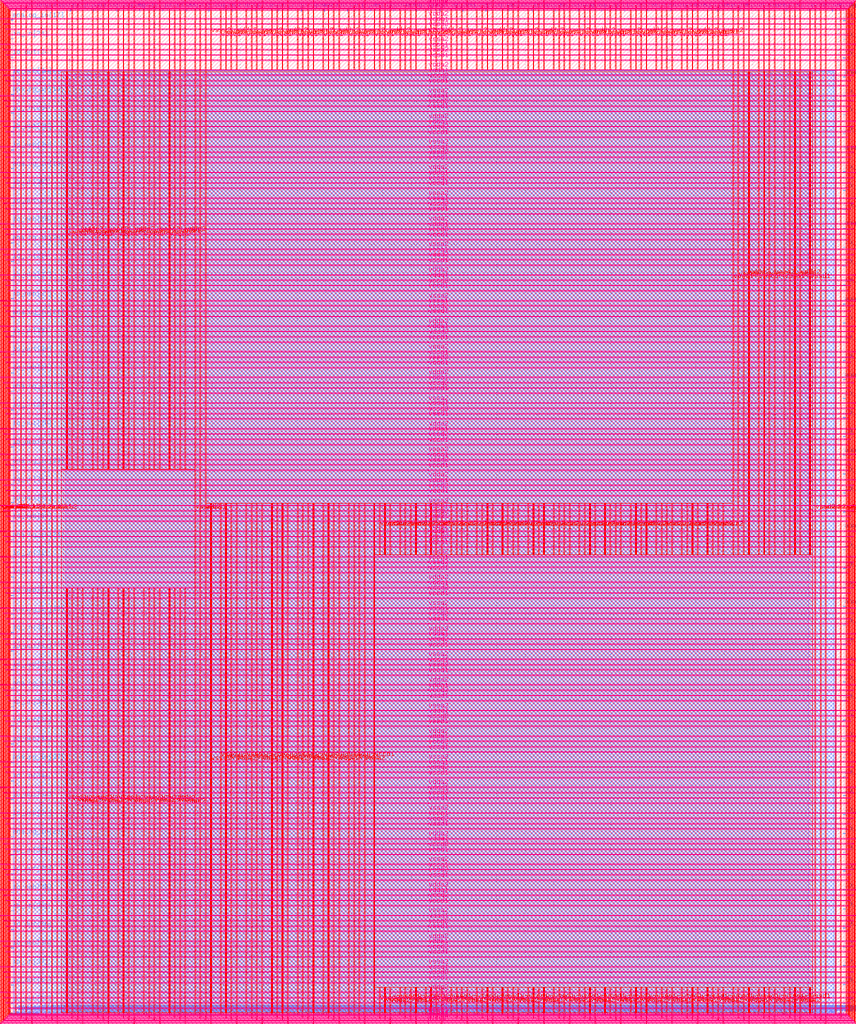
<source format=lef>
VERSION 5.7 ;
  NOWIREEXTENSIONATPIN ON ;
  DIVIDERCHAR "/" ;
  BUSBITCHARS "[]" ;
MACRO user_project_wrapper
  CLASS BLOCK ;
  FOREIGN user_project_wrapper ;
  ORIGIN 0.000 0.000 ;
  SIZE 2920.000 BY 3520.000 ;
  PIN analog_io[0]
    DIRECTION INOUT ;
    USE SIGNAL ;
    PORT
      LAYER met3 ;
        RECT 2917.600 1426.380 2924.800 1427.580 ;
    END
  END analog_io[0]
  PIN analog_io[10]
    DIRECTION INOUT ;
    USE SIGNAL ;
    PORT
      LAYER met2 ;
        RECT 2230.490 3517.600 2231.050 3524.800 ;
    END
  END analog_io[10]
  PIN analog_io[11]
    DIRECTION INOUT ;
    USE SIGNAL ;
    PORT
      LAYER met2 ;
        RECT 1905.730 3517.600 1906.290 3524.800 ;
    END
  END analog_io[11]
  PIN analog_io[12]
    DIRECTION INOUT ;
    USE SIGNAL ;
    PORT
      LAYER met2 ;
        RECT 1581.430 3517.600 1581.990 3524.800 ;
    END
  END analog_io[12]
  PIN analog_io[13]
    DIRECTION INOUT ;
    USE SIGNAL ;
    PORT
      LAYER met2 ;
        RECT 1257.130 3517.600 1257.690 3524.800 ;
    END
  END analog_io[13]
  PIN analog_io[14]
    DIRECTION INOUT ;
    USE SIGNAL ;
    PORT
      LAYER met2 ;
        RECT 932.370 3517.600 932.930 3524.800 ;
    END
  END analog_io[14]
  PIN analog_io[15]
    DIRECTION INOUT ;
    USE SIGNAL ;
    PORT
      LAYER met2 ;
        RECT 608.070 3517.600 608.630 3524.800 ;
    END
  END analog_io[15]
  PIN analog_io[16]
    DIRECTION INOUT ;
    USE SIGNAL ;
    PORT
      LAYER met2 ;
        RECT 283.770 3517.600 284.330 3524.800 ;
    END
  END analog_io[16]
  PIN analog_io[17]
    DIRECTION INOUT ;
    USE SIGNAL ;
    PORT
      LAYER met3 ;
        RECT -4.800 3486.100 2.400 3487.300 ;
    END
  END analog_io[17]
  PIN analog_io[18]
    DIRECTION INOUT ;
    USE SIGNAL ;
    PORT
      LAYER met3 ;
        RECT -4.800 3224.980 2.400 3226.180 ;
    END
  END analog_io[18]
  PIN analog_io[19]
    DIRECTION INOUT ;
    USE SIGNAL ;
    PORT
      LAYER met3 ;
        RECT -4.800 2964.540 2.400 2965.740 ;
    END
  END analog_io[19]
  PIN analog_io[1]
    DIRECTION INOUT ;
    USE SIGNAL ;
    PORT
      LAYER met3 ;
        RECT 2917.600 1692.260 2924.800 1693.460 ;
    END
  END analog_io[1]
  PIN analog_io[20]
    DIRECTION INOUT ;
    USE SIGNAL ;
    PORT
      LAYER met3 ;
        RECT -4.800 2703.420 2.400 2704.620 ;
    END
  END analog_io[20]
  PIN analog_io[21]
    DIRECTION INOUT ;
    USE SIGNAL ;
    PORT
      LAYER met3 ;
        RECT -4.800 2442.980 2.400 2444.180 ;
    END
  END analog_io[21]
  PIN analog_io[22]
    DIRECTION INOUT ;
    USE SIGNAL ;
    PORT
      LAYER met3 ;
        RECT -4.800 2182.540 2.400 2183.740 ;
    END
  END analog_io[22]
  PIN analog_io[23]
    DIRECTION INOUT ;
    USE SIGNAL ;
    PORT
      LAYER met3 ;
        RECT -4.800 1921.420 2.400 1922.620 ;
    END
  END analog_io[23]
  PIN analog_io[24]
    DIRECTION INOUT ;
    USE SIGNAL ;
    PORT
      LAYER met3 ;
        RECT -4.800 1660.980 2.400 1662.180 ;
    END
  END analog_io[24]
  PIN analog_io[25]
    DIRECTION INOUT ;
    USE SIGNAL ;
    PORT
      LAYER met3 ;
        RECT -4.800 1399.860 2.400 1401.060 ;
    END
  END analog_io[25]
  PIN analog_io[26]
    DIRECTION INOUT ;
    USE SIGNAL ;
    PORT
      LAYER met3 ;
        RECT -4.800 1139.420 2.400 1140.620 ;
    END
  END analog_io[26]
  PIN analog_io[27]
    DIRECTION INOUT ;
    USE SIGNAL ;
    PORT
      LAYER met3 ;
        RECT -4.800 878.980 2.400 880.180 ;
    END
  END analog_io[27]
  PIN analog_io[28]
    DIRECTION INOUT ;
    USE SIGNAL ;
    PORT
      LAYER met3 ;
        RECT -4.800 617.860 2.400 619.060 ;
    END
  END analog_io[28]
  PIN analog_io[2]
    DIRECTION INOUT ;
    USE SIGNAL ;
    PORT
      LAYER met3 ;
        RECT 2917.600 1958.140 2924.800 1959.340 ;
    END
  END analog_io[2]
  PIN analog_io[3]
    DIRECTION INOUT ;
    USE SIGNAL ;
    PORT
      LAYER met3 ;
        RECT 2917.600 2223.340 2924.800 2224.540 ;
    END
  END analog_io[3]
  PIN analog_io[4]
    DIRECTION INOUT ;
    USE SIGNAL ;
    PORT
      LAYER met3 ;
        RECT 2917.600 2489.220 2924.800 2490.420 ;
    END
  END analog_io[4]
  PIN analog_io[5]
    DIRECTION INOUT ;
    USE SIGNAL ;
    PORT
      LAYER met3 ;
        RECT 2917.600 2755.100 2924.800 2756.300 ;
    END
  END analog_io[5]
  PIN analog_io[6]
    DIRECTION INOUT ;
    USE SIGNAL ;
    PORT
      LAYER met3 ;
        RECT 2917.600 3020.300 2924.800 3021.500 ;
    END
  END analog_io[6]
  PIN analog_io[7]
    DIRECTION INOUT ;
    USE SIGNAL ;
    PORT
      LAYER met3 ;
        RECT 2917.600 3286.180 2924.800 3287.380 ;
    END
  END analog_io[7]
  PIN analog_io[8]
    DIRECTION INOUT ;
    USE SIGNAL ;
    PORT
      LAYER met2 ;
        RECT 2879.090 3517.600 2879.650 3524.800 ;
    END
  END analog_io[8]
  PIN analog_io[9]
    DIRECTION INOUT ;
    USE SIGNAL ;
    PORT
      LAYER met2 ;
        RECT 2554.790 3517.600 2555.350 3524.800 ;
    END
  END analog_io[9]
  PIN io_in[0]
    DIRECTION INPUT ;
    USE SIGNAL ;
    PORT
      LAYER met3 ;
        RECT 2917.600 32.380 2924.800 33.580 ;
    END
  END io_in[0]
  PIN io_in[10]
    DIRECTION INPUT ;
    USE SIGNAL ;
    PORT
      LAYER met3 ;
        RECT 2917.600 2289.980 2924.800 2291.180 ;
    END
  END io_in[10]
  PIN io_in[11]
    DIRECTION INPUT ;
    USE SIGNAL ;
    PORT
      LAYER met3 ;
        RECT 2917.600 2555.860 2924.800 2557.060 ;
    END
  END io_in[11]
  PIN io_in[12]
    DIRECTION INPUT ;
    USE SIGNAL ;
    PORT
      LAYER met3 ;
        RECT 2917.600 2821.060 2924.800 2822.260 ;
    END
  END io_in[12]
  PIN io_in[13]
    DIRECTION INPUT ;
    USE SIGNAL ;
    PORT
      LAYER met3 ;
        RECT 2917.600 3086.940 2924.800 3088.140 ;
    END
  END io_in[13]
  PIN io_in[14]
    DIRECTION INPUT ;
    USE SIGNAL ;
    PORT
      LAYER met3 ;
        RECT 2917.600 3352.820 2924.800 3354.020 ;
    END
  END io_in[14]
  PIN io_in[15]
    DIRECTION INPUT ;
    USE SIGNAL ;
    PORT
      LAYER met2 ;
        RECT 2798.130 3517.600 2798.690 3524.800 ;
    END
  END io_in[15]
  PIN io_in[16]
    DIRECTION INPUT ;
    USE SIGNAL ;
    PORT
      LAYER met2 ;
        RECT 2473.830 3517.600 2474.390 3524.800 ;
    END
  END io_in[16]
  PIN io_in[17]
    DIRECTION INPUT ;
    USE SIGNAL ;
    PORT
      LAYER met2 ;
        RECT 2149.070 3517.600 2149.630 3524.800 ;
    END
  END io_in[17]
  PIN io_in[18]
    DIRECTION INPUT ;
    USE SIGNAL ;
    PORT
      LAYER met2 ;
        RECT 1824.770 3517.600 1825.330 3524.800 ;
    END
  END io_in[18]
  PIN io_in[19]
    DIRECTION INPUT ;
    USE SIGNAL ;
    PORT
      LAYER met2 ;
        RECT 1500.470 3517.600 1501.030 3524.800 ;
    END
  END io_in[19]
  PIN io_in[1]
    DIRECTION INPUT ;
    USE SIGNAL ;
    PORT
      LAYER met3 ;
        RECT 2917.600 230.940 2924.800 232.140 ;
    END
  END io_in[1]
  PIN io_in[20]
    DIRECTION INPUT ;
    USE SIGNAL ;
    PORT
      LAYER met2 ;
        RECT 1175.710 3517.600 1176.270 3524.800 ;
    END
  END io_in[20]
  PIN io_in[21]
    DIRECTION INPUT ;
    USE SIGNAL ;
    PORT
      LAYER met2 ;
        RECT 851.410 3517.600 851.970 3524.800 ;
    END
  END io_in[21]
  PIN io_in[22]
    DIRECTION INPUT ;
    USE SIGNAL ;
    PORT
      LAYER met2 ;
        RECT 527.110 3517.600 527.670 3524.800 ;
    END
  END io_in[22]
  PIN io_in[23]
    DIRECTION INPUT ;
    USE SIGNAL ;
    PORT
      LAYER met2 ;
        RECT 202.350 3517.600 202.910 3524.800 ;
    END
  END io_in[23]
  PIN io_in[24]
    DIRECTION INPUT ;
    USE SIGNAL ;
    PORT
      LAYER met3 ;
        RECT -4.800 3420.820 2.400 3422.020 ;
    END
  END io_in[24]
  PIN io_in[25]
    DIRECTION INPUT ;
    USE SIGNAL ;
    PORT
      LAYER met3 ;
        RECT -4.800 3159.700 2.400 3160.900 ;
    END
  END io_in[25]
  PIN io_in[26]
    DIRECTION INPUT ;
    USE SIGNAL ;
    PORT
      LAYER met3 ;
        RECT -4.800 2899.260 2.400 2900.460 ;
    END
  END io_in[26]
  PIN io_in[27]
    DIRECTION INPUT ;
    USE SIGNAL ;
    PORT
      LAYER met3 ;
        RECT -4.800 2638.820 2.400 2640.020 ;
    END
  END io_in[27]
  PIN io_in[28]
    DIRECTION INPUT ;
    USE SIGNAL ;
    PORT
      LAYER met3 ;
        RECT -4.800 2377.700 2.400 2378.900 ;
    END
  END io_in[28]
  PIN io_in[29]
    DIRECTION INPUT ;
    USE SIGNAL ;
    PORT
      LAYER met3 ;
        RECT -4.800 2117.260 2.400 2118.460 ;
    END
  END io_in[29]
  PIN io_in[2]
    DIRECTION INPUT ;
    USE SIGNAL ;
    PORT
      LAYER met3 ;
        RECT 2917.600 430.180 2924.800 431.380 ;
    END
  END io_in[2]
  PIN io_in[30]
    DIRECTION INPUT ;
    USE SIGNAL ;
    PORT
      LAYER met3 ;
        RECT -4.800 1856.140 2.400 1857.340 ;
    END
  END io_in[30]
  PIN io_in[31]
    DIRECTION INPUT ;
    USE SIGNAL ;
    PORT
      LAYER met3 ;
        RECT -4.800 1595.700 2.400 1596.900 ;
    END
  END io_in[31]
  PIN io_in[32]
    DIRECTION INPUT ;
    USE SIGNAL ;
    PORT
      LAYER met3 ;
        RECT -4.800 1335.260 2.400 1336.460 ;
    END
  END io_in[32]
  PIN io_in[33]
    DIRECTION INPUT ;
    USE SIGNAL ;
    PORT
      LAYER met3 ;
        RECT -4.800 1074.140 2.400 1075.340 ;
    END
  END io_in[33]
  PIN io_in[34]
    DIRECTION INPUT ;
    USE SIGNAL ;
    PORT
      LAYER met3 ;
        RECT -4.800 813.700 2.400 814.900 ;
    END
  END io_in[34]
  PIN io_in[35]
    DIRECTION INPUT ;
    USE SIGNAL ;
    PORT
      LAYER met3 ;
        RECT -4.800 552.580 2.400 553.780 ;
    END
  END io_in[35]
  PIN io_in[36]
    DIRECTION INPUT ;
    USE SIGNAL ;
    PORT
      LAYER met3 ;
        RECT -4.800 357.420 2.400 358.620 ;
    END
  END io_in[36]
  PIN io_in[37]
    DIRECTION INPUT ;
    USE SIGNAL ;
    PORT
      LAYER met3 ;
        RECT -4.800 161.580 2.400 162.780 ;
    END
  END io_in[37]
  PIN io_in[3]
    DIRECTION INPUT ;
    USE SIGNAL ;
    PORT
      LAYER met3 ;
        RECT 2917.600 629.420 2924.800 630.620 ;
    END
  END io_in[3]
  PIN io_in[4]
    DIRECTION INPUT ;
    USE SIGNAL ;
    PORT
      LAYER met3 ;
        RECT 2917.600 828.660 2924.800 829.860 ;
    END
  END io_in[4]
  PIN io_in[5]
    DIRECTION INPUT ;
    USE SIGNAL ;
    PORT
      LAYER met3 ;
        RECT 2917.600 1027.900 2924.800 1029.100 ;
    END
  END io_in[5]
  PIN io_in[6]
    DIRECTION INPUT ;
    USE SIGNAL ;
    PORT
      LAYER met3 ;
        RECT 2917.600 1227.140 2924.800 1228.340 ;
    END
  END io_in[6]
  PIN io_in[7]
    DIRECTION INPUT ;
    USE SIGNAL ;
    PORT
      LAYER met3 ;
        RECT 2917.600 1493.020 2924.800 1494.220 ;
    END
  END io_in[7]
  PIN io_in[8]
    DIRECTION INPUT ;
    USE SIGNAL ;
    PORT
      LAYER met3 ;
        RECT 2917.600 1758.900 2924.800 1760.100 ;
    END
  END io_in[8]
  PIN io_in[9]
    DIRECTION INPUT ;
    USE SIGNAL ;
    PORT
      LAYER met3 ;
        RECT 2917.600 2024.100 2924.800 2025.300 ;
    END
  END io_in[9]
  PIN io_oeb[0]
    DIRECTION OUTPUT TRISTATE ;
    USE SIGNAL ;
    PORT
      LAYER met3 ;
        RECT 2917.600 164.980 2924.800 166.180 ;
    END
  END io_oeb[0]
  PIN io_oeb[10]
    DIRECTION OUTPUT TRISTATE ;
    USE SIGNAL ;
    PORT
      LAYER met3 ;
        RECT 2917.600 2422.580 2924.800 2423.780 ;
    END
  END io_oeb[10]
  PIN io_oeb[11]
    DIRECTION OUTPUT TRISTATE ;
    USE SIGNAL ;
    PORT
      LAYER met3 ;
        RECT 2917.600 2688.460 2924.800 2689.660 ;
    END
  END io_oeb[11]
  PIN io_oeb[12]
    DIRECTION OUTPUT TRISTATE ;
    USE SIGNAL ;
    PORT
      LAYER met3 ;
        RECT 2917.600 2954.340 2924.800 2955.540 ;
    END
  END io_oeb[12]
  PIN io_oeb[13]
    DIRECTION OUTPUT TRISTATE ;
    USE SIGNAL ;
    PORT
      LAYER met3 ;
        RECT 2917.600 3219.540 2924.800 3220.740 ;
    END
  END io_oeb[13]
  PIN io_oeb[14]
    DIRECTION OUTPUT TRISTATE ;
    USE SIGNAL ;
    PORT
      LAYER met3 ;
        RECT 2917.600 3485.420 2924.800 3486.620 ;
    END
  END io_oeb[14]
  PIN io_oeb[15]
    DIRECTION OUTPUT TRISTATE ;
    USE SIGNAL ;
    PORT
      LAYER met2 ;
        RECT 2635.750 3517.600 2636.310 3524.800 ;
    END
  END io_oeb[15]
  PIN io_oeb[16]
    DIRECTION OUTPUT TRISTATE ;
    USE SIGNAL ;
    PORT
      LAYER met2 ;
        RECT 2311.450 3517.600 2312.010 3524.800 ;
    END
  END io_oeb[16]
  PIN io_oeb[17]
    DIRECTION OUTPUT TRISTATE ;
    USE SIGNAL ;
    PORT
      LAYER met2 ;
        RECT 1987.150 3517.600 1987.710 3524.800 ;
    END
  END io_oeb[17]
  PIN io_oeb[18]
    DIRECTION OUTPUT TRISTATE ;
    USE SIGNAL ;
    PORT
      LAYER met2 ;
        RECT 1662.390 3517.600 1662.950 3524.800 ;
    END
  END io_oeb[18]
  PIN io_oeb[19]
    DIRECTION OUTPUT TRISTATE ;
    USE SIGNAL ;
    PORT
      LAYER met2 ;
        RECT 1338.090 3517.600 1338.650 3524.800 ;
    END
  END io_oeb[19]
  PIN io_oeb[1]
    DIRECTION OUTPUT TRISTATE ;
    USE SIGNAL ;
    PORT
      LAYER met3 ;
        RECT 2917.600 364.220 2924.800 365.420 ;
    END
  END io_oeb[1]
  PIN io_oeb[20]
    DIRECTION OUTPUT TRISTATE ;
    USE SIGNAL ;
    PORT
      LAYER met2 ;
        RECT 1013.790 3517.600 1014.350 3524.800 ;
    END
  END io_oeb[20]
  PIN io_oeb[21]
    DIRECTION OUTPUT TRISTATE ;
    USE SIGNAL ;
    PORT
      LAYER met2 ;
        RECT 689.030 3517.600 689.590 3524.800 ;
    END
  END io_oeb[21]
  PIN io_oeb[22]
    DIRECTION OUTPUT TRISTATE ;
    USE SIGNAL ;
    PORT
      LAYER met2 ;
        RECT 364.730 3517.600 365.290 3524.800 ;
    END
  END io_oeb[22]
  PIN io_oeb[23]
    DIRECTION OUTPUT TRISTATE ;
    USE SIGNAL ;
    PORT
      LAYER met2 ;
        RECT 40.430 3517.600 40.990 3524.800 ;
    END
  END io_oeb[23]
  PIN io_oeb[24]
    DIRECTION OUTPUT TRISTATE ;
    USE SIGNAL ;
    PORT
      LAYER met3 ;
        RECT -4.800 3290.260 2.400 3291.460 ;
    END
  END io_oeb[24]
  PIN io_oeb[25]
    DIRECTION OUTPUT TRISTATE ;
    USE SIGNAL ;
    PORT
      LAYER met3 ;
        RECT -4.800 3029.820 2.400 3031.020 ;
    END
  END io_oeb[25]
  PIN io_oeb[26]
    DIRECTION OUTPUT TRISTATE ;
    USE SIGNAL ;
    PORT
      LAYER met3 ;
        RECT -4.800 2768.700 2.400 2769.900 ;
    END
  END io_oeb[26]
  PIN io_oeb[27]
    DIRECTION OUTPUT TRISTATE ;
    USE SIGNAL ;
    PORT
      LAYER met3 ;
        RECT -4.800 2508.260 2.400 2509.460 ;
    END
  END io_oeb[27]
  PIN io_oeb[28]
    DIRECTION OUTPUT TRISTATE ;
    USE SIGNAL ;
    PORT
      LAYER met3 ;
        RECT -4.800 2247.140 2.400 2248.340 ;
    END
  END io_oeb[28]
  PIN io_oeb[29]
    DIRECTION OUTPUT TRISTATE ;
    USE SIGNAL ;
    PORT
      LAYER met3 ;
        RECT -4.800 1986.700 2.400 1987.900 ;
    END
  END io_oeb[29]
  PIN io_oeb[2]
    DIRECTION OUTPUT TRISTATE ;
    USE SIGNAL ;
    PORT
      LAYER met3 ;
        RECT 2917.600 563.460 2924.800 564.660 ;
    END
  END io_oeb[2]
  PIN io_oeb[30]
    DIRECTION OUTPUT TRISTATE ;
    USE SIGNAL ;
    PORT
      LAYER met3 ;
        RECT -4.800 1726.260 2.400 1727.460 ;
    END
  END io_oeb[30]
  PIN io_oeb[31]
    DIRECTION OUTPUT TRISTATE ;
    USE SIGNAL ;
    PORT
      LAYER met3 ;
        RECT -4.800 1465.140 2.400 1466.340 ;
    END
  END io_oeb[31]
  PIN io_oeb[32]
    DIRECTION OUTPUT TRISTATE ;
    USE SIGNAL ;
    PORT
      LAYER met3 ;
        RECT -4.800 1204.700 2.400 1205.900 ;
    END
  END io_oeb[32]
  PIN io_oeb[33]
    DIRECTION OUTPUT TRISTATE ;
    USE SIGNAL ;
    PORT
      LAYER met3 ;
        RECT -4.800 943.580 2.400 944.780 ;
    END
  END io_oeb[33]
  PIN io_oeb[34]
    DIRECTION OUTPUT TRISTATE ;
    USE SIGNAL ;
    PORT
      LAYER met3 ;
        RECT -4.800 683.140 2.400 684.340 ;
    END
  END io_oeb[34]
  PIN io_oeb[35]
    DIRECTION OUTPUT TRISTATE ;
    USE SIGNAL ;
    PORT
      LAYER met3 ;
        RECT -4.800 422.700 2.400 423.900 ;
    END
  END io_oeb[35]
  PIN io_oeb[36]
    DIRECTION OUTPUT TRISTATE ;
    USE SIGNAL ;
    PORT
      LAYER met3 ;
        RECT -4.800 226.860 2.400 228.060 ;
    END
  END io_oeb[36]
  PIN io_oeb[37]
    DIRECTION OUTPUT TRISTATE ;
    USE SIGNAL ;
    PORT
      LAYER met3 ;
        RECT -4.800 31.700 2.400 32.900 ;
    END
  END io_oeb[37]
  PIN io_oeb[3]
    DIRECTION OUTPUT TRISTATE ;
    USE SIGNAL ;
    PORT
      LAYER met3 ;
        RECT 2917.600 762.700 2924.800 763.900 ;
    END
  END io_oeb[3]
  PIN io_oeb[4]
    DIRECTION OUTPUT TRISTATE ;
    USE SIGNAL ;
    PORT
      LAYER met3 ;
        RECT 2917.600 961.940 2924.800 963.140 ;
    END
  END io_oeb[4]
  PIN io_oeb[5]
    DIRECTION OUTPUT TRISTATE ;
    USE SIGNAL ;
    PORT
      LAYER met3 ;
        RECT 2917.600 1161.180 2924.800 1162.380 ;
    END
  END io_oeb[5]
  PIN io_oeb[6]
    DIRECTION OUTPUT TRISTATE ;
    USE SIGNAL ;
    PORT
      LAYER met3 ;
        RECT 2917.600 1360.420 2924.800 1361.620 ;
    END
  END io_oeb[6]
  PIN io_oeb[7]
    DIRECTION OUTPUT TRISTATE ;
    USE SIGNAL ;
    PORT
      LAYER met3 ;
        RECT 2917.600 1625.620 2924.800 1626.820 ;
    END
  END io_oeb[7]
  PIN io_oeb[8]
    DIRECTION OUTPUT TRISTATE ;
    USE SIGNAL ;
    PORT
      LAYER met3 ;
        RECT 2917.600 1891.500 2924.800 1892.700 ;
    END
  END io_oeb[8]
  PIN io_oeb[9]
    DIRECTION OUTPUT TRISTATE ;
    USE SIGNAL ;
    PORT
      LAYER met3 ;
        RECT 2917.600 2157.380 2924.800 2158.580 ;
    END
  END io_oeb[9]
  PIN io_out[0]
    DIRECTION OUTPUT TRISTATE ;
    USE SIGNAL ;
    PORT
      LAYER met3 ;
        RECT 2917.600 98.340 2924.800 99.540 ;
    END
  END io_out[0]
  PIN io_out[10]
    DIRECTION OUTPUT TRISTATE ;
    USE SIGNAL ;
    PORT
      LAYER met3 ;
        RECT 2917.600 2356.620 2924.800 2357.820 ;
    END
  END io_out[10]
  PIN io_out[11]
    DIRECTION OUTPUT TRISTATE ;
    USE SIGNAL ;
    PORT
      LAYER met3 ;
        RECT 2917.600 2621.820 2924.800 2623.020 ;
    END
  END io_out[11]
  PIN io_out[12]
    DIRECTION OUTPUT TRISTATE ;
    USE SIGNAL ;
    PORT
      LAYER met3 ;
        RECT 2917.600 2887.700 2924.800 2888.900 ;
    END
  END io_out[12]
  PIN io_out[13]
    DIRECTION OUTPUT TRISTATE ;
    USE SIGNAL ;
    PORT
      LAYER met3 ;
        RECT 2917.600 3153.580 2924.800 3154.780 ;
    END
  END io_out[13]
  PIN io_out[14]
    DIRECTION OUTPUT TRISTATE ;
    USE SIGNAL ;
    PORT
      LAYER met3 ;
        RECT 2917.600 3418.780 2924.800 3419.980 ;
    END
  END io_out[14]
  PIN io_out[15]
    DIRECTION OUTPUT TRISTATE ;
    USE SIGNAL ;
    PORT
      LAYER met2 ;
        RECT 2717.170 3517.600 2717.730 3524.800 ;
    END
  END io_out[15]
  PIN io_out[16]
    DIRECTION OUTPUT TRISTATE ;
    USE SIGNAL ;
    PORT
      LAYER met2 ;
        RECT 2392.410 3517.600 2392.970 3524.800 ;
    END
  END io_out[16]
  PIN io_out[17]
    DIRECTION OUTPUT TRISTATE ;
    USE SIGNAL ;
    PORT
      LAYER met2 ;
        RECT 2068.110 3517.600 2068.670 3524.800 ;
    END
  END io_out[17]
  PIN io_out[18]
    DIRECTION OUTPUT TRISTATE ;
    USE SIGNAL ;
    PORT
      LAYER met2 ;
        RECT 1743.810 3517.600 1744.370 3524.800 ;
    END
  END io_out[18]
  PIN io_out[19]
    DIRECTION OUTPUT TRISTATE ;
    USE SIGNAL ;
    PORT
      LAYER met2 ;
        RECT 1419.050 3517.600 1419.610 3524.800 ;
    END
  END io_out[19]
  PIN io_out[1]
    DIRECTION OUTPUT TRISTATE ;
    USE SIGNAL ;
    PORT
      LAYER met3 ;
        RECT 2917.600 297.580 2924.800 298.780 ;
    END
  END io_out[1]
  PIN io_out[20]
    DIRECTION OUTPUT TRISTATE ;
    USE SIGNAL ;
    PORT
      LAYER met2 ;
        RECT 1094.750 3517.600 1095.310 3524.800 ;
    END
  END io_out[20]
  PIN io_out[21]
    DIRECTION OUTPUT TRISTATE ;
    USE SIGNAL ;
    PORT
      LAYER met2 ;
        RECT 770.450 3517.600 771.010 3524.800 ;
    END
  END io_out[21]
  PIN io_out[22]
    DIRECTION OUTPUT TRISTATE ;
    USE SIGNAL ;
    PORT
      LAYER met2 ;
        RECT 445.690 3517.600 446.250 3524.800 ;
    END
  END io_out[22]
  PIN io_out[23]
    DIRECTION OUTPUT TRISTATE ;
    USE SIGNAL ;
    PORT
      LAYER met2 ;
        RECT 121.390 3517.600 121.950 3524.800 ;
    END
  END io_out[23]
  PIN io_out[24]
    DIRECTION OUTPUT TRISTATE ;
    USE SIGNAL ;
    PORT
      LAYER met3 ;
        RECT -4.800 3355.540 2.400 3356.740 ;
    END
  END io_out[24]
  PIN io_out[25]
    DIRECTION OUTPUT TRISTATE ;
    USE SIGNAL ;
    PORT
      LAYER met3 ;
        RECT -4.800 3095.100 2.400 3096.300 ;
    END
  END io_out[25]
  PIN io_out[26]
    DIRECTION OUTPUT TRISTATE ;
    USE SIGNAL ;
    PORT
      LAYER met3 ;
        RECT -4.800 2833.980 2.400 2835.180 ;
    END
  END io_out[26]
  PIN io_out[27]
    DIRECTION OUTPUT TRISTATE ;
    USE SIGNAL ;
    PORT
      LAYER met3 ;
        RECT -4.800 2573.540 2.400 2574.740 ;
    END
  END io_out[27]
  PIN io_out[28]
    DIRECTION OUTPUT TRISTATE ;
    USE SIGNAL ;
    PORT
      LAYER met3 ;
        RECT -4.800 2312.420 2.400 2313.620 ;
    END
  END io_out[28]
  PIN io_out[29]
    DIRECTION OUTPUT TRISTATE ;
    USE SIGNAL ;
    PORT
      LAYER met3 ;
        RECT -4.800 2051.980 2.400 2053.180 ;
    END
  END io_out[29]
  PIN io_out[2]
    DIRECTION OUTPUT TRISTATE ;
    USE SIGNAL ;
    PORT
      LAYER met3 ;
        RECT 2917.600 496.820 2924.800 498.020 ;
    END
  END io_out[2]
  PIN io_out[30]
    DIRECTION OUTPUT TRISTATE ;
    USE SIGNAL ;
    PORT
      LAYER met3 ;
        RECT -4.800 1791.540 2.400 1792.740 ;
    END
  END io_out[30]
  PIN io_out[31]
    DIRECTION OUTPUT TRISTATE ;
    USE SIGNAL ;
    PORT
      LAYER met3 ;
        RECT -4.800 1530.420 2.400 1531.620 ;
    END
  END io_out[31]
  PIN io_out[32]
    DIRECTION OUTPUT TRISTATE ;
    USE SIGNAL ;
    PORT
      LAYER met3 ;
        RECT -4.800 1269.980 2.400 1271.180 ;
    END
  END io_out[32]
  PIN io_out[33]
    DIRECTION OUTPUT TRISTATE ;
    USE SIGNAL ;
    PORT
      LAYER met3 ;
        RECT -4.800 1008.860 2.400 1010.060 ;
    END
  END io_out[33]
  PIN io_out[34]
    DIRECTION OUTPUT TRISTATE ;
    USE SIGNAL ;
    PORT
      LAYER met3 ;
        RECT -4.800 748.420 2.400 749.620 ;
    END
  END io_out[34]
  PIN io_out[35]
    DIRECTION OUTPUT TRISTATE ;
    USE SIGNAL ;
    PORT
      LAYER met3 ;
        RECT -4.800 487.300 2.400 488.500 ;
    END
  END io_out[35]
  PIN io_out[36]
    DIRECTION OUTPUT TRISTATE ;
    USE SIGNAL ;
    PORT
      LAYER met3 ;
        RECT -4.800 292.140 2.400 293.340 ;
    END
  END io_out[36]
  PIN io_out[37]
    DIRECTION OUTPUT TRISTATE ;
    USE SIGNAL ;
    PORT
      LAYER met3 ;
        RECT -4.800 96.300 2.400 97.500 ;
    END
  END io_out[37]
  PIN io_out[3]
    DIRECTION OUTPUT TRISTATE ;
    USE SIGNAL ;
    PORT
      LAYER met3 ;
        RECT 2917.600 696.060 2924.800 697.260 ;
    END
  END io_out[3]
  PIN io_out[4]
    DIRECTION OUTPUT TRISTATE ;
    USE SIGNAL ;
    PORT
      LAYER met3 ;
        RECT 2917.600 895.300 2924.800 896.500 ;
    END
  END io_out[4]
  PIN io_out[5]
    DIRECTION OUTPUT TRISTATE ;
    USE SIGNAL ;
    PORT
      LAYER met3 ;
        RECT 2917.600 1094.540 2924.800 1095.740 ;
    END
  END io_out[5]
  PIN io_out[6]
    DIRECTION OUTPUT TRISTATE ;
    USE SIGNAL ;
    PORT
      LAYER met3 ;
        RECT 2917.600 1293.780 2924.800 1294.980 ;
    END
  END io_out[6]
  PIN io_out[7]
    DIRECTION OUTPUT TRISTATE ;
    USE SIGNAL ;
    PORT
      LAYER met3 ;
        RECT 2917.600 1559.660 2924.800 1560.860 ;
    END
  END io_out[7]
  PIN io_out[8]
    DIRECTION OUTPUT TRISTATE ;
    USE SIGNAL ;
    PORT
      LAYER met3 ;
        RECT 2917.600 1824.860 2924.800 1826.060 ;
    END
  END io_out[8]
  PIN io_out[9]
    DIRECTION OUTPUT TRISTATE ;
    USE SIGNAL ;
    PORT
      LAYER met3 ;
        RECT 2917.600 2090.740 2924.800 2091.940 ;
    END
  END io_out[9]
  PIN la_data_in[0]
    DIRECTION INPUT ;
    USE SIGNAL ;
    PORT
      LAYER met2 ;
        RECT 629.230 -4.800 629.790 2.400 ;
    END
  END la_data_in[0]
  PIN la_data_in[100]
    DIRECTION INPUT ;
    USE SIGNAL ;
    PORT
      LAYER met2 ;
        RECT 2402.530 -4.800 2403.090 2.400 ;
    END
  END la_data_in[100]
  PIN la_data_in[101]
    DIRECTION INPUT ;
    USE SIGNAL ;
    PORT
      LAYER met2 ;
        RECT 2420.010 -4.800 2420.570 2.400 ;
    END
  END la_data_in[101]
  PIN la_data_in[102]
    DIRECTION INPUT ;
    USE SIGNAL ;
    PORT
      LAYER met2 ;
        RECT 2437.950 -4.800 2438.510 2.400 ;
    END
  END la_data_in[102]
  PIN la_data_in[103]
    DIRECTION INPUT ;
    USE SIGNAL ;
    PORT
      LAYER met2 ;
        RECT 2455.430 -4.800 2455.990 2.400 ;
    END
  END la_data_in[103]
  PIN la_data_in[104]
    DIRECTION INPUT ;
    USE SIGNAL ;
    PORT
      LAYER met2 ;
        RECT 2473.370 -4.800 2473.930 2.400 ;
    END
  END la_data_in[104]
  PIN la_data_in[105]
    DIRECTION INPUT ;
    USE SIGNAL ;
    PORT
      LAYER met2 ;
        RECT 2490.850 -4.800 2491.410 2.400 ;
    END
  END la_data_in[105]
  PIN la_data_in[106]
    DIRECTION INPUT ;
    USE SIGNAL ;
    PORT
      LAYER met2 ;
        RECT 2508.790 -4.800 2509.350 2.400 ;
    END
  END la_data_in[106]
  PIN la_data_in[107]
    DIRECTION INPUT ;
    USE SIGNAL ;
    PORT
      LAYER met2 ;
        RECT 2526.730 -4.800 2527.290 2.400 ;
    END
  END la_data_in[107]
  PIN la_data_in[108]
    DIRECTION INPUT ;
    USE SIGNAL ;
    PORT
      LAYER met2 ;
        RECT 2544.210 -4.800 2544.770 2.400 ;
    END
  END la_data_in[108]
  PIN la_data_in[109]
    DIRECTION INPUT ;
    USE SIGNAL ;
    PORT
      LAYER met2 ;
        RECT 2562.150 -4.800 2562.710 2.400 ;
    END
  END la_data_in[109]
  PIN la_data_in[10]
    DIRECTION INPUT ;
    USE SIGNAL ;
    PORT
      LAYER met2 ;
        RECT 806.330 -4.800 806.890 2.400 ;
    END
  END la_data_in[10]
  PIN la_data_in[110]
    DIRECTION INPUT ;
    USE SIGNAL ;
    PORT
      LAYER met2 ;
        RECT 2579.630 -4.800 2580.190 2.400 ;
    END
  END la_data_in[110]
  PIN la_data_in[111]
    DIRECTION INPUT ;
    USE SIGNAL ;
    PORT
      LAYER met2 ;
        RECT 2597.570 -4.800 2598.130 2.400 ;
    END
  END la_data_in[111]
  PIN la_data_in[112]
    DIRECTION INPUT ;
    USE SIGNAL ;
    PORT
      LAYER met2 ;
        RECT 2615.050 -4.800 2615.610 2.400 ;
    END
  END la_data_in[112]
  PIN la_data_in[113]
    DIRECTION INPUT ;
    USE SIGNAL ;
    PORT
      LAYER met2 ;
        RECT 2632.990 -4.800 2633.550 2.400 ;
    END
  END la_data_in[113]
  PIN la_data_in[114]
    DIRECTION INPUT ;
    USE SIGNAL ;
    PORT
      LAYER met2 ;
        RECT 2650.470 -4.800 2651.030 2.400 ;
    END
  END la_data_in[114]
  PIN la_data_in[115]
    DIRECTION INPUT ;
    USE SIGNAL ;
    PORT
      LAYER met2 ;
        RECT 2668.410 -4.800 2668.970 2.400 ;
    END
  END la_data_in[115]
  PIN la_data_in[116]
    DIRECTION INPUT ;
    USE SIGNAL ;
    PORT
      LAYER met2 ;
        RECT 2685.890 -4.800 2686.450 2.400 ;
    END
  END la_data_in[116]
  PIN la_data_in[117]
    DIRECTION INPUT ;
    USE SIGNAL ;
    PORT
      LAYER met2 ;
        RECT 2703.830 -4.800 2704.390 2.400 ;
    END
  END la_data_in[117]
  PIN la_data_in[118]
    DIRECTION INPUT ;
    USE SIGNAL ;
    PORT
      LAYER met2 ;
        RECT 2721.770 -4.800 2722.330 2.400 ;
    END
  END la_data_in[118]
  PIN la_data_in[119]
    DIRECTION INPUT ;
    USE SIGNAL ;
    PORT
      LAYER met2 ;
        RECT 2739.250 -4.800 2739.810 2.400 ;
    END
  END la_data_in[119]
  PIN la_data_in[11]
    DIRECTION INPUT ;
    USE SIGNAL ;
    PORT
      LAYER met2 ;
        RECT 824.270 -4.800 824.830 2.400 ;
    END
  END la_data_in[11]
  PIN la_data_in[120]
    DIRECTION INPUT ;
    USE SIGNAL ;
    PORT
      LAYER met2 ;
        RECT 2757.190 -4.800 2757.750 2.400 ;
    END
  END la_data_in[120]
  PIN la_data_in[121]
    DIRECTION INPUT ;
    USE SIGNAL ;
    PORT
      LAYER met2 ;
        RECT 2774.670 -4.800 2775.230 2.400 ;
    END
  END la_data_in[121]
  PIN la_data_in[122]
    DIRECTION INPUT ;
    USE SIGNAL ;
    PORT
      LAYER met2 ;
        RECT 2792.610 -4.800 2793.170 2.400 ;
    END
  END la_data_in[122]
  PIN la_data_in[123]
    DIRECTION INPUT ;
    USE SIGNAL ;
    PORT
      LAYER met2 ;
        RECT 2810.090 -4.800 2810.650 2.400 ;
    END
  END la_data_in[123]
  PIN la_data_in[124]
    DIRECTION INPUT ;
    USE SIGNAL ;
    PORT
      LAYER met2 ;
        RECT 2828.030 -4.800 2828.590 2.400 ;
    END
  END la_data_in[124]
  PIN la_data_in[125]
    DIRECTION INPUT ;
    USE SIGNAL ;
    PORT
      LAYER met2 ;
        RECT 2845.510 -4.800 2846.070 2.400 ;
    END
  END la_data_in[125]
  PIN la_data_in[126]
    DIRECTION INPUT ;
    USE SIGNAL ;
    PORT
      LAYER met2 ;
        RECT 2863.450 -4.800 2864.010 2.400 ;
    END
  END la_data_in[126]
  PIN la_data_in[127]
    DIRECTION INPUT ;
    USE SIGNAL ;
    PORT
      LAYER met2 ;
        RECT 2881.390 -4.800 2881.950 2.400 ;
    END
  END la_data_in[127]
  PIN la_data_in[12]
    DIRECTION INPUT ;
    USE SIGNAL ;
    PORT
      LAYER met2 ;
        RECT 841.750 -4.800 842.310 2.400 ;
    END
  END la_data_in[12]
  PIN la_data_in[13]
    DIRECTION INPUT ;
    USE SIGNAL ;
    PORT
      LAYER met2 ;
        RECT 859.690 -4.800 860.250 2.400 ;
    END
  END la_data_in[13]
  PIN la_data_in[14]
    DIRECTION INPUT ;
    USE SIGNAL ;
    PORT
      LAYER met2 ;
        RECT 877.170 -4.800 877.730 2.400 ;
    END
  END la_data_in[14]
  PIN la_data_in[15]
    DIRECTION INPUT ;
    USE SIGNAL ;
    PORT
      LAYER met2 ;
        RECT 895.110 -4.800 895.670 2.400 ;
    END
  END la_data_in[15]
  PIN la_data_in[16]
    DIRECTION INPUT ;
    USE SIGNAL ;
    PORT
      LAYER met2 ;
        RECT 912.590 -4.800 913.150 2.400 ;
    END
  END la_data_in[16]
  PIN la_data_in[17]
    DIRECTION INPUT ;
    USE SIGNAL ;
    PORT
      LAYER met2 ;
        RECT 930.530 -4.800 931.090 2.400 ;
    END
  END la_data_in[17]
  PIN la_data_in[18]
    DIRECTION INPUT ;
    USE SIGNAL ;
    PORT
      LAYER met2 ;
        RECT 948.470 -4.800 949.030 2.400 ;
    END
  END la_data_in[18]
  PIN la_data_in[19]
    DIRECTION INPUT ;
    USE SIGNAL ;
    PORT
      LAYER met2 ;
        RECT 965.950 -4.800 966.510 2.400 ;
    END
  END la_data_in[19]
  PIN la_data_in[1]
    DIRECTION INPUT ;
    USE SIGNAL ;
    PORT
      LAYER met2 ;
        RECT 646.710 -4.800 647.270 2.400 ;
    END
  END la_data_in[1]
  PIN la_data_in[20]
    DIRECTION INPUT ;
    USE SIGNAL ;
    PORT
      LAYER met2 ;
        RECT 983.890 -4.800 984.450 2.400 ;
    END
  END la_data_in[20]
  PIN la_data_in[21]
    DIRECTION INPUT ;
    USE SIGNAL ;
    PORT
      LAYER met2 ;
        RECT 1001.370 -4.800 1001.930 2.400 ;
    END
  END la_data_in[21]
  PIN la_data_in[22]
    DIRECTION INPUT ;
    USE SIGNAL ;
    PORT
      LAYER met2 ;
        RECT 1019.310 -4.800 1019.870 2.400 ;
    END
  END la_data_in[22]
  PIN la_data_in[23]
    DIRECTION INPUT ;
    USE SIGNAL ;
    PORT
      LAYER met2 ;
        RECT 1036.790 -4.800 1037.350 2.400 ;
    END
  END la_data_in[23]
  PIN la_data_in[24]
    DIRECTION INPUT ;
    USE SIGNAL ;
    PORT
      LAYER met2 ;
        RECT 1054.730 -4.800 1055.290 2.400 ;
    END
  END la_data_in[24]
  PIN la_data_in[25]
    DIRECTION INPUT ;
    USE SIGNAL ;
    PORT
      LAYER met2 ;
        RECT 1072.210 -4.800 1072.770 2.400 ;
    END
  END la_data_in[25]
  PIN la_data_in[26]
    DIRECTION INPUT ;
    USE SIGNAL ;
    PORT
      LAYER met2 ;
        RECT 1090.150 -4.800 1090.710 2.400 ;
    END
  END la_data_in[26]
  PIN la_data_in[27]
    DIRECTION INPUT ;
    USE SIGNAL ;
    PORT
      LAYER met2 ;
        RECT 1107.630 -4.800 1108.190 2.400 ;
    END
  END la_data_in[27]
  PIN la_data_in[28]
    DIRECTION INPUT ;
    USE SIGNAL ;
    PORT
      LAYER met2 ;
        RECT 1125.570 -4.800 1126.130 2.400 ;
    END
  END la_data_in[28]
  PIN la_data_in[29]
    DIRECTION INPUT ;
    USE SIGNAL ;
    PORT
      LAYER met2 ;
        RECT 1143.510 -4.800 1144.070 2.400 ;
    END
  END la_data_in[29]
  PIN la_data_in[2]
    DIRECTION INPUT ;
    USE SIGNAL ;
    PORT
      LAYER met2 ;
        RECT 664.650 -4.800 665.210 2.400 ;
    END
  END la_data_in[2]
  PIN la_data_in[30]
    DIRECTION INPUT ;
    USE SIGNAL ;
    PORT
      LAYER met2 ;
        RECT 1160.990 -4.800 1161.550 2.400 ;
    END
  END la_data_in[30]
  PIN la_data_in[31]
    DIRECTION INPUT ;
    USE SIGNAL ;
    PORT
      LAYER met2 ;
        RECT 1178.930 -4.800 1179.490 2.400 ;
    END
  END la_data_in[31]
  PIN la_data_in[32]
    DIRECTION INPUT ;
    USE SIGNAL ;
    PORT
      LAYER met2 ;
        RECT 1196.410 -4.800 1196.970 2.400 ;
    END
  END la_data_in[32]
  PIN la_data_in[33]
    DIRECTION INPUT ;
    USE SIGNAL ;
    PORT
      LAYER met2 ;
        RECT 1214.350 -4.800 1214.910 2.400 ;
    END
  END la_data_in[33]
  PIN la_data_in[34]
    DIRECTION INPUT ;
    USE SIGNAL ;
    PORT
      LAYER met2 ;
        RECT 1231.830 -4.800 1232.390 2.400 ;
    END
  END la_data_in[34]
  PIN la_data_in[35]
    DIRECTION INPUT ;
    USE SIGNAL ;
    PORT
      LAYER met2 ;
        RECT 1249.770 -4.800 1250.330 2.400 ;
    END
  END la_data_in[35]
  PIN la_data_in[36]
    DIRECTION INPUT ;
    USE SIGNAL ;
    PORT
      LAYER met2 ;
        RECT 1267.250 -4.800 1267.810 2.400 ;
    END
  END la_data_in[36]
  PIN la_data_in[37]
    DIRECTION INPUT ;
    USE SIGNAL ;
    PORT
      LAYER met2 ;
        RECT 1285.190 -4.800 1285.750 2.400 ;
    END
  END la_data_in[37]
  PIN la_data_in[38]
    DIRECTION INPUT ;
    USE SIGNAL ;
    PORT
      LAYER met2 ;
        RECT 1303.130 -4.800 1303.690 2.400 ;
    END
  END la_data_in[38]
  PIN la_data_in[39]
    DIRECTION INPUT ;
    USE SIGNAL ;
    PORT
      LAYER met2 ;
        RECT 1320.610 -4.800 1321.170 2.400 ;
    END
  END la_data_in[39]
  PIN la_data_in[3]
    DIRECTION INPUT ;
    USE SIGNAL ;
    PORT
      LAYER met2 ;
        RECT 682.130 -4.800 682.690 2.400 ;
    END
  END la_data_in[3]
  PIN la_data_in[40]
    DIRECTION INPUT ;
    USE SIGNAL ;
    PORT
      LAYER met2 ;
        RECT 1338.550 -4.800 1339.110 2.400 ;
    END
  END la_data_in[40]
  PIN la_data_in[41]
    DIRECTION INPUT ;
    USE SIGNAL ;
    PORT
      LAYER met2 ;
        RECT 1356.030 -4.800 1356.590 2.400 ;
    END
  END la_data_in[41]
  PIN la_data_in[42]
    DIRECTION INPUT ;
    USE SIGNAL ;
    PORT
      LAYER met2 ;
        RECT 1373.970 -4.800 1374.530 2.400 ;
    END
  END la_data_in[42]
  PIN la_data_in[43]
    DIRECTION INPUT ;
    USE SIGNAL ;
    PORT
      LAYER met2 ;
        RECT 1391.450 -4.800 1392.010 2.400 ;
    END
  END la_data_in[43]
  PIN la_data_in[44]
    DIRECTION INPUT ;
    USE SIGNAL ;
    PORT
      LAYER met2 ;
        RECT 1409.390 -4.800 1409.950 2.400 ;
    END
  END la_data_in[44]
  PIN la_data_in[45]
    DIRECTION INPUT ;
    USE SIGNAL ;
    PORT
      LAYER met2 ;
        RECT 1426.870 -4.800 1427.430 2.400 ;
    END
  END la_data_in[45]
  PIN la_data_in[46]
    DIRECTION INPUT ;
    USE SIGNAL ;
    PORT
      LAYER met2 ;
        RECT 1444.810 -4.800 1445.370 2.400 ;
    END
  END la_data_in[46]
  PIN la_data_in[47]
    DIRECTION INPUT ;
    USE SIGNAL ;
    PORT
      LAYER met2 ;
        RECT 1462.750 -4.800 1463.310 2.400 ;
    END
  END la_data_in[47]
  PIN la_data_in[48]
    DIRECTION INPUT ;
    USE SIGNAL ;
    PORT
      LAYER met2 ;
        RECT 1480.230 -4.800 1480.790 2.400 ;
    END
  END la_data_in[48]
  PIN la_data_in[49]
    DIRECTION INPUT ;
    USE SIGNAL ;
    PORT
      LAYER met2 ;
        RECT 1498.170 -4.800 1498.730 2.400 ;
    END
  END la_data_in[49]
  PIN la_data_in[4]
    DIRECTION INPUT ;
    USE SIGNAL ;
    PORT
      LAYER met2 ;
        RECT 700.070 -4.800 700.630 2.400 ;
    END
  END la_data_in[4]
  PIN la_data_in[50]
    DIRECTION INPUT ;
    USE SIGNAL ;
    PORT
      LAYER met2 ;
        RECT 1515.650 -4.800 1516.210 2.400 ;
    END
  END la_data_in[50]
  PIN la_data_in[51]
    DIRECTION INPUT ;
    USE SIGNAL ;
    PORT
      LAYER met2 ;
        RECT 1533.590 -4.800 1534.150 2.400 ;
    END
  END la_data_in[51]
  PIN la_data_in[52]
    DIRECTION INPUT ;
    USE SIGNAL ;
    PORT
      LAYER met2 ;
        RECT 1551.070 -4.800 1551.630 2.400 ;
    END
  END la_data_in[52]
  PIN la_data_in[53]
    DIRECTION INPUT ;
    USE SIGNAL ;
    PORT
      LAYER met2 ;
        RECT 1569.010 -4.800 1569.570 2.400 ;
    END
  END la_data_in[53]
  PIN la_data_in[54]
    DIRECTION INPUT ;
    USE SIGNAL ;
    PORT
      LAYER met2 ;
        RECT 1586.490 -4.800 1587.050 2.400 ;
    END
  END la_data_in[54]
  PIN la_data_in[55]
    DIRECTION INPUT ;
    USE SIGNAL ;
    PORT
      LAYER met2 ;
        RECT 1604.430 -4.800 1604.990 2.400 ;
    END
  END la_data_in[55]
  PIN la_data_in[56]
    DIRECTION INPUT ;
    USE SIGNAL ;
    PORT
      LAYER met2 ;
        RECT 1621.910 -4.800 1622.470 2.400 ;
    END
  END la_data_in[56]
  PIN la_data_in[57]
    DIRECTION INPUT ;
    USE SIGNAL ;
    PORT
      LAYER met2 ;
        RECT 1639.850 -4.800 1640.410 2.400 ;
    END
  END la_data_in[57]
  PIN la_data_in[58]
    DIRECTION INPUT ;
    USE SIGNAL ;
    PORT
      LAYER met2 ;
        RECT 1657.790 -4.800 1658.350 2.400 ;
    END
  END la_data_in[58]
  PIN la_data_in[59]
    DIRECTION INPUT ;
    USE SIGNAL ;
    PORT
      LAYER met2 ;
        RECT 1675.270 -4.800 1675.830 2.400 ;
    END
  END la_data_in[59]
  PIN la_data_in[5]
    DIRECTION INPUT ;
    USE SIGNAL ;
    PORT
      LAYER met2 ;
        RECT 717.550 -4.800 718.110 2.400 ;
    END
  END la_data_in[5]
  PIN la_data_in[60]
    DIRECTION INPUT ;
    USE SIGNAL ;
    PORT
      LAYER met2 ;
        RECT 1693.210 -4.800 1693.770 2.400 ;
    END
  END la_data_in[60]
  PIN la_data_in[61]
    DIRECTION INPUT ;
    USE SIGNAL ;
    PORT
      LAYER met2 ;
        RECT 1710.690 -4.800 1711.250 2.400 ;
    END
  END la_data_in[61]
  PIN la_data_in[62]
    DIRECTION INPUT ;
    USE SIGNAL ;
    PORT
      LAYER met2 ;
        RECT 1728.630 -4.800 1729.190 2.400 ;
    END
  END la_data_in[62]
  PIN la_data_in[63]
    DIRECTION INPUT ;
    USE SIGNAL ;
    PORT
      LAYER met2 ;
        RECT 1746.110 -4.800 1746.670 2.400 ;
    END
  END la_data_in[63]
  PIN la_data_in[64]
    DIRECTION INPUT ;
    USE SIGNAL ;
    PORT
      LAYER met2 ;
        RECT 1764.050 -4.800 1764.610 2.400 ;
    END
  END la_data_in[64]
  PIN la_data_in[65]
    DIRECTION INPUT ;
    USE SIGNAL ;
    PORT
      LAYER met2 ;
        RECT 1781.530 -4.800 1782.090 2.400 ;
    END
  END la_data_in[65]
  PIN la_data_in[66]
    DIRECTION INPUT ;
    USE SIGNAL ;
    PORT
      LAYER met2 ;
        RECT 1799.470 -4.800 1800.030 2.400 ;
    END
  END la_data_in[66]
  PIN la_data_in[67]
    DIRECTION INPUT ;
    USE SIGNAL ;
    PORT
      LAYER met2 ;
        RECT 1817.410 -4.800 1817.970 2.400 ;
    END
  END la_data_in[67]
  PIN la_data_in[68]
    DIRECTION INPUT ;
    USE SIGNAL ;
    PORT
      LAYER met2 ;
        RECT 1834.890 -4.800 1835.450 2.400 ;
    END
  END la_data_in[68]
  PIN la_data_in[69]
    DIRECTION INPUT ;
    USE SIGNAL ;
    PORT
      LAYER met2 ;
        RECT 1852.830 -4.800 1853.390 2.400 ;
    END
  END la_data_in[69]
  PIN la_data_in[6]
    DIRECTION INPUT ;
    USE SIGNAL ;
    PORT
      LAYER met2 ;
        RECT 735.490 -4.800 736.050 2.400 ;
    END
  END la_data_in[6]
  PIN la_data_in[70]
    DIRECTION INPUT ;
    USE SIGNAL ;
    PORT
      LAYER met2 ;
        RECT 1870.310 -4.800 1870.870 2.400 ;
    END
  END la_data_in[70]
  PIN la_data_in[71]
    DIRECTION INPUT ;
    USE SIGNAL ;
    PORT
      LAYER met2 ;
        RECT 1888.250 -4.800 1888.810 2.400 ;
    END
  END la_data_in[71]
  PIN la_data_in[72]
    DIRECTION INPUT ;
    USE SIGNAL ;
    PORT
      LAYER met2 ;
        RECT 1905.730 -4.800 1906.290 2.400 ;
    END
  END la_data_in[72]
  PIN la_data_in[73]
    DIRECTION INPUT ;
    USE SIGNAL ;
    PORT
      LAYER met2 ;
        RECT 1923.670 -4.800 1924.230 2.400 ;
    END
  END la_data_in[73]
  PIN la_data_in[74]
    DIRECTION INPUT ;
    USE SIGNAL ;
    PORT
      LAYER met2 ;
        RECT 1941.150 -4.800 1941.710 2.400 ;
    END
  END la_data_in[74]
  PIN la_data_in[75]
    DIRECTION INPUT ;
    USE SIGNAL ;
    PORT
      LAYER met2 ;
        RECT 1959.090 -4.800 1959.650 2.400 ;
    END
  END la_data_in[75]
  PIN la_data_in[76]
    DIRECTION INPUT ;
    USE SIGNAL ;
    PORT
      LAYER met2 ;
        RECT 1976.570 -4.800 1977.130 2.400 ;
    END
  END la_data_in[76]
  PIN la_data_in[77]
    DIRECTION INPUT ;
    USE SIGNAL ;
    PORT
      LAYER met2 ;
        RECT 1994.510 -4.800 1995.070 2.400 ;
    END
  END la_data_in[77]
  PIN la_data_in[78]
    DIRECTION INPUT ;
    USE SIGNAL ;
    PORT
      LAYER met2 ;
        RECT 2012.450 -4.800 2013.010 2.400 ;
    END
  END la_data_in[78]
  PIN la_data_in[79]
    DIRECTION INPUT ;
    USE SIGNAL ;
    PORT
      LAYER met2 ;
        RECT 2029.930 -4.800 2030.490 2.400 ;
    END
  END la_data_in[79]
  PIN la_data_in[7]
    DIRECTION INPUT ;
    USE SIGNAL ;
    PORT
      LAYER met2 ;
        RECT 752.970 -4.800 753.530 2.400 ;
    END
  END la_data_in[7]
  PIN la_data_in[80]
    DIRECTION INPUT ;
    USE SIGNAL ;
    PORT
      LAYER met2 ;
        RECT 2047.870 -4.800 2048.430 2.400 ;
    END
  END la_data_in[80]
  PIN la_data_in[81]
    DIRECTION INPUT ;
    USE SIGNAL ;
    PORT
      LAYER met2 ;
        RECT 2065.350 -4.800 2065.910 2.400 ;
    END
  END la_data_in[81]
  PIN la_data_in[82]
    DIRECTION INPUT ;
    USE SIGNAL ;
    PORT
      LAYER met2 ;
        RECT 2083.290 -4.800 2083.850 2.400 ;
    END
  END la_data_in[82]
  PIN la_data_in[83]
    DIRECTION INPUT ;
    USE SIGNAL ;
    PORT
      LAYER met2 ;
        RECT 2100.770 -4.800 2101.330 2.400 ;
    END
  END la_data_in[83]
  PIN la_data_in[84]
    DIRECTION INPUT ;
    USE SIGNAL ;
    PORT
      LAYER met2 ;
        RECT 2118.710 -4.800 2119.270 2.400 ;
    END
  END la_data_in[84]
  PIN la_data_in[85]
    DIRECTION INPUT ;
    USE SIGNAL ;
    PORT
      LAYER met2 ;
        RECT 2136.190 -4.800 2136.750 2.400 ;
    END
  END la_data_in[85]
  PIN la_data_in[86]
    DIRECTION INPUT ;
    USE SIGNAL ;
    PORT
      LAYER met2 ;
        RECT 2154.130 -4.800 2154.690 2.400 ;
    END
  END la_data_in[86]
  PIN la_data_in[87]
    DIRECTION INPUT ;
    USE SIGNAL ;
    PORT
      LAYER met2 ;
        RECT 2172.070 -4.800 2172.630 2.400 ;
    END
  END la_data_in[87]
  PIN la_data_in[88]
    DIRECTION INPUT ;
    USE SIGNAL ;
    PORT
      LAYER met2 ;
        RECT 2189.550 -4.800 2190.110 2.400 ;
    END
  END la_data_in[88]
  PIN la_data_in[89]
    DIRECTION INPUT ;
    USE SIGNAL ;
    PORT
      LAYER met2 ;
        RECT 2207.490 -4.800 2208.050 2.400 ;
    END
  END la_data_in[89]
  PIN la_data_in[8]
    DIRECTION INPUT ;
    USE SIGNAL ;
    PORT
      LAYER met2 ;
        RECT 770.910 -4.800 771.470 2.400 ;
    END
  END la_data_in[8]
  PIN la_data_in[90]
    DIRECTION INPUT ;
    USE SIGNAL ;
    PORT
      LAYER met2 ;
        RECT 2224.970 -4.800 2225.530 2.400 ;
    END
  END la_data_in[90]
  PIN la_data_in[91]
    DIRECTION INPUT ;
    USE SIGNAL ;
    PORT
      LAYER met2 ;
        RECT 2242.910 -4.800 2243.470 2.400 ;
    END
  END la_data_in[91]
  PIN la_data_in[92]
    DIRECTION INPUT ;
    USE SIGNAL ;
    PORT
      LAYER met2 ;
        RECT 2260.390 -4.800 2260.950 2.400 ;
    END
  END la_data_in[92]
  PIN la_data_in[93]
    DIRECTION INPUT ;
    USE SIGNAL ;
    PORT
      LAYER met2 ;
        RECT 2278.330 -4.800 2278.890 2.400 ;
    END
  END la_data_in[93]
  PIN la_data_in[94]
    DIRECTION INPUT ;
    USE SIGNAL ;
    PORT
      LAYER met2 ;
        RECT 2295.810 -4.800 2296.370 2.400 ;
    END
  END la_data_in[94]
  PIN la_data_in[95]
    DIRECTION INPUT ;
    USE SIGNAL ;
    PORT
      LAYER met2 ;
        RECT 2313.750 -4.800 2314.310 2.400 ;
    END
  END la_data_in[95]
  PIN la_data_in[96]
    DIRECTION INPUT ;
    USE SIGNAL ;
    PORT
      LAYER met2 ;
        RECT 2331.230 -4.800 2331.790 2.400 ;
    END
  END la_data_in[96]
  PIN la_data_in[97]
    DIRECTION INPUT ;
    USE SIGNAL ;
    PORT
      LAYER met2 ;
        RECT 2349.170 -4.800 2349.730 2.400 ;
    END
  END la_data_in[97]
  PIN la_data_in[98]
    DIRECTION INPUT ;
    USE SIGNAL ;
    PORT
      LAYER met2 ;
        RECT 2367.110 -4.800 2367.670 2.400 ;
    END
  END la_data_in[98]
  PIN la_data_in[99]
    DIRECTION INPUT ;
    USE SIGNAL ;
    PORT
      LAYER met2 ;
        RECT 2384.590 -4.800 2385.150 2.400 ;
    END
  END la_data_in[99]
  PIN la_data_in[9]
    DIRECTION INPUT ;
    USE SIGNAL ;
    PORT
      LAYER met2 ;
        RECT 788.850 -4.800 789.410 2.400 ;
    END
  END la_data_in[9]
  PIN la_data_out[0]
    DIRECTION OUTPUT TRISTATE ;
    USE SIGNAL ;
    PORT
      LAYER met2 ;
        RECT 634.750 -4.800 635.310 2.400 ;
    END
  END la_data_out[0]
  PIN la_data_out[100]
    DIRECTION OUTPUT TRISTATE ;
    USE SIGNAL ;
    PORT
      LAYER met2 ;
        RECT 2408.510 -4.800 2409.070 2.400 ;
    END
  END la_data_out[100]
  PIN la_data_out[101]
    DIRECTION OUTPUT TRISTATE ;
    USE SIGNAL ;
    PORT
      LAYER met2 ;
        RECT 2425.990 -4.800 2426.550 2.400 ;
    END
  END la_data_out[101]
  PIN la_data_out[102]
    DIRECTION OUTPUT TRISTATE ;
    USE SIGNAL ;
    PORT
      LAYER met2 ;
        RECT 2443.930 -4.800 2444.490 2.400 ;
    END
  END la_data_out[102]
  PIN la_data_out[103]
    DIRECTION OUTPUT TRISTATE ;
    USE SIGNAL ;
    PORT
      LAYER met2 ;
        RECT 2461.410 -4.800 2461.970 2.400 ;
    END
  END la_data_out[103]
  PIN la_data_out[104]
    DIRECTION OUTPUT TRISTATE ;
    USE SIGNAL ;
    PORT
      LAYER met2 ;
        RECT 2479.350 -4.800 2479.910 2.400 ;
    END
  END la_data_out[104]
  PIN la_data_out[105]
    DIRECTION OUTPUT TRISTATE ;
    USE SIGNAL ;
    PORT
      LAYER met2 ;
        RECT 2496.830 -4.800 2497.390 2.400 ;
    END
  END la_data_out[105]
  PIN la_data_out[106]
    DIRECTION OUTPUT TRISTATE ;
    USE SIGNAL ;
    PORT
      LAYER met2 ;
        RECT 2514.770 -4.800 2515.330 2.400 ;
    END
  END la_data_out[106]
  PIN la_data_out[107]
    DIRECTION OUTPUT TRISTATE ;
    USE SIGNAL ;
    PORT
      LAYER met2 ;
        RECT 2532.250 -4.800 2532.810 2.400 ;
    END
  END la_data_out[107]
  PIN la_data_out[108]
    DIRECTION OUTPUT TRISTATE ;
    USE SIGNAL ;
    PORT
      LAYER met2 ;
        RECT 2550.190 -4.800 2550.750 2.400 ;
    END
  END la_data_out[108]
  PIN la_data_out[109]
    DIRECTION OUTPUT TRISTATE ;
    USE SIGNAL ;
    PORT
      LAYER met2 ;
        RECT 2567.670 -4.800 2568.230 2.400 ;
    END
  END la_data_out[109]
  PIN la_data_out[10]
    DIRECTION OUTPUT TRISTATE ;
    USE SIGNAL ;
    PORT
      LAYER met2 ;
        RECT 812.310 -4.800 812.870 2.400 ;
    END
  END la_data_out[10]
  PIN la_data_out[110]
    DIRECTION OUTPUT TRISTATE ;
    USE SIGNAL ;
    PORT
      LAYER met2 ;
        RECT 2585.610 -4.800 2586.170 2.400 ;
    END
  END la_data_out[110]
  PIN la_data_out[111]
    DIRECTION OUTPUT TRISTATE ;
    USE SIGNAL ;
    PORT
      LAYER met2 ;
        RECT 2603.550 -4.800 2604.110 2.400 ;
    END
  END la_data_out[111]
  PIN la_data_out[112]
    DIRECTION OUTPUT TRISTATE ;
    USE SIGNAL ;
    PORT
      LAYER met2 ;
        RECT 2621.030 -4.800 2621.590 2.400 ;
    END
  END la_data_out[112]
  PIN la_data_out[113]
    DIRECTION OUTPUT TRISTATE ;
    USE SIGNAL ;
    PORT
      LAYER met2 ;
        RECT 2638.970 -4.800 2639.530 2.400 ;
    END
  END la_data_out[113]
  PIN la_data_out[114]
    DIRECTION OUTPUT TRISTATE ;
    USE SIGNAL ;
    PORT
      LAYER met2 ;
        RECT 2656.450 -4.800 2657.010 2.400 ;
    END
  END la_data_out[114]
  PIN la_data_out[115]
    DIRECTION OUTPUT TRISTATE ;
    USE SIGNAL ;
    PORT
      LAYER met2 ;
        RECT 2674.390 -4.800 2674.950 2.400 ;
    END
  END la_data_out[115]
  PIN la_data_out[116]
    DIRECTION OUTPUT TRISTATE ;
    USE SIGNAL ;
    PORT
      LAYER met2 ;
        RECT 2691.870 -4.800 2692.430 2.400 ;
    END
  END la_data_out[116]
  PIN la_data_out[117]
    DIRECTION OUTPUT TRISTATE ;
    USE SIGNAL ;
    PORT
      LAYER met2 ;
        RECT 2709.810 -4.800 2710.370 2.400 ;
    END
  END la_data_out[117]
  PIN la_data_out[118]
    DIRECTION OUTPUT TRISTATE ;
    USE SIGNAL ;
    PORT
      LAYER met2 ;
        RECT 2727.290 -4.800 2727.850 2.400 ;
    END
  END la_data_out[118]
  PIN la_data_out[119]
    DIRECTION OUTPUT TRISTATE ;
    USE SIGNAL ;
    PORT
      LAYER met2 ;
        RECT 2745.230 -4.800 2745.790 2.400 ;
    END
  END la_data_out[119]
  PIN la_data_out[11]
    DIRECTION OUTPUT TRISTATE ;
    USE SIGNAL ;
    PORT
      LAYER met2 ;
        RECT 830.250 -4.800 830.810 2.400 ;
    END
  END la_data_out[11]
  PIN la_data_out[120]
    DIRECTION OUTPUT TRISTATE ;
    USE SIGNAL ;
    PORT
      LAYER met2 ;
        RECT 2763.170 -4.800 2763.730 2.400 ;
    END
  END la_data_out[120]
  PIN la_data_out[121]
    DIRECTION OUTPUT TRISTATE ;
    USE SIGNAL ;
    PORT
      LAYER met2 ;
        RECT 2780.650 -4.800 2781.210 2.400 ;
    END
  END la_data_out[121]
  PIN la_data_out[122]
    DIRECTION OUTPUT TRISTATE ;
    USE SIGNAL ;
    PORT
      LAYER met2 ;
        RECT 2798.590 -4.800 2799.150 2.400 ;
    END
  END la_data_out[122]
  PIN la_data_out[123]
    DIRECTION OUTPUT TRISTATE ;
    USE SIGNAL ;
    PORT
      LAYER met2 ;
        RECT 2816.070 -4.800 2816.630 2.400 ;
    END
  END la_data_out[123]
  PIN la_data_out[124]
    DIRECTION OUTPUT TRISTATE ;
    USE SIGNAL ;
    PORT
      LAYER met2 ;
        RECT 2834.010 -4.800 2834.570 2.400 ;
    END
  END la_data_out[124]
  PIN la_data_out[125]
    DIRECTION OUTPUT TRISTATE ;
    USE SIGNAL ;
    PORT
      LAYER met2 ;
        RECT 2851.490 -4.800 2852.050 2.400 ;
    END
  END la_data_out[125]
  PIN la_data_out[126]
    DIRECTION OUTPUT TRISTATE ;
    USE SIGNAL ;
    PORT
      LAYER met2 ;
        RECT 2869.430 -4.800 2869.990 2.400 ;
    END
  END la_data_out[126]
  PIN la_data_out[127]
    DIRECTION OUTPUT TRISTATE ;
    USE SIGNAL ;
    PORT
      LAYER met2 ;
        RECT 2886.910 -4.800 2887.470 2.400 ;
    END
  END la_data_out[127]
  PIN la_data_out[12]
    DIRECTION OUTPUT TRISTATE ;
    USE SIGNAL ;
    PORT
      LAYER met2 ;
        RECT 847.730 -4.800 848.290 2.400 ;
    END
  END la_data_out[12]
  PIN la_data_out[13]
    DIRECTION OUTPUT TRISTATE ;
    USE SIGNAL ;
    PORT
      LAYER met2 ;
        RECT 865.670 -4.800 866.230 2.400 ;
    END
  END la_data_out[13]
  PIN la_data_out[14]
    DIRECTION OUTPUT TRISTATE ;
    USE SIGNAL ;
    PORT
      LAYER met2 ;
        RECT 883.150 -4.800 883.710 2.400 ;
    END
  END la_data_out[14]
  PIN la_data_out[15]
    DIRECTION OUTPUT TRISTATE ;
    USE SIGNAL ;
    PORT
      LAYER met2 ;
        RECT 901.090 -4.800 901.650 2.400 ;
    END
  END la_data_out[15]
  PIN la_data_out[16]
    DIRECTION OUTPUT TRISTATE ;
    USE SIGNAL ;
    PORT
      LAYER met2 ;
        RECT 918.570 -4.800 919.130 2.400 ;
    END
  END la_data_out[16]
  PIN la_data_out[17]
    DIRECTION OUTPUT TRISTATE ;
    USE SIGNAL ;
    PORT
      LAYER met2 ;
        RECT 936.510 -4.800 937.070 2.400 ;
    END
  END la_data_out[17]
  PIN la_data_out[18]
    DIRECTION OUTPUT TRISTATE ;
    USE SIGNAL ;
    PORT
      LAYER met2 ;
        RECT 953.990 -4.800 954.550 2.400 ;
    END
  END la_data_out[18]
  PIN la_data_out[19]
    DIRECTION OUTPUT TRISTATE ;
    USE SIGNAL ;
    PORT
      LAYER met2 ;
        RECT 971.930 -4.800 972.490 2.400 ;
    END
  END la_data_out[19]
  PIN la_data_out[1]
    DIRECTION OUTPUT TRISTATE ;
    USE SIGNAL ;
    PORT
      LAYER met2 ;
        RECT 652.690 -4.800 653.250 2.400 ;
    END
  END la_data_out[1]
  PIN la_data_out[20]
    DIRECTION OUTPUT TRISTATE ;
    USE SIGNAL ;
    PORT
      LAYER met2 ;
        RECT 989.410 -4.800 989.970 2.400 ;
    END
  END la_data_out[20]
  PIN la_data_out[21]
    DIRECTION OUTPUT TRISTATE ;
    USE SIGNAL ;
    PORT
      LAYER met2 ;
        RECT 1007.350 -4.800 1007.910 2.400 ;
    END
  END la_data_out[21]
  PIN la_data_out[22]
    DIRECTION OUTPUT TRISTATE ;
    USE SIGNAL ;
    PORT
      LAYER met2 ;
        RECT 1025.290 -4.800 1025.850 2.400 ;
    END
  END la_data_out[22]
  PIN la_data_out[23]
    DIRECTION OUTPUT TRISTATE ;
    USE SIGNAL ;
    PORT
      LAYER met2 ;
        RECT 1042.770 -4.800 1043.330 2.400 ;
    END
  END la_data_out[23]
  PIN la_data_out[24]
    DIRECTION OUTPUT TRISTATE ;
    USE SIGNAL ;
    PORT
      LAYER met2 ;
        RECT 1060.710 -4.800 1061.270 2.400 ;
    END
  END la_data_out[24]
  PIN la_data_out[25]
    DIRECTION OUTPUT TRISTATE ;
    USE SIGNAL ;
    PORT
      LAYER met2 ;
        RECT 1078.190 -4.800 1078.750 2.400 ;
    END
  END la_data_out[25]
  PIN la_data_out[26]
    DIRECTION OUTPUT TRISTATE ;
    USE SIGNAL ;
    PORT
      LAYER met2 ;
        RECT 1096.130 -4.800 1096.690 2.400 ;
    END
  END la_data_out[26]
  PIN la_data_out[27]
    DIRECTION OUTPUT TRISTATE ;
    USE SIGNAL ;
    PORT
      LAYER met2 ;
        RECT 1113.610 -4.800 1114.170 2.400 ;
    END
  END la_data_out[27]
  PIN la_data_out[28]
    DIRECTION OUTPUT TRISTATE ;
    USE SIGNAL ;
    PORT
      LAYER met2 ;
        RECT 1131.550 -4.800 1132.110 2.400 ;
    END
  END la_data_out[28]
  PIN la_data_out[29]
    DIRECTION OUTPUT TRISTATE ;
    USE SIGNAL ;
    PORT
      LAYER met2 ;
        RECT 1149.030 -4.800 1149.590 2.400 ;
    END
  END la_data_out[29]
  PIN la_data_out[2]
    DIRECTION OUTPUT TRISTATE ;
    USE SIGNAL ;
    PORT
      LAYER met2 ;
        RECT 670.630 -4.800 671.190 2.400 ;
    END
  END la_data_out[2]
  PIN la_data_out[30]
    DIRECTION OUTPUT TRISTATE ;
    USE SIGNAL ;
    PORT
      LAYER met2 ;
        RECT 1166.970 -4.800 1167.530 2.400 ;
    END
  END la_data_out[30]
  PIN la_data_out[31]
    DIRECTION OUTPUT TRISTATE ;
    USE SIGNAL ;
    PORT
      LAYER met2 ;
        RECT 1184.910 -4.800 1185.470 2.400 ;
    END
  END la_data_out[31]
  PIN la_data_out[32]
    DIRECTION OUTPUT TRISTATE ;
    USE SIGNAL ;
    PORT
      LAYER met2 ;
        RECT 1202.390 -4.800 1202.950 2.400 ;
    END
  END la_data_out[32]
  PIN la_data_out[33]
    DIRECTION OUTPUT TRISTATE ;
    USE SIGNAL ;
    PORT
      LAYER met2 ;
        RECT 1220.330 -4.800 1220.890 2.400 ;
    END
  END la_data_out[33]
  PIN la_data_out[34]
    DIRECTION OUTPUT TRISTATE ;
    USE SIGNAL ;
    PORT
      LAYER met2 ;
        RECT 1237.810 -4.800 1238.370 2.400 ;
    END
  END la_data_out[34]
  PIN la_data_out[35]
    DIRECTION OUTPUT TRISTATE ;
    USE SIGNAL ;
    PORT
      LAYER met2 ;
        RECT 1255.750 -4.800 1256.310 2.400 ;
    END
  END la_data_out[35]
  PIN la_data_out[36]
    DIRECTION OUTPUT TRISTATE ;
    USE SIGNAL ;
    PORT
      LAYER met2 ;
        RECT 1273.230 -4.800 1273.790 2.400 ;
    END
  END la_data_out[36]
  PIN la_data_out[37]
    DIRECTION OUTPUT TRISTATE ;
    USE SIGNAL ;
    PORT
      LAYER met2 ;
        RECT 1291.170 -4.800 1291.730 2.400 ;
    END
  END la_data_out[37]
  PIN la_data_out[38]
    DIRECTION OUTPUT TRISTATE ;
    USE SIGNAL ;
    PORT
      LAYER met2 ;
        RECT 1308.650 -4.800 1309.210 2.400 ;
    END
  END la_data_out[38]
  PIN la_data_out[39]
    DIRECTION OUTPUT TRISTATE ;
    USE SIGNAL ;
    PORT
      LAYER met2 ;
        RECT 1326.590 -4.800 1327.150 2.400 ;
    END
  END la_data_out[39]
  PIN la_data_out[3]
    DIRECTION OUTPUT TRISTATE ;
    USE SIGNAL ;
    PORT
      LAYER met2 ;
        RECT 688.110 -4.800 688.670 2.400 ;
    END
  END la_data_out[3]
  PIN la_data_out[40]
    DIRECTION OUTPUT TRISTATE ;
    USE SIGNAL ;
    PORT
      LAYER met2 ;
        RECT 1344.070 -4.800 1344.630 2.400 ;
    END
  END la_data_out[40]
  PIN la_data_out[41]
    DIRECTION OUTPUT TRISTATE ;
    USE SIGNAL ;
    PORT
      LAYER met2 ;
        RECT 1362.010 -4.800 1362.570 2.400 ;
    END
  END la_data_out[41]
  PIN la_data_out[42]
    DIRECTION OUTPUT TRISTATE ;
    USE SIGNAL ;
    PORT
      LAYER met2 ;
        RECT 1379.950 -4.800 1380.510 2.400 ;
    END
  END la_data_out[42]
  PIN la_data_out[43]
    DIRECTION OUTPUT TRISTATE ;
    USE SIGNAL ;
    PORT
      LAYER met2 ;
        RECT 1397.430 -4.800 1397.990 2.400 ;
    END
  END la_data_out[43]
  PIN la_data_out[44]
    DIRECTION OUTPUT TRISTATE ;
    USE SIGNAL ;
    PORT
      LAYER met2 ;
        RECT 1415.370 -4.800 1415.930 2.400 ;
    END
  END la_data_out[44]
  PIN la_data_out[45]
    DIRECTION OUTPUT TRISTATE ;
    USE SIGNAL ;
    PORT
      LAYER met2 ;
        RECT 1432.850 -4.800 1433.410 2.400 ;
    END
  END la_data_out[45]
  PIN la_data_out[46]
    DIRECTION OUTPUT TRISTATE ;
    USE SIGNAL ;
    PORT
      LAYER met2 ;
        RECT 1450.790 -4.800 1451.350 2.400 ;
    END
  END la_data_out[46]
  PIN la_data_out[47]
    DIRECTION OUTPUT TRISTATE ;
    USE SIGNAL ;
    PORT
      LAYER met2 ;
        RECT 1468.270 -4.800 1468.830 2.400 ;
    END
  END la_data_out[47]
  PIN la_data_out[48]
    DIRECTION OUTPUT TRISTATE ;
    USE SIGNAL ;
    PORT
      LAYER met2 ;
        RECT 1486.210 -4.800 1486.770 2.400 ;
    END
  END la_data_out[48]
  PIN la_data_out[49]
    DIRECTION OUTPUT TRISTATE ;
    USE SIGNAL ;
    PORT
      LAYER met2 ;
        RECT 1503.690 -4.800 1504.250 2.400 ;
    END
  END la_data_out[49]
  PIN la_data_out[4]
    DIRECTION OUTPUT TRISTATE ;
    USE SIGNAL ;
    PORT
      LAYER met2 ;
        RECT 706.050 -4.800 706.610 2.400 ;
    END
  END la_data_out[4]
  PIN la_data_out[50]
    DIRECTION OUTPUT TRISTATE ;
    USE SIGNAL ;
    PORT
      LAYER met2 ;
        RECT 1521.630 -4.800 1522.190 2.400 ;
    END
  END la_data_out[50]
  PIN la_data_out[51]
    DIRECTION OUTPUT TRISTATE ;
    USE SIGNAL ;
    PORT
      LAYER met2 ;
        RECT 1539.570 -4.800 1540.130 2.400 ;
    END
  END la_data_out[51]
  PIN la_data_out[52]
    DIRECTION OUTPUT TRISTATE ;
    USE SIGNAL ;
    PORT
      LAYER met2 ;
        RECT 1557.050 -4.800 1557.610 2.400 ;
    END
  END la_data_out[52]
  PIN la_data_out[53]
    DIRECTION OUTPUT TRISTATE ;
    USE SIGNAL ;
    PORT
      LAYER met2 ;
        RECT 1574.990 -4.800 1575.550 2.400 ;
    END
  END la_data_out[53]
  PIN la_data_out[54]
    DIRECTION OUTPUT TRISTATE ;
    USE SIGNAL ;
    PORT
      LAYER met2 ;
        RECT 1592.470 -4.800 1593.030 2.400 ;
    END
  END la_data_out[54]
  PIN la_data_out[55]
    DIRECTION OUTPUT TRISTATE ;
    USE SIGNAL ;
    PORT
      LAYER met2 ;
        RECT 1610.410 -4.800 1610.970 2.400 ;
    END
  END la_data_out[55]
  PIN la_data_out[56]
    DIRECTION OUTPUT TRISTATE ;
    USE SIGNAL ;
    PORT
      LAYER met2 ;
        RECT 1627.890 -4.800 1628.450 2.400 ;
    END
  END la_data_out[56]
  PIN la_data_out[57]
    DIRECTION OUTPUT TRISTATE ;
    USE SIGNAL ;
    PORT
      LAYER met2 ;
        RECT 1645.830 -4.800 1646.390 2.400 ;
    END
  END la_data_out[57]
  PIN la_data_out[58]
    DIRECTION OUTPUT TRISTATE ;
    USE SIGNAL ;
    PORT
      LAYER met2 ;
        RECT 1663.310 -4.800 1663.870 2.400 ;
    END
  END la_data_out[58]
  PIN la_data_out[59]
    DIRECTION OUTPUT TRISTATE ;
    USE SIGNAL ;
    PORT
      LAYER met2 ;
        RECT 1681.250 -4.800 1681.810 2.400 ;
    END
  END la_data_out[59]
  PIN la_data_out[5]
    DIRECTION OUTPUT TRISTATE ;
    USE SIGNAL ;
    PORT
      LAYER met2 ;
        RECT 723.530 -4.800 724.090 2.400 ;
    END
  END la_data_out[5]
  PIN la_data_out[60]
    DIRECTION OUTPUT TRISTATE ;
    USE SIGNAL ;
    PORT
      LAYER met2 ;
        RECT 1699.190 -4.800 1699.750 2.400 ;
    END
  END la_data_out[60]
  PIN la_data_out[61]
    DIRECTION OUTPUT TRISTATE ;
    USE SIGNAL ;
    PORT
      LAYER met2 ;
        RECT 1716.670 -4.800 1717.230 2.400 ;
    END
  END la_data_out[61]
  PIN la_data_out[62]
    DIRECTION OUTPUT TRISTATE ;
    USE SIGNAL ;
    PORT
      LAYER met2 ;
        RECT 1734.610 -4.800 1735.170 2.400 ;
    END
  END la_data_out[62]
  PIN la_data_out[63]
    DIRECTION OUTPUT TRISTATE ;
    USE SIGNAL ;
    PORT
      LAYER met2 ;
        RECT 1752.090 -4.800 1752.650 2.400 ;
    END
  END la_data_out[63]
  PIN la_data_out[64]
    DIRECTION OUTPUT TRISTATE ;
    USE SIGNAL ;
    PORT
      LAYER met2 ;
        RECT 1770.030 -4.800 1770.590 2.400 ;
    END
  END la_data_out[64]
  PIN la_data_out[65]
    DIRECTION OUTPUT TRISTATE ;
    USE SIGNAL ;
    PORT
      LAYER met2 ;
        RECT 1787.510 -4.800 1788.070 2.400 ;
    END
  END la_data_out[65]
  PIN la_data_out[66]
    DIRECTION OUTPUT TRISTATE ;
    USE SIGNAL ;
    PORT
      LAYER met2 ;
        RECT 1805.450 -4.800 1806.010 2.400 ;
    END
  END la_data_out[66]
  PIN la_data_out[67]
    DIRECTION OUTPUT TRISTATE ;
    USE SIGNAL ;
    PORT
      LAYER met2 ;
        RECT 1822.930 -4.800 1823.490 2.400 ;
    END
  END la_data_out[67]
  PIN la_data_out[68]
    DIRECTION OUTPUT TRISTATE ;
    USE SIGNAL ;
    PORT
      LAYER met2 ;
        RECT 1840.870 -4.800 1841.430 2.400 ;
    END
  END la_data_out[68]
  PIN la_data_out[69]
    DIRECTION OUTPUT TRISTATE ;
    USE SIGNAL ;
    PORT
      LAYER met2 ;
        RECT 1858.350 -4.800 1858.910 2.400 ;
    END
  END la_data_out[69]
  PIN la_data_out[6]
    DIRECTION OUTPUT TRISTATE ;
    USE SIGNAL ;
    PORT
      LAYER met2 ;
        RECT 741.470 -4.800 742.030 2.400 ;
    END
  END la_data_out[6]
  PIN la_data_out[70]
    DIRECTION OUTPUT TRISTATE ;
    USE SIGNAL ;
    PORT
      LAYER met2 ;
        RECT 1876.290 -4.800 1876.850 2.400 ;
    END
  END la_data_out[70]
  PIN la_data_out[71]
    DIRECTION OUTPUT TRISTATE ;
    USE SIGNAL ;
    PORT
      LAYER met2 ;
        RECT 1894.230 -4.800 1894.790 2.400 ;
    END
  END la_data_out[71]
  PIN la_data_out[72]
    DIRECTION OUTPUT TRISTATE ;
    USE SIGNAL ;
    PORT
      LAYER met2 ;
        RECT 1911.710 -4.800 1912.270 2.400 ;
    END
  END la_data_out[72]
  PIN la_data_out[73]
    DIRECTION OUTPUT TRISTATE ;
    USE SIGNAL ;
    PORT
      LAYER met2 ;
        RECT 1929.650 -4.800 1930.210 2.400 ;
    END
  END la_data_out[73]
  PIN la_data_out[74]
    DIRECTION OUTPUT TRISTATE ;
    USE SIGNAL ;
    PORT
      LAYER met2 ;
        RECT 1947.130 -4.800 1947.690 2.400 ;
    END
  END la_data_out[74]
  PIN la_data_out[75]
    DIRECTION OUTPUT TRISTATE ;
    USE SIGNAL ;
    PORT
      LAYER met2 ;
        RECT 1965.070 -4.800 1965.630 2.400 ;
    END
  END la_data_out[75]
  PIN la_data_out[76]
    DIRECTION OUTPUT TRISTATE ;
    USE SIGNAL ;
    PORT
      LAYER met2 ;
        RECT 1982.550 -4.800 1983.110 2.400 ;
    END
  END la_data_out[76]
  PIN la_data_out[77]
    DIRECTION OUTPUT TRISTATE ;
    USE SIGNAL ;
    PORT
      LAYER met2 ;
        RECT 2000.490 -4.800 2001.050 2.400 ;
    END
  END la_data_out[77]
  PIN la_data_out[78]
    DIRECTION OUTPUT TRISTATE ;
    USE SIGNAL ;
    PORT
      LAYER met2 ;
        RECT 2017.970 -4.800 2018.530 2.400 ;
    END
  END la_data_out[78]
  PIN la_data_out[79]
    DIRECTION OUTPUT TRISTATE ;
    USE SIGNAL ;
    PORT
      LAYER met2 ;
        RECT 2035.910 -4.800 2036.470 2.400 ;
    END
  END la_data_out[79]
  PIN la_data_out[7]
    DIRECTION OUTPUT TRISTATE ;
    USE SIGNAL ;
    PORT
      LAYER met2 ;
        RECT 758.950 -4.800 759.510 2.400 ;
    END
  END la_data_out[7]
  PIN la_data_out[80]
    DIRECTION OUTPUT TRISTATE ;
    USE SIGNAL ;
    PORT
      LAYER met2 ;
        RECT 2053.850 -4.800 2054.410 2.400 ;
    END
  END la_data_out[80]
  PIN la_data_out[81]
    DIRECTION OUTPUT TRISTATE ;
    USE SIGNAL ;
    PORT
      LAYER met2 ;
        RECT 2071.330 -4.800 2071.890 2.400 ;
    END
  END la_data_out[81]
  PIN la_data_out[82]
    DIRECTION OUTPUT TRISTATE ;
    USE SIGNAL ;
    PORT
      LAYER met2 ;
        RECT 2089.270 -4.800 2089.830 2.400 ;
    END
  END la_data_out[82]
  PIN la_data_out[83]
    DIRECTION OUTPUT TRISTATE ;
    USE SIGNAL ;
    PORT
      LAYER met2 ;
        RECT 2106.750 -4.800 2107.310 2.400 ;
    END
  END la_data_out[83]
  PIN la_data_out[84]
    DIRECTION OUTPUT TRISTATE ;
    USE SIGNAL ;
    PORT
      LAYER met2 ;
        RECT 2124.690 -4.800 2125.250 2.400 ;
    END
  END la_data_out[84]
  PIN la_data_out[85]
    DIRECTION OUTPUT TRISTATE ;
    USE SIGNAL ;
    PORT
      LAYER met2 ;
        RECT 2142.170 -4.800 2142.730 2.400 ;
    END
  END la_data_out[85]
  PIN la_data_out[86]
    DIRECTION OUTPUT TRISTATE ;
    USE SIGNAL ;
    PORT
      LAYER met2 ;
        RECT 2160.110 -4.800 2160.670 2.400 ;
    END
  END la_data_out[86]
  PIN la_data_out[87]
    DIRECTION OUTPUT TRISTATE ;
    USE SIGNAL ;
    PORT
      LAYER met2 ;
        RECT 2177.590 -4.800 2178.150 2.400 ;
    END
  END la_data_out[87]
  PIN la_data_out[88]
    DIRECTION OUTPUT TRISTATE ;
    USE SIGNAL ;
    PORT
      LAYER met2 ;
        RECT 2195.530 -4.800 2196.090 2.400 ;
    END
  END la_data_out[88]
  PIN la_data_out[89]
    DIRECTION OUTPUT TRISTATE ;
    USE SIGNAL ;
    PORT
      LAYER met2 ;
        RECT 2213.010 -4.800 2213.570 2.400 ;
    END
  END la_data_out[89]
  PIN la_data_out[8]
    DIRECTION OUTPUT TRISTATE ;
    USE SIGNAL ;
    PORT
      LAYER met2 ;
        RECT 776.890 -4.800 777.450 2.400 ;
    END
  END la_data_out[8]
  PIN la_data_out[90]
    DIRECTION OUTPUT TRISTATE ;
    USE SIGNAL ;
    PORT
      LAYER met2 ;
        RECT 2230.950 -4.800 2231.510 2.400 ;
    END
  END la_data_out[90]
  PIN la_data_out[91]
    DIRECTION OUTPUT TRISTATE ;
    USE SIGNAL ;
    PORT
      LAYER met2 ;
        RECT 2248.890 -4.800 2249.450 2.400 ;
    END
  END la_data_out[91]
  PIN la_data_out[92]
    DIRECTION OUTPUT TRISTATE ;
    USE SIGNAL ;
    PORT
      LAYER met2 ;
        RECT 2266.370 -4.800 2266.930 2.400 ;
    END
  END la_data_out[92]
  PIN la_data_out[93]
    DIRECTION OUTPUT TRISTATE ;
    USE SIGNAL ;
    PORT
      LAYER met2 ;
        RECT 2284.310 -4.800 2284.870 2.400 ;
    END
  END la_data_out[93]
  PIN la_data_out[94]
    DIRECTION OUTPUT TRISTATE ;
    USE SIGNAL ;
    PORT
      LAYER met2 ;
        RECT 2301.790 -4.800 2302.350 2.400 ;
    END
  END la_data_out[94]
  PIN la_data_out[95]
    DIRECTION OUTPUT TRISTATE ;
    USE SIGNAL ;
    PORT
      LAYER met2 ;
        RECT 2319.730 -4.800 2320.290 2.400 ;
    END
  END la_data_out[95]
  PIN la_data_out[96]
    DIRECTION OUTPUT TRISTATE ;
    USE SIGNAL ;
    PORT
      LAYER met2 ;
        RECT 2337.210 -4.800 2337.770 2.400 ;
    END
  END la_data_out[96]
  PIN la_data_out[97]
    DIRECTION OUTPUT TRISTATE ;
    USE SIGNAL ;
    PORT
      LAYER met2 ;
        RECT 2355.150 -4.800 2355.710 2.400 ;
    END
  END la_data_out[97]
  PIN la_data_out[98]
    DIRECTION OUTPUT TRISTATE ;
    USE SIGNAL ;
    PORT
      LAYER met2 ;
        RECT 2372.630 -4.800 2373.190 2.400 ;
    END
  END la_data_out[98]
  PIN la_data_out[99]
    DIRECTION OUTPUT TRISTATE ;
    USE SIGNAL ;
    PORT
      LAYER met2 ;
        RECT 2390.570 -4.800 2391.130 2.400 ;
    END
  END la_data_out[99]
  PIN la_data_out[9]
    DIRECTION OUTPUT TRISTATE ;
    USE SIGNAL ;
    PORT
      LAYER met2 ;
        RECT 794.370 -4.800 794.930 2.400 ;
    END
  END la_data_out[9]
  PIN la_oenb[0]
    DIRECTION INPUT ;
    USE SIGNAL ;
    PORT
      LAYER met2 ;
        RECT 640.730 -4.800 641.290 2.400 ;
    END
  END la_oenb[0]
  PIN la_oenb[100]
    DIRECTION INPUT ;
    USE SIGNAL ;
    PORT
      LAYER met2 ;
        RECT 2414.030 -4.800 2414.590 2.400 ;
    END
  END la_oenb[100]
  PIN la_oenb[101]
    DIRECTION INPUT ;
    USE SIGNAL ;
    PORT
      LAYER met2 ;
        RECT 2431.970 -4.800 2432.530 2.400 ;
    END
  END la_oenb[101]
  PIN la_oenb[102]
    DIRECTION INPUT ;
    USE SIGNAL ;
    PORT
      LAYER met2 ;
        RECT 2449.450 -4.800 2450.010 2.400 ;
    END
  END la_oenb[102]
  PIN la_oenb[103]
    DIRECTION INPUT ;
    USE SIGNAL ;
    PORT
      LAYER met2 ;
        RECT 2467.390 -4.800 2467.950 2.400 ;
    END
  END la_oenb[103]
  PIN la_oenb[104]
    DIRECTION INPUT ;
    USE SIGNAL ;
    PORT
      LAYER met2 ;
        RECT 2485.330 -4.800 2485.890 2.400 ;
    END
  END la_oenb[104]
  PIN la_oenb[105]
    DIRECTION INPUT ;
    USE SIGNAL ;
    PORT
      LAYER met2 ;
        RECT 2502.810 -4.800 2503.370 2.400 ;
    END
  END la_oenb[105]
  PIN la_oenb[106]
    DIRECTION INPUT ;
    USE SIGNAL ;
    PORT
      LAYER met2 ;
        RECT 2520.750 -4.800 2521.310 2.400 ;
    END
  END la_oenb[106]
  PIN la_oenb[107]
    DIRECTION INPUT ;
    USE SIGNAL ;
    PORT
      LAYER met2 ;
        RECT 2538.230 -4.800 2538.790 2.400 ;
    END
  END la_oenb[107]
  PIN la_oenb[108]
    DIRECTION INPUT ;
    USE SIGNAL ;
    PORT
      LAYER met2 ;
        RECT 2556.170 -4.800 2556.730 2.400 ;
    END
  END la_oenb[108]
  PIN la_oenb[109]
    DIRECTION INPUT ;
    USE SIGNAL ;
    PORT
      LAYER met2 ;
        RECT 2573.650 -4.800 2574.210 2.400 ;
    END
  END la_oenb[109]
  PIN la_oenb[10]
    DIRECTION INPUT ;
    USE SIGNAL ;
    PORT
      LAYER met2 ;
        RECT 818.290 -4.800 818.850 2.400 ;
    END
  END la_oenb[10]
  PIN la_oenb[110]
    DIRECTION INPUT ;
    USE SIGNAL ;
    PORT
      LAYER met2 ;
        RECT 2591.590 -4.800 2592.150 2.400 ;
    END
  END la_oenb[110]
  PIN la_oenb[111]
    DIRECTION INPUT ;
    USE SIGNAL ;
    PORT
      LAYER met2 ;
        RECT 2609.070 -4.800 2609.630 2.400 ;
    END
  END la_oenb[111]
  PIN la_oenb[112]
    DIRECTION INPUT ;
    USE SIGNAL ;
    PORT
      LAYER met2 ;
        RECT 2627.010 -4.800 2627.570 2.400 ;
    END
  END la_oenb[112]
  PIN la_oenb[113]
    DIRECTION INPUT ;
    USE SIGNAL ;
    PORT
      LAYER met2 ;
        RECT 2644.950 -4.800 2645.510 2.400 ;
    END
  END la_oenb[113]
  PIN la_oenb[114]
    DIRECTION INPUT ;
    USE SIGNAL ;
    PORT
      LAYER met2 ;
        RECT 2662.430 -4.800 2662.990 2.400 ;
    END
  END la_oenb[114]
  PIN la_oenb[115]
    DIRECTION INPUT ;
    USE SIGNAL ;
    PORT
      LAYER met2 ;
        RECT 2680.370 -4.800 2680.930 2.400 ;
    END
  END la_oenb[115]
  PIN la_oenb[116]
    DIRECTION INPUT ;
    USE SIGNAL ;
    PORT
      LAYER met2 ;
        RECT 2697.850 -4.800 2698.410 2.400 ;
    END
  END la_oenb[116]
  PIN la_oenb[117]
    DIRECTION INPUT ;
    USE SIGNAL ;
    PORT
      LAYER met2 ;
        RECT 2715.790 -4.800 2716.350 2.400 ;
    END
  END la_oenb[117]
  PIN la_oenb[118]
    DIRECTION INPUT ;
    USE SIGNAL ;
    PORT
      LAYER met2 ;
        RECT 2733.270 -4.800 2733.830 2.400 ;
    END
  END la_oenb[118]
  PIN la_oenb[119]
    DIRECTION INPUT ;
    USE SIGNAL ;
    PORT
      LAYER met2 ;
        RECT 2751.210 -4.800 2751.770 2.400 ;
    END
  END la_oenb[119]
  PIN la_oenb[11]
    DIRECTION INPUT ;
    USE SIGNAL ;
    PORT
      LAYER met2 ;
        RECT 835.770 -4.800 836.330 2.400 ;
    END
  END la_oenb[11]
  PIN la_oenb[120]
    DIRECTION INPUT ;
    USE SIGNAL ;
    PORT
      LAYER met2 ;
        RECT 2768.690 -4.800 2769.250 2.400 ;
    END
  END la_oenb[120]
  PIN la_oenb[121]
    DIRECTION INPUT ;
    USE SIGNAL ;
    PORT
      LAYER met2 ;
        RECT 2786.630 -4.800 2787.190 2.400 ;
    END
  END la_oenb[121]
  PIN la_oenb[122]
    DIRECTION INPUT ;
    USE SIGNAL ;
    PORT
      LAYER met2 ;
        RECT 2804.110 -4.800 2804.670 2.400 ;
    END
  END la_oenb[122]
  PIN la_oenb[123]
    DIRECTION INPUT ;
    USE SIGNAL ;
    PORT
      LAYER met2 ;
        RECT 2822.050 -4.800 2822.610 2.400 ;
    END
  END la_oenb[123]
  PIN la_oenb[124]
    DIRECTION INPUT ;
    USE SIGNAL ;
    PORT
      LAYER met2 ;
        RECT 2839.990 -4.800 2840.550 2.400 ;
    END
  END la_oenb[124]
  PIN la_oenb[125]
    DIRECTION INPUT ;
    USE SIGNAL ;
    PORT
      LAYER met2 ;
        RECT 2857.470 -4.800 2858.030 2.400 ;
    END
  END la_oenb[125]
  PIN la_oenb[126]
    DIRECTION INPUT ;
    USE SIGNAL ;
    PORT
      LAYER met2 ;
        RECT 2875.410 -4.800 2875.970 2.400 ;
    END
  END la_oenb[126]
  PIN la_oenb[127]
    DIRECTION INPUT ;
    USE SIGNAL ;
    PORT
      LAYER met2 ;
        RECT 2892.890 -4.800 2893.450 2.400 ;
    END
  END la_oenb[127]
  PIN la_oenb[12]
    DIRECTION INPUT ;
    USE SIGNAL ;
    PORT
      LAYER met2 ;
        RECT 853.710 -4.800 854.270 2.400 ;
    END
  END la_oenb[12]
  PIN la_oenb[13]
    DIRECTION INPUT ;
    USE SIGNAL ;
    PORT
      LAYER met2 ;
        RECT 871.190 -4.800 871.750 2.400 ;
    END
  END la_oenb[13]
  PIN la_oenb[14]
    DIRECTION INPUT ;
    USE SIGNAL ;
    PORT
      LAYER met2 ;
        RECT 889.130 -4.800 889.690 2.400 ;
    END
  END la_oenb[14]
  PIN la_oenb[15]
    DIRECTION INPUT ;
    USE SIGNAL ;
    PORT
      LAYER met2 ;
        RECT 907.070 -4.800 907.630 2.400 ;
    END
  END la_oenb[15]
  PIN la_oenb[16]
    DIRECTION INPUT ;
    USE SIGNAL ;
    PORT
      LAYER met2 ;
        RECT 924.550 -4.800 925.110 2.400 ;
    END
  END la_oenb[16]
  PIN la_oenb[17]
    DIRECTION INPUT ;
    USE SIGNAL ;
    PORT
      LAYER met2 ;
        RECT 942.490 -4.800 943.050 2.400 ;
    END
  END la_oenb[17]
  PIN la_oenb[18]
    DIRECTION INPUT ;
    USE SIGNAL ;
    PORT
      LAYER met2 ;
        RECT 959.970 -4.800 960.530 2.400 ;
    END
  END la_oenb[18]
  PIN la_oenb[19]
    DIRECTION INPUT ;
    USE SIGNAL ;
    PORT
      LAYER met2 ;
        RECT 977.910 -4.800 978.470 2.400 ;
    END
  END la_oenb[19]
  PIN la_oenb[1]
    DIRECTION INPUT ;
    USE SIGNAL ;
    PORT
      LAYER met2 ;
        RECT 658.670 -4.800 659.230 2.400 ;
    END
  END la_oenb[1]
  PIN la_oenb[20]
    DIRECTION INPUT ;
    USE SIGNAL ;
    PORT
      LAYER met2 ;
        RECT 995.390 -4.800 995.950 2.400 ;
    END
  END la_oenb[20]
  PIN la_oenb[21]
    DIRECTION INPUT ;
    USE SIGNAL ;
    PORT
      LAYER met2 ;
        RECT 1013.330 -4.800 1013.890 2.400 ;
    END
  END la_oenb[21]
  PIN la_oenb[22]
    DIRECTION INPUT ;
    USE SIGNAL ;
    PORT
      LAYER met2 ;
        RECT 1030.810 -4.800 1031.370 2.400 ;
    END
  END la_oenb[22]
  PIN la_oenb[23]
    DIRECTION INPUT ;
    USE SIGNAL ;
    PORT
      LAYER met2 ;
        RECT 1048.750 -4.800 1049.310 2.400 ;
    END
  END la_oenb[23]
  PIN la_oenb[24]
    DIRECTION INPUT ;
    USE SIGNAL ;
    PORT
      LAYER met2 ;
        RECT 1066.690 -4.800 1067.250 2.400 ;
    END
  END la_oenb[24]
  PIN la_oenb[25]
    DIRECTION INPUT ;
    USE SIGNAL ;
    PORT
      LAYER met2 ;
        RECT 1084.170 -4.800 1084.730 2.400 ;
    END
  END la_oenb[25]
  PIN la_oenb[26]
    DIRECTION INPUT ;
    USE SIGNAL ;
    PORT
      LAYER met2 ;
        RECT 1102.110 -4.800 1102.670 2.400 ;
    END
  END la_oenb[26]
  PIN la_oenb[27]
    DIRECTION INPUT ;
    USE SIGNAL ;
    PORT
      LAYER met2 ;
        RECT 1119.590 -4.800 1120.150 2.400 ;
    END
  END la_oenb[27]
  PIN la_oenb[28]
    DIRECTION INPUT ;
    USE SIGNAL ;
    PORT
      LAYER met2 ;
        RECT 1137.530 -4.800 1138.090 2.400 ;
    END
  END la_oenb[28]
  PIN la_oenb[29]
    DIRECTION INPUT ;
    USE SIGNAL ;
    PORT
      LAYER met2 ;
        RECT 1155.010 -4.800 1155.570 2.400 ;
    END
  END la_oenb[29]
  PIN la_oenb[2]
    DIRECTION INPUT ;
    USE SIGNAL ;
    PORT
      LAYER met2 ;
        RECT 676.150 -4.800 676.710 2.400 ;
    END
  END la_oenb[2]
  PIN la_oenb[30]
    DIRECTION INPUT ;
    USE SIGNAL ;
    PORT
      LAYER met2 ;
        RECT 1172.950 -4.800 1173.510 2.400 ;
    END
  END la_oenb[30]
  PIN la_oenb[31]
    DIRECTION INPUT ;
    USE SIGNAL ;
    PORT
      LAYER met2 ;
        RECT 1190.430 -4.800 1190.990 2.400 ;
    END
  END la_oenb[31]
  PIN la_oenb[32]
    DIRECTION INPUT ;
    USE SIGNAL ;
    PORT
      LAYER met2 ;
        RECT 1208.370 -4.800 1208.930 2.400 ;
    END
  END la_oenb[32]
  PIN la_oenb[33]
    DIRECTION INPUT ;
    USE SIGNAL ;
    PORT
      LAYER met2 ;
        RECT 1225.850 -4.800 1226.410 2.400 ;
    END
  END la_oenb[33]
  PIN la_oenb[34]
    DIRECTION INPUT ;
    USE SIGNAL ;
    PORT
      LAYER met2 ;
        RECT 1243.790 -4.800 1244.350 2.400 ;
    END
  END la_oenb[34]
  PIN la_oenb[35]
    DIRECTION INPUT ;
    USE SIGNAL ;
    PORT
      LAYER met2 ;
        RECT 1261.730 -4.800 1262.290 2.400 ;
    END
  END la_oenb[35]
  PIN la_oenb[36]
    DIRECTION INPUT ;
    USE SIGNAL ;
    PORT
      LAYER met2 ;
        RECT 1279.210 -4.800 1279.770 2.400 ;
    END
  END la_oenb[36]
  PIN la_oenb[37]
    DIRECTION INPUT ;
    USE SIGNAL ;
    PORT
      LAYER met2 ;
        RECT 1297.150 -4.800 1297.710 2.400 ;
    END
  END la_oenb[37]
  PIN la_oenb[38]
    DIRECTION INPUT ;
    USE SIGNAL ;
    PORT
      LAYER met2 ;
        RECT 1314.630 -4.800 1315.190 2.400 ;
    END
  END la_oenb[38]
  PIN la_oenb[39]
    DIRECTION INPUT ;
    USE SIGNAL ;
    PORT
      LAYER met2 ;
        RECT 1332.570 -4.800 1333.130 2.400 ;
    END
  END la_oenb[39]
  PIN la_oenb[3]
    DIRECTION INPUT ;
    USE SIGNAL ;
    PORT
      LAYER met2 ;
        RECT 694.090 -4.800 694.650 2.400 ;
    END
  END la_oenb[3]
  PIN la_oenb[40]
    DIRECTION INPUT ;
    USE SIGNAL ;
    PORT
      LAYER met2 ;
        RECT 1350.050 -4.800 1350.610 2.400 ;
    END
  END la_oenb[40]
  PIN la_oenb[41]
    DIRECTION INPUT ;
    USE SIGNAL ;
    PORT
      LAYER met2 ;
        RECT 1367.990 -4.800 1368.550 2.400 ;
    END
  END la_oenb[41]
  PIN la_oenb[42]
    DIRECTION INPUT ;
    USE SIGNAL ;
    PORT
      LAYER met2 ;
        RECT 1385.470 -4.800 1386.030 2.400 ;
    END
  END la_oenb[42]
  PIN la_oenb[43]
    DIRECTION INPUT ;
    USE SIGNAL ;
    PORT
      LAYER met2 ;
        RECT 1403.410 -4.800 1403.970 2.400 ;
    END
  END la_oenb[43]
  PIN la_oenb[44]
    DIRECTION INPUT ;
    USE SIGNAL ;
    PORT
      LAYER met2 ;
        RECT 1421.350 -4.800 1421.910 2.400 ;
    END
  END la_oenb[44]
  PIN la_oenb[45]
    DIRECTION INPUT ;
    USE SIGNAL ;
    PORT
      LAYER met2 ;
        RECT 1438.830 -4.800 1439.390 2.400 ;
    END
  END la_oenb[45]
  PIN la_oenb[46]
    DIRECTION INPUT ;
    USE SIGNAL ;
    PORT
      LAYER met2 ;
        RECT 1456.770 -4.800 1457.330 2.400 ;
    END
  END la_oenb[46]
  PIN la_oenb[47]
    DIRECTION INPUT ;
    USE SIGNAL ;
    PORT
      LAYER met2 ;
        RECT 1474.250 -4.800 1474.810 2.400 ;
    END
  END la_oenb[47]
  PIN la_oenb[48]
    DIRECTION INPUT ;
    USE SIGNAL ;
    PORT
      LAYER met2 ;
        RECT 1492.190 -4.800 1492.750 2.400 ;
    END
  END la_oenb[48]
  PIN la_oenb[49]
    DIRECTION INPUT ;
    USE SIGNAL ;
    PORT
      LAYER met2 ;
        RECT 1509.670 -4.800 1510.230 2.400 ;
    END
  END la_oenb[49]
  PIN la_oenb[4]
    DIRECTION INPUT ;
    USE SIGNAL ;
    PORT
      LAYER met2 ;
        RECT 712.030 -4.800 712.590 2.400 ;
    END
  END la_oenb[4]
  PIN la_oenb[50]
    DIRECTION INPUT ;
    USE SIGNAL ;
    PORT
      LAYER met2 ;
        RECT 1527.610 -4.800 1528.170 2.400 ;
    END
  END la_oenb[50]
  PIN la_oenb[51]
    DIRECTION INPUT ;
    USE SIGNAL ;
    PORT
      LAYER met2 ;
        RECT 1545.090 -4.800 1545.650 2.400 ;
    END
  END la_oenb[51]
  PIN la_oenb[52]
    DIRECTION INPUT ;
    USE SIGNAL ;
    PORT
      LAYER met2 ;
        RECT 1563.030 -4.800 1563.590 2.400 ;
    END
  END la_oenb[52]
  PIN la_oenb[53]
    DIRECTION INPUT ;
    USE SIGNAL ;
    PORT
      LAYER met2 ;
        RECT 1580.970 -4.800 1581.530 2.400 ;
    END
  END la_oenb[53]
  PIN la_oenb[54]
    DIRECTION INPUT ;
    USE SIGNAL ;
    PORT
      LAYER met2 ;
        RECT 1598.450 -4.800 1599.010 2.400 ;
    END
  END la_oenb[54]
  PIN la_oenb[55]
    DIRECTION INPUT ;
    USE SIGNAL ;
    PORT
      LAYER met2 ;
        RECT 1616.390 -4.800 1616.950 2.400 ;
    END
  END la_oenb[55]
  PIN la_oenb[56]
    DIRECTION INPUT ;
    USE SIGNAL ;
    PORT
      LAYER met2 ;
        RECT 1633.870 -4.800 1634.430 2.400 ;
    END
  END la_oenb[56]
  PIN la_oenb[57]
    DIRECTION INPUT ;
    USE SIGNAL ;
    PORT
      LAYER met2 ;
        RECT 1651.810 -4.800 1652.370 2.400 ;
    END
  END la_oenb[57]
  PIN la_oenb[58]
    DIRECTION INPUT ;
    USE SIGNAL ;
    PORT
      LAYER met2 ;
        RECT 1669.290 -4.800 1669.850 2.400 ;
    END
  END la_oenb[58]
  PIN la_oenb[59]
    DIRECTION INPUT ;
    USE SIGNAL ;
    PORT
      LAYER met2 ;
        RECT 1687.230 -4.800 1687.790 2.400 ;
    END
  END la_oenb[59]
  PIN la_oenb[5]
    DIRECTION INPUT ;
    USE SIGNAL ;
    PORT
      LAYER met2 ;
        RECT 729.510 -4.800 730.070 2.400 ;
    END
  END la_oenb[5]
  PIN la_oenb[60]
    DIRECTION INPUT ;
    USE SIGNAL ;
    PORT
      LAYER met2 ;
        RECT 1704.710 -4.800 1705.270 2.400 ;
    END
  END la_oenb[60]
  PIN la_oenb[61]
    DIRECTION INPUT ;
    USE SIGNAL ;
    PORT
      LAYER met2 ;
        RECT 1722.650 -4.800 1723.210 2.400 ;
    END
  END la_oenb[61]
  PIN la_oenb[62]
    DIRECTION INPUT ;
    USE SIGNAL ;
    PORT
      LAYER met2 ;
        RECT 1740.130 -4.800 1740.690 2.400 ;
    END
  END la_oenb[62]
  PIN la_oenb[63]
    DIRECTION INPUT ;
    USE SIGNAL ;
    PORT
      LAYER met2 ;
        RECT 1758.070 -4.800 1758.630 2.400 ;
    END
  END la_oenb[63]
  PIN la_oenb[64]
    DIRECTION INPUT ;
    USE SIGNAL ;
    PORT
      LAYER met2 ;
        RECT 1776.010 -4.800 1776.570 2.400 ;
    END
  END la_oenb[64]
  PIN la_oenb[65]
    DIRECTION INPUT ;
    USE SIGNAL ;
    PORT
      LAYER met2 ;
        RECT 1793.490 -4.800 1794.050 2.400 ;
    END
  END la_oenb[65]
  PIN la_oenb[66]
    DIRECTION INPUT ;
    USE SIGNAL ;
    PORT
      LAYER met2 ;
        RECT 1811.430 -4.800 1811.990 2.400 ;
    END
  END la_oenb[66]
  PIN la_oenb[67]
    DIRECTION INPUT ;
    USE SIGNAL ;
    PORT
      LAYER met2 ;
        RECT 1828.910 -4.800 1829.470 2.400 ;
    END
  END la_oenb[67]
  PIN la_oenb[68]
    DIRECTION INPUT ;
    USE SIGNAL ;
    PORT
      LAYER met2 ;
        RECT 1846.850 -4.800 1847.410 2.400 ;
    END
  END la_oenb[68]
  PIN la_oenb[69]
    DIRECTION INPUT ;
    USE SIGNAL ;
    PORT
      LAYER met2 ;
        RECT 1864.330 -4.800 1864.890 2.400 ;
    END
  END la_oenb[69]
  PIN la_oenb[6]
    DIRECTION INPUT ;
    USE SIGNAL ;
    PORT
      LAYER met2 ;
        RECT 747.450 -4.800 748.010 2.400 ;
    END
  END la_oenb[6]
  PIN la_oenb[70]
    DIRECTION INPUT ;
    USE SIGNAL ;
    PORT
      LAYER met2 ;
        RECT 1882.270 -4.800 1882.830 2.400 ;
    END
  END la_oenb[70]
  PIN la_oenb[71]
    DIRECTION INPUT ;
    USE SIGNAL ;
    PORT
      LAYER met2 ;
        RECT 1899.750 -4.800 1900.310 2.400 ;
    END
  END la_oenb[71]
  PIN la_oenb[72]
    DIRECTION INPUT ;
    USE SIGNAL ;
    PORT
      LAYER met2 ;
        RECT 1917.690 -4.800 1918.250 2.400 ;
    END
  END la_oenb[72]
  PIN la_oenb[73]
    DIRECTION INPUT ;
    USE SIGNAL ;
    PORT
      LAYER met2 ;
        RECT 1935.630 -4.800 1936.190 2.400 ;
    END
  END la_oenb[73]
  PIN la_oenb[74]
    DIRECTION INPUT ;
    USE SIGNAL ;
    PORT
      LAYER met2 ;
        RECT 1953.110 -4.800 1953.670 2.400 ;
    END
  END la_oenb[74]
  PIN la_oenb[75]
    DIRECTION INPUT ;
    USE SIGNAL ;
    PORT
      LAYER met2 ;
        RECT 1971.050 -4.800 1971.610 2.400 ;
    END
  END la_oenb[75]
  PIN la_oenb[76]
    DIRECTION INPUT ;
    USE SIGNAL ;
    PORT
      LAYER met2 ;
        RECT 1988.530 -4.800 1989.090 2.400 ;
    END
  END la_oenb[76]
  PIN la_oenb[77]
    DIRECTION INPUT ;
    USE SIGNAL ;
    PORT
      LAYER met2 ;
        RECT 2006.470 -4.800 2007.030 2.400 ;
    END
  END la_oenb[77]
  PIN la_oenb[78]
    DIRECTION INPUT ;
    USE SIGNAL ;
    PORT
      LAYER met2 ;
        RECT 2023.950 -4.800 2024.510 2.400 ;
    END
  END la_oenb[78]
  PIN la_oenb[79]
    DIRECTION INPUT ;
    USE SIGNAL ;
    PORT
      LAYER met2 ;
        RECT 2041.890 -4.800 2042.450 2.400 ;
    END
  END la_oenb[79]
  PIN la_oenb[7]
    DIRECTION INPUT ;
    USE SIGNAL ;
    PORT
      LAYER met2 ;
        RECT 764.930 -4.800 765.490 2.400 ;
    END
  END la_oenb[7]
  PIN la_oenb[80]
    DIRECTION INPUT ;
    USE SIGNAL ;
    PORT
      LAYER met2 ;
        RECT 2059.370 -4.800 2059.930 2.400 ;
    END
  END la_oenb[80]
  PIN la_oenb[81]
    DIRECTION INPUT ;
    USE SIGNAL ;
    PORT
      LAYER met2 ;
        RECT 2077.310 -4.800 2077.870 2.400 ;
    END
  END la_oenb[81]
  PIN la_oenb[82]
    DIRECTION INPUT ;
    USE SIGNAL ;
    PORT
      LAYER met2 ;
        RECT 2094.790 -4.800 2095.350 2.400 ;
    END
  END la_oenb[82]
  PIN la_oenb[83]
    DIRECTION INPUT ;
    USE SIGNAL ;
    PORT
      LAYER met2 ;
        RECT 2112.730 -4.800 2113.290 2.400 ;
    END
  END la_oenb[83]
  PIN la_oenb[84]
    DIRECTION INPUT ;
    USE SIGNAL ;
    PORT
      LAYER met2 ;
        RECT 2130.670 -4.800 2131.230 2.400 ;
    END
  END la_oenb[84]
  PIN la_oenb[85]
    DIRECTION INPUT ;
    USE SIGNAL ;
    PORT
      LAYER met2 ;
        RECT 2148.150 -4.800 2148.710 2.400 ;
    END
  END la_oenb[85]
  PIN la_oenb[86]
    DIRECTION INPUT ;
    USE SIGNAL ;
    PORT
      LAYER met2 ;
        RECT 2166.090 -4.800 2166.650 2.400 ;
    END
  END la_oenb[86]
  PIN la_oenb[87]
    DIRECTION INPUT ;
    USE SIGNAL ;
    PORT
      LAYER met2 ;
        RECT 2183.570 -4.800 2184.130 2.400 ;
    END
  END la_oenb[87]
  PIN la_oenb[88]
    DIRECTION INPUT ;
    USE SIGNAL ;
    PORT
      LAYER met2 ;
        RECT 2201.510 -4.800 2202.070 2.400 ;
    END
  END la_oenb[88]
  PIN la_oenb[89]
    DIRECTION INPUT ;
    USE SIGNAL ;
    PORT
      LAYER met2 ;
        RECT 2218.990 -4.800 2219.550 2.400 ;
    END
  END la_oenb[89]
  PIN la_oenb[8]
    DIRECTION INPUT ;
    USE SIGNAL ;
    PORT
      LAYER met2 ;
        RECT 782.870 -4.800 783.430 2.400 ;
    END
  END la_oenb[8]
  PIN la_oenb[90]
    DIRECTION INPUT ;
    USE SIGNAL ;
    PORT
      LAYER met2 ;
        RECT 2236.930 -4.800 2237.490 2.400 ;
    END
  END la_oenb[90]
  PIN la_oenb[91]
    DIRECTION INPUT ;
    USE SIGNAL ;
    PORT
      LAYER met2 ;
        RECT 2254.410 -4.800 2254.970 2.400 ;
    END
  END la_oenb[91]
  PIN la_oenb[92]
    DIRECTION INPUT ;
    USE SIGNAL ;
    PORT
      LAYER met2 ;
        RECT 2272.350 -4.800 2272.910 2.400 ;
    END
  END la_oenb[92]
  PIN la_oenb[93]
    DIRECTION INPUT ;
    USE SIGNAL ;
    PORT
      LAYER met2 ;
        RECT 2290.290 -4.800 2290.850 2.400 ;
    END
  END la_oenb[93]
  PIN la_oenb[94]
    DIRECTION INPUT ;
    USE SIGNAL ;
    PORT
      LAYER met2 ;
        RECT 2307.770 -4.800 2308.330 2.400 ;
    END
  END la_oenb[94]
  PIN la_oenb[95]
    DIRECTION INPUT ;
    USE SIGNAL ;
    PORT
      LAYER met2 ;
        RECT 2325.710 -4.800 2326.270 2.400 ;
    END
  END la_oenb[95]
  PIN la_oenb[96]
    DIRECTION INPUT ;
    USE SIGNAL ;
    PORT
      LAYER met2 ;
        RECT 2343.190 -4.800 2343.750 2.400 ;
    END
  END la_oenb[96]
  PIN la_oenb[97]
    DIRECTION INPUT ;
    USE SIGNAL ;
    PORT
      LAYER met2 ;
        RECT 2361.130 -4.800 2361.690 2.400 ;
    END
  END la_oenb[97]
  PIN la_oenb[98]
    DIRECTION INPUT ;
    USE SIGNAL ;
    PORT
      LAYER met2 ;
        RECT 2378.610 -4.800 2379.170 2.400 ;
    END
  END la_oenb[98]
  PIN la_oenb[99]
    DIRECTION INPUT ;
    USE SIGNAL ;
    PORT
      LAYER met2 ;
        RECT 2396.550 -4.800 2397.110 2.400 ;
    END
  END la_oenb[99]
  PIN la_oenb[9]
    DIRECTION INPUT ;
    USE SIGNAL ;
    PORT
      LAYER met2 ;
        RECT 800.350 -4.800 800.910 2.400 ;
    END
  END la_oenb[9]
  PIN user_clock2
    DIRECTION INPUT ;
    USE SIGNAL ;
    PORT
      LAYER met2 ;
        RECT 2898.870 -4.800 2899.430 2.400 ;
    END
  END user_clock2
  PIN user_irq[0]
    DIRECTION OUTPUT TRISTATE ;
    USE SIGNAL ;
    PORT
      LAYER met2 ;
        RECT 2904.850 -4.800 2905.410 2.400 ;
    END
  END user_irq[0]
  PIN user_irq[1]
    DIRECTION OUTPUT TRISTATE ;
    USE SIGNAL ;
    PORT
      LAYER met2 ;
        RECT 2910.830 -4.800 2911.390 2.400 ;
    END
  END user_irq[1]
  PIN user_irq[2]
    DIRECTION OUTPUT TRISTATE ;
    USE SIGNAL ;
    PORT
      LAYER met2 ;
        RECT 2916.810 -4.800 2917.370 2.400 ;
    END
  END user_irq[2]
  PIN vccd1
    DIRECTION INPUT ;
    USE POWER ;
    PORT
      LAYER met5 ;
        RECT -10.030 -4.670 2929.650 -1.570 ;
    END
    PORT
      LAYER met5 ;
        RECT -14.830 14.330 2934.450 17.430 ;
    END
    PORT
      LAYER met5 ;
        RECT -14.830 194.330 2934.450 197.430 ;
    END
    PORT
      LAYER met5 ;
        RECT -14.830 374.330 2934.450 377.430 ;
    END
    PORT
      LAYER met5 ;
        RECT -14.830 554.330 2934.450 557.430 ;
    END
    PORT
      LAYER met5 ;
        RECT -14.830 734.330 2934.450 737.430 ;
    END
    PORT
      LAYER met5 ;
        RECT -14.830 914.330 2934.450 917.430 ;
    END
    PORT
      LAYER met5 ;
        RECT -14.830 1094.330 2934.450 1097.430 ;
    END
    PORT
      LAYER met5 ;
        RECT -14.830 1274.330 2934.450 1277.430 ;
    END
    PORT
      LAYER met5 ;
        RECT -14.830 1454.330 2934.450 1457.430 ;
    END
    PORT
      LAYER met5 ;
        RECT -14.830 1634.330 2934.450 1637.430 ;
    END
    PORT
      LAYER met5 ;
        RECT -14.830 1814.330 2934.450 1817.430 ;
    END
    PORT
      LAYER met5 ;
        RECT -14.830 1994.330 2934.450 1997.430 ;
    END
    PORT
      LAYER met5 ;
        RECT -14.830 2174.330 2934.450 2177.430 ;
    END
    PORT
      LAYER met5 ;
        RECT -14.830 2354.330 2934.450 2357.430 ;
    END
    PORT
      LAYER met5 ;
        RECT -14.830 2534.330 2934.450 2537.430 ;
    END
    PORT
      LAYER met5 ;
        RECT -14.830 2714.330 2934.450 2717.430 ;
    END
    PORT
      LAYER met5 ;
        RECT -14.830 2894.330 2934.450 2897.430 ;
    END
    PORT
      LAYER met5 ;
        RECT -14.830 3074.330 2934.450 3077.430 ;
    END
    PORT
      LAYER met5 ;
        RECT -14.830 3254.330 2934.450 3257.430 ;
    END
    PORT
      LAYER met5 ;
        RECT -14.830 3434.330 2934.450 3437.430 ;
    END
    PORT
      LAYER met5 ;
        RECT -10.030 3521.250 2929.650 3524.350 ;
    END
    PORT
      LAYER met4 ;
        RECT 1448.970 -9.470 1452.070 90.000 ;
    END
    PORT
      LAYER met4 ;
        RECT 1628.970 -9.470 1632.070 90.000 ;
    END
    PORT
      LAYER met4 ;
        RECT 1808.970 -9.470 1812.070 90.000 ;
    END
    PORT
      LAYER met4 ;
        RECT 1988.970 -9.470 1992.070 90.000 ;
    END
    PORT
      LAYER met4 ;
        RECT 2168.970 -9.470 2172.070 90.000 ;
    END
    PORT
      LAYER met4 ;
        RECT 2348.970 -9.470 2352.070 90.000 ;
    END
    PORT
      LAYER met4 ;
        RECT 2528.970 -9.470 2532.070 90.000 ;
    END
    PORT
      LAYER met4 ;
        RECT 2708.970 -9.470 2712.070 90.000 ;
    END
    PORT
      LAYER met4 ;
        RECT 188.970 -9.470 192.070 1490.000 ;
    END
    PORT
      LAYER met4 ;
        RECT 368.970 -9.470 372.070 1490.000 ;
    END
    PORT
      LAYER met4 ;
        RECT 548.970 -9.470 552.070 1490.000 ;
    END
    PORT
      LAYER met4 ;
        RECT 728.970 -9.470 732.070 1790.000 ;
    END
    PORT
      LAYER met4 ;
        RECT 908.970 -9.470 912.070 1790.000 ;
    END
    PORT
      LAYER met4 ;
        RECT 1088.970 -9.470 1092.070 1790.000 ;
    END
    PORT
      LAYER met4 ;
        RECT 1268.970 -9.470 1272.070 1790.000 ;
    END
    PORT
      LAYER met4 ;
        RECT 1448.970 1610.000 1452.070 1790.000 ;
    END
    PORT
      LAYER met4 ;
        RECT 1628.970 1610.000 1632.070 1790.000 ;
    END
    PORT
      LAYER met4 ;
        RECT 1808.970 1610.000 1812.070 1790.000 ;
    END
    PORT
      LAYER met4 ;
        RECT 1988.970 1610.000 1992.070 1790.000 ;
    END
    PORT
      LAYER met4 ;
        RECT 2168.970 1610.000 2172.070 1790.000 ;
    END
    PORT
      LAYER met4 ;
        RECT 2348.970 1610.000 2352.070 1790.000 ;
    END
    PORT
      LAYER met4 ;
        RECT -10.030 -4.670 -6.930 3524.350 ;
    END
    PORT
      LAYER met4 ;
        RECT 2926.550 -4.670 2929.650 3524.350 ;
    END
    PORT
      LAYER met4 ;
        RECT 8.970 -9.470 12.070 3529.150 ;
    END
    PORT
      LAYER met4 ;
        RECT 188.970 1910.000 192.070 3529.150 ;
    END
    PORT
      LAYER met4 ;
        RECT 368.970 1910.000 372.070 3529.150 ;
    END
    PORT
      LAYER met4 ;
        RECT 548.970 1910.000 552.070 3529.150 ;
    END
    PORT
      LAYER met4 ;
        RECT 728.970 3310.000 732.070 3529.150 ;
    END
    PORT
      LAYER met4 ;
        RECT 908.970 3310.000 912.070 3529.150 ;
    END
    PORT
      LAYER met4 ;
        RECT 1088.970 3310.000 1092.070 3529.150 ;
    END
    PORT
      LAYER met4 ;
        RECT 1268.970 3310.000 1272.070 3529.150 ;
    END
    PORT
      LAYER met4 ;
        RECT 1448.970 3310.000 1452.070 3529.150 ;
    END
    PORT
      LAYER met4 ;
        RECT 1628.970 3310.000 1632.070 3529.150 ;
    END
    PORT
      LAYER met4 ;
        RECT 1808.970 3310.000 1812.070 3529.150 ;
    END
    PORT
      LAYER met4 ;
        RECT 1988.970 3310.000 1992.070 3529.150 ;
    END
    PORT
      LAYER met4 ;
        RECT 2168.970 3310.000 2172.070 3529.150 ;
    END
    PORT
      LAYER met4 ;
        RECT 2348.970 3310.000 2352.070 3529.150 ;
    END
    PORT
      LAYER met4 ;
        RECT 2528.970 1610.000 2532.070 3529.150 ;
    END
    PORT
      LAYER met4 ;
        RECT 2708.970 1610.000 2712.070 3529.150 ;
    END
    PORT
      LAYER met4 ;
        RECT 2888.970 -9.470 2892.070 3529.150 ;
    END
  END vccd1
  PIN vccd2
    DIRECTION INPUT ;
    USE POWER ;
    PORT
      LAYER met5 ;
        RECT -19.630 -14.270 2939.250 -11.170 ;
    END
    PORT
      LAYER met5 ;
        RECT -24.430 32.930 2944.050 36.030 ;
    END
    PORT
      LAYER met5 ;
        RECT -24.430 212.930 2944.050 216.030 ;
    END
    PORT
      LAYER met5 ;
        RECT -24.430 392.930 2944.050 396.030 ;
    END
    PORT
      LAYER met5 ;
        RECT -24.430 572.930 2944.050 576.030 ;
    END
    PORT
      LAYER met5 ;
        RECT -24.430 752.930 2944.050 756.030 ;
    END
    PORT
      LAYER met5 ;
        RECT -24.430 932.930 2944.050 936.030 ;
    END
    PORT
      LAYER met5 ;
        RECT -24.430 1112.930 2944.050 1116.030 ;
    END
    PORT
      LAYER met5 ;
        RECT -24.430 1292.930 2944.050 1296.030 ;
    END
    PORT
      LAYER met5 ;
        RECT -24.430 1472.930 2944.050 1476.030 ;
    END
    PORT
      LAYER met5 ;
        RECT -24.430 1652.930 2944.050 1656.030 ;
    END
    PORT
      LAYER met5 ;
        RECT -24.430 1832.930 2944.050 1836.030 ;
    END
    PORT
      LAYER met5 ;
        RECT -24.430 2012.930 2944.050 2016.030 ;
    END
    PORT
      LAYER met5 ;
        RECT -24.430 2192.930 2944.050 2196.030 ;
    END
    PORT
      LAYER met5 ;
        RECT -24.430 2372.930 2944.050 2376.030 ;
    END
    PORT
      LAYER met5 ;
        RECT -24.430 2552.930 2944.050 2556.030 ;
    END
    PORT
      LAYER met5 ;
        RECT -24.430 2732.930 2944.050 2736.030 ;
    END
    PORT
      LAYER met5 ;
        RECT -24.430 2912.930 2944.050 2916.030 ;
    END
    PORT
      LAYER met5 ;
        RECT -24.430 3092.930 2944.050 3096.030 ;
    END
    PORT
      LAYER met5 ;
        RECT -24.430 3272.930 2944.050 3276.030 ;
    END
    PORT
      LAYER met5 ;
        RECT -24.430 3452.930 2944.050 3456.030 ;
    END
    PORT
      LAYER met5 ;
        RECT -19.630 3530.850 2939.250 3533.950 ;
    END
    PORT
      LAYER met4 ;
        RECT 1287.570 -19.070 1290.670 90.000 ;
    END
    PORT
      LAYER met4 ;
        RECT 1467.570 -19.070 1470.670 90.000 ;
    END
    PORT
      LAYER met4 ;
        RECT 1647.570 -19.070 1650.670 90.000 ;
    END
    PORT
      LAYER met4 ;
        RECT 1827.570 -19.070 1830.670 90.000 ;
    END
    PORT
      LAYER met4 ;
        RECT 2007.570 -19.070 2010.670 90.000 ;
    END
    PORT
      LAYER met4 ;
        RECT 2187.570 -19.070 2190.670 90.000 ;
    END
    PORT
      LAYER met4 ;
        RECT 2367.570 -19.070 2370.670 90.000 ;
    END
    PORT
      LAYER met4 ;
        RECT 2547.570 -19.070 2550.670 90.000 ;
    END
    PORT
      LAYER met4 ;
        RECT 2727.570 -19.070 2730.670 90.000 ;
    END
    PORT
      LAYER met4 ;
        RECT 207.570 -19.070 210.670 1490.000 ;
    END
    PORT
      LAYER met4 ;
        RECT 387.570 -19.070 390.670 1490.000 ;
    END
    PORT
      LAYER met4 ;
        RECT 567.570 -19.070 570.670 1490.000 ;
    END
    PORT
      LAYER met4 ;
        RECT 747.570 -19.070 750.670 1790.000 ;
    END
    PORT
      LAYER met4 ;
        RECT 927.570 -19.070 930.670 1790.000 ;
    END
    PORT
      LAYER met4 ;
        RECT 1107.570 -19.070 1110.670 1790.000 ;
    END
    PORT
      LAYER met4 ;
        RECT 1287.570 1610.000 1290.670 1790.000 ;
    END
    PORT
      LAYER met4 ;
        RECT 1467.570 1610.000 1470.670 1790.000 ;
    END
    PORT
      LAYER met4 ;
        RECT 1647.570 1610.000 1650.670 1790.000 ;
    END
    PORT
      LAYER met4 ;
        RECT 1827.570 1610.000 1830.670 1790.000 ;
    END
    PORT
      LAYER met4 ;
        RECT 2007.570 1610.000 2010.670 1790.000 ;
    END
    PORT
      LAYER met4 ;
        RECT 2187.570 1610.000 2190.670 1790.000 ;
    END
    PORT
      LAYER met4 ;
        RECT 2367.570 1610.000 2370.670 1790.000 ;
    END
    PORT
      LAYER met4 ;
        RECT -19.630 -14.270 -16.530 3533.950 ;
    END
    PORT
      LAYER met4 ;
        RECT 2936.150 -14.270 2939.250 3533.950 ;
    END
    PORT
      LAYER met4 ;
        RECT 27.570 -19.070 30.670 3538.750 ;
    END
    PORT
      LAYER met4 ;
        RECT 207.570 1910.000 210.670 3538.750 ;
    END
    PORT
      LAYER met4 ;
        RECT 387.570 1910.000 390.670 3538.750 ;
    END
    PORT
      LAYER met4 ;
        RECT 567.570 1910.000 570.670 3538.750 ;
    END
    PORT
      LAYER met4 ;
        RECT 747.570 3310.000 750.670 3538.750 ;
    END
    PORT
      LAYER met4 ;
        RECT 927.570 3310.000 930.670 3538.750 ;
    END
    PORT
      LAYER met4 ;
        RECT 1107.570 3310.000 1110.670 3538.750 ;
    END
    PORT
      LAYER met4 ;
        RECT 1287.570 3310.000 1290.670 3538.750 ;
    END
    PORT
      LAYER met4 ;
        RECT 1467.570 3310.000 1470.670 3538.750 ;
    END
    PORT
      LAYER met4 ;
        RECT 1647.570 3310.000 1650.670 3538.750 ;
    END
    PORT
      LAYER met4 ;
        RECT 1827.570 3310.000 1830.670 3538.750 ;
    END
    PORT
      LAYER met4 ;
        RECT 2007.570 3310.000 2010.670 3538.750 ;
    END
    PORT
      LAYER met4 ;
        RECT 2187.570 3310.000 2190.670 3538.750 ;
    END
    PORT
      LAYER met4 ;
        RECT 2367.570 3310.000 2370.670 3538.750 ;
    END
    PORT
      LAYER met4 ;
        RECT 2547.570 1610.000 2550.670 3538.750 ;
    END
    PORT
      LAYER met4 ;
        RECT 2727.570 1610.000 2730.670 3538.750 ;
    END
    PORT
      LAYER met4 ;
        RECT 2907.570 -19.070 2910.670 3538.750 ;
    END
  END vccd2
  PIN vdda1
    DIRECTION INPUT ;
    USE POWER ;
    PORT
      LAYER met5 ;
        RECT -29.230 -23.870 2948.850 -20.770 ;
    END
    PORT
      LAYER met5 ;
        RECT -34.030 51.530 2953.650 54.630 ;
    END
    PORT
      LAYER met5 ;
        RECT -34.030 231.530 2953.650 234.630 ;
    END
    PORT
      LAYER met5 ;
        RECT -34.030 411.530 2953.650 414.630 ;
    END
    PORT
      LAYER met5 ;
        RECT -34.030 591.530 2953.650 594.630 ;
    END
    PORT
      LAYER met5 ;
        RECT -34.030 771.530 2953.650 774.630 ;
    END
    PORT
      LAYER met5 ;
        RECT -34.030 951.530 2953.650 954.630 ;
    END
    PORT
      LAYER met5 ;
        RECT -34.030 1131.530 2953.650 1134.630 ;
    END
    PORT
      LAYER met5 ;
        RECT -34.030 1311.530 2953.650 1314.630 ;
    END
    PORT
      LAYER met5 ;
        RECT -34.030 1491.530 2953.650 1494.630 ;
    END
    PORT
      LAYER met5 ;
        RECT -34.030 1671.530 2953.650 1674.630 ;
    END
    PORT
      LAYER met5 ;
        RECT -34.030 1851.530 2953.650 1854.630 ;
    END
    PORT
      LAYER met5 ;
        RECT -34.030 2031.530 2953.650 2034.630 ;
    END
    PORT
      LAYER met5 ;
        RECT -34.030 2211.530 2953.650 2214.630 ;
    END
    PORT
      LAYER met5 ;
        RECT -34.030 2391.530 2953.650 2394.630 ;
    END
    PORT
      LAYER met5 ;
        RECT -34.030 2571.530 2953.650 2574.630 ;
    END
    PORT
      LAYER met5 ;
        RECT -34.030 2751.530 2953.650 2754.630 ;
    END
    PORT
      LAYER met5 ;
        RECT -34.030 2931.530 2953.650 2934.630 ;
    END
    PORT
      LAYER met5 ;
        RECT -34.030 3111.530 2953.650 3114.630 ;
    END
    PORT
      LAYER met5 ;
        RECT -34.030 3291.530 2953.650 3294.630 ;
    END
    PORT
      LAYER met5 ;
        RECT -34.030 3471.530 2953.650 3474.630 ;
    END
    PORT
      LAYER met5 ;
        RECT -29.230 3540.450 2948.850 3543.550 ;
    END
    PORT
      LAYER met4 ;
        RECT 1306.170 -28.670 1309.270 90.000 ;
    END
    PORT
      LAYER met4 ;
        RECT 1486.170 -28.670 1489.270 90.000 ;
    END
    PORT
      LAYER met4 ;
        RECT 1666.170 -28.670 1669.270 90.000 ;
    END
    PORT
      LAYER met4 ;
        RECT 1846.170 -28.670 1849.270 90.000 ;
    END
    PORT
      LAYER met4 ;
        RECT 2026.170 -28.670 2029.270 90.000 ;
    END
    PORT
      LAYER met4 ;
        RECT 2206.170 -28.670 2209.270 90.000 ;
    END
    PORT
      LAYER met4 ;
        RECT 2386.170 -28.670 2389.270 90.000 ;
    END
    PORT
      LAYER met4 ;
        RECT 2566.170 -28.670 2569.270 90.000 ;
    END
    PORT
      LAYER met4 ;
        RECT 2746.170 -28.670 2749.270 90.000 ;
    END
    PORT
      LAYER met4 ;
        RECT 226.170 -28.670 229.270 1490.000 ;
    END
    PORT
      LAYER met4 ;
        RECT 406.170 -28.670 409.270 1490.000 ;
    END
    PORT
      LAYER met4 ;
        RECT 586.170 -28.670 589.270 1490.000 ;
    END
    PORT
      LAYER met4 ;
        RECT 766.170 -28.670 769.270 1790.000 ;
    END
    PORT
      LAYER met4 ;
        RECT 946.170 -28.670 949.270 1790.000 ;
    END
    PORT
      LAYER met4 ;
        RECT 1126.170 -28.670 1129.270 1790.000 ;
    END
    PORT
      LAYER met4 ;
        RECT 1306.170 1610.000 1309.270 1790.000 ;
    END
    PORT
      LAYER met4 ;
        RECT 1486.170 1610.000 1489.270 1790.000 ;
    END
    PORT
      LAYER met4 ;
        RECT 1666.170 1610.000 1669.270 1790.000 ;
    END
    PORT
      LAYER met4 ;
        RECT 1846.170 1610.000 1849.270 1790.000 ;
    END
    PORT
      LAYER met4 ;
        RECT 2026.170 1610.000 2029.270 1790.000 ;
    END
    PORT
      LAYER met4 ;
        RECT 2206.170 1610.000 2209.270 1790.000 ;
    END
    PORT
      LAYER met4 ;
        RECT 2386.170 1610.000 2389.270 1790.000 ;
    END
    PORT
      LAYER met4 ;
        RECT -29.230 -23.870 -26.130 3543.550 ;
    END
    PORT
      LAYER met4 ;
        RECT 2945.750 -23.870 2948.850 3543.550 ;
    END
    PORT
      LAYER met4 ;
        RECT 46.170 -28.670 49.270 3548.350 ;
    END
    PORT
      LAYER met4 ;
        RECT 226.170 1910.000 229.270 3548.350 ;
    END
    PORT
      LAYER met4 ;
        RECT 406.170 1910.000 409.270 3548.350 ;
    END
    PORT
      LAYER met4 ;
        RECT 586.170 1910.000 589.270 3548.350 ;
    END
    PORT
      LAYER met4 ;
        RECT 766.170 3310.000 769.270 3548.350 ;
    END
    PORT
      LAYER met4 ;
        RECT 946.170 3310.000 949.270 3548.350 ;
    END
    PORT
      LAYER met4 ;
        RECT 1126.170 3310.000 1129.270 3548.350 ;
    END
    PORT
      LAYER met4 ;
        RECT 1306.170 3310.000 1309.270 3548.350 ;
    END
    PORT
      LAYER met4 ;
        RECT 1486.170 3310.000 1489.270 3548.350 ;
    END
    PORT
      LAYER met4 ;
        RECT 1666.170 3310.000 1669.270 3548.350 ;
    END
    PORT
      LAYER met4 ;
        RECT 1846.170 3310.000 1849.270 3548.350 ;
    END
    PORT
      LAYER met4 ;
        RECT 2026.170 3310.000 2029.270 3548.350 ;
    END
    PORT
      LAYER met4 ;
        RECT 2206.170 3310.000 2209.270 3548.350 ;
    END
    PORT
      LAYER met4 ;
        RECT 2386.170 3310.000 2389.270 3548.350 ;
    END
    PORT
      LAYER met4 ;
        RECT 2566.170 1610.000 2569.270 3548.350 ;
    END
    PORT
      LAYER met4 ;
        RECT 2746.170 1610.000 2749.270 3548.350 ;
    END
  END vdda1
  PIN vdda2
    DIRECTION INPUT ;
    USE POWER ;
    PORT
      LAYER met5 ;
        RECT -38.830 -33.470 2958.450 -30.370 ;
    END
    PORT
      LAYER met5 ;
        RECT -43.630 70.130 2963.250 73.230 ;
    END
    PORT
      LAYER met5 ;
        RECT -43.630 250.130 2963.250 253.230 ;
    END
    PORT
      LAYER met5 ;
        RECT -43.630 430.130 2963.250 433.230 ;
    END
    PORT
      LAYER met5 ;
        RECT -43.630 610.130 2963.250 613.230 ;
    END
    PORT
      LAYER met5 ;
        RECT -43.630 790.130 2963.250 793.230 ;
    END
    PORT
      LAYER met5 ;
        RECT -43.630 970.130 2963.250 973.230 ;
    END
    PORT
      LAYER met5 ;
        RECT -43.630 1150.130 2963.250 1153.230 ;
    END
    PORT
      LAYER met5 ;
        RECT -43.630 1330.130 2963.250 1333.230 ;
    END
    PORT
      LAYER met5 ;
        RECT -43.630 1510.130 2963.250 1513.230 ;
    END
    PORT
      LAYER met5 ;
        RECT -43.630 1690.130 2963.250 1693.230 ;
    END
    PORT
      LAYER met5 ;
        RECT -43.630 1870.130 2963.250 1873.230 ;
    END
    PORT
      LAYER met5 ;
        RECT -43.630 2050.130 2963.250 2053.230 ;
    END
    PORT
      LAYER met5 ;
        RECT -43.630 2230.130 2963.250 2233.230 ;
    END
    PORT
      LAYER met5 ;
        RECT -43.630 2410.130 2963.250 2413.230 ;
    END
    PORT
      LAYER met5 ;
        RECT -43.630 2590.130 2963.250 2593.230 ;
    END
    PORT
      LAYER met5 ;
        RECT -43.630 2770.130 2963.250 2773.230 ;
    END
    PORT
      LAYER met5 ;
        RECT -43.630 2950.130 2963.250 2953.230 ;
    END
    PORT
      LAYER met5 ;
        RECT -43.630 3130.130 2963.250 3133.230 ;
    END
    PORT
      LAYER met5 ;
        RECT -43.630 3310.130 2963.250 3313.230 ;
    END
    PORT
      LAYER met5 ;
        RECT -43.630 3490.130 2963.250 3493.230 ;
    END
    PORT
      LAYER met5 ;
        RECT -38.830 3550.050 2958.450 3553.150 ;
    END
    PORT
      LAYER met4 ;
        RECT 1324.770 -38.270 1327.870 90.000 ;
    END
    PORT
      LAYER met4 ;
        RECT 1504.770 -38.270 1507.870 90.000 ;
    END
    PORT
      LAYER met4 ;
        RECT 1684.770 -38.270 1687.870 90.000 ;
    END
    PORT
      LAYER met4 ;
        RECT 1864.770 -38.270 1867.870 90.000 ;
    END
    PORT
      LAYER met4 ;
        RECT 2044.770 -38.270 2047.870 90.000 ;
    END
    PORT
      LAYER met4 ;
        RECT 2224.770 -38.270 2227.870 90.000 ;
    END
    PORT
      LAYER met4 ;
        RECT 2404.770 -38.270 2407.870 90.000 ;
    END
    PORT
      LAYER met4 ;
        RECT 2584.770 -38.270 2587.870 90.000 ;
    END
    PORT
      LAYER met4 ;
        RECT 2764.770 -38.270 2767.870 90.000 ;
    END
    PORT
      LAYER met4 ;
        RECT 244.770 -38.270 247.870 1490.000 ;
    END
    PORT
      LAYER met4 ;
        RECT 424.770 -38.270 427.870 1490.000 ;
    END
    PORT
      LAYER met4 ;
        RECT 604.770 -38.270 607.870 1490.000 ;
    END
    PORT
      LAYER met4 ;
        RECT 784.770 -38.270 787.870 1790.000 ;
    END
    PORT
      LAYER met4 ;
        RECT 964.770 -38.270 967.870 1790.000 ;
    END
    PORT
      LAYER met4 ;
        RECT 1144.770 -38.270 1147.870 1790.000 ;
    END
    PORT
      LAYER met4 ;
        RECT 1324.770 1610.000 1327.870 1790.000 ;
    END
    PORT
      LAYER met4 ;
        RECT 1504.770 1610.000 1507.870 1790.000 ;
    END
    PORT
      LAYER met4 ;
        RECT 1684.770 1610.000 1687.870 1790.000 ;
    END
    PORT
      LAYER met4 ;
        RECT 1864.770 1610.000 1867.870 1790.000 ;
    END
    PORT
      LAYER met4 ;
        RECT 2044.770 1610.000 2047.870 1790.000 ;
    END
    PORT
      LAYER met4 ;
        RECT 2224.770 1610.000 2227.870 1790.000 ;
    END
    PORT
      LAYER met4 ;
        RECT 2404.770 1610.000 2407.870 1790.000 ;
    END
    PORT
      LAYER met4 ;
        RECT -38.830 -33.470 -35.730 3553.150 ;
    END
    PORT
      LAYER met4 ;
        RECT 2955.350 -33.470 2958.450 3553.150 ;
    END
    PORT
      LAYER met4 ;
        RECT 64.770 -38.270 67.870 3557.950 ;
    END
    PORT
      LAYER met4 ;
        RECT 244.770 1910.000 247.870 3557.950 ;
    END
    PORT
      LAYER met4 ;
        RECT 424.770 1910.000 427.870 3557.950 ;
    END
    PORT
      LAYER met4 ;
        RECT 604.770 1910.000 607.870 3557.950 ;
    END
    PORT
      LAYER met4 ;
        RECT 784.770 3310.000 787.870 3557.950 ;
    END
    PORT
      LAYER met4 ;
        RECT 964.770 3310.000 967.870 3557.950 ;
    END
    PORT
      LAYER met4 ;
        RECT 1144.770 3310.000 1147.870 3557.950 ;
    END
    PORT
      LAYER met4 ;
        RECT 1324.770 3310.000 1327.870 3557.950 ;
    END
    PORT
      LAYER met4 ;
        RECT 1504.770 3310.000 1507.870 3557.950 ;
    END
    PORT
      LAYER met4 ;
        RECT 1684.770 3310.000 1687.870 3557.950 ;
    END
    PORT
      LAYER met4 ;
        RECT 1864.770 3310.000 1867.870 3557.950 ;
    END
    PORT
      LAYER met4 ;
        RECT 2044.770 3310.000 2047.870 3557.950 ;
    END
    PORT
      LAYER met4 ;
        RECT 2224.770 3310.000 2227.870 3557.950 ;
    END
    PORT
      LAYER met4 ;
        RECT 2404.770 3310.000 2407.870 3557.950 ;
    END
    PORT
      LAYER met4 ;
        RECT 2584.770 1610.000 2587.870 3557.950 ;
    END
    PORT
      LAYER met4 ;
        RECT 2764.770 1610.000 2767.870 3557.950 ;
    END
  END vdda2
  PIN vssa1
    DIRECTION INPUT ;
    USE GROUND ;
    PORT
      LAYER met5 ;
        RECT -34.030 -28.670 2953.650 -25.570 ;
    END
    PORT
      LAYER met5 ;
        RECT -34.030 141.530 2953.650 144.630 ;
    END
    PORT
      LAYER met5 ;
        RECT -34.030 321.530 2953.650 324.630 ;
    END
    PORT
      LAYER met5 ;
        RECT -34.030 501.530 2953.650 504.630 ;
    END
    PORT
      LAYER met5 ;
        RECT -34.030 681.530 2953.650 684.630 ;
    END
    PORT
      LAYER met5 ;
        RECT -34.030 861.530 2953.650 864.630 ;
    END
    PORT
      LAYER met5 ;
        RECT -34.030 1041.530 2953.650 1044.630 ;
    END
    PORT
      LAYER met5 ;
        RECT -34.030 1221.530 2953.650 1224.630 ;
    END
    PORT
      LAYER met5 ;
        RECT -34.030 1401.530 2953.650 1404.630 ;
    END
    PORT
      LAYER met5 ;
        RECT -34.030 1581.530 2953.650 1584.630 ;
    END
    PORT
      LAYER met5 ;
        RECT -34.030 1761.530 2953.650 1764.630 ;
    END
    PORT
      LAYER met5 ;
        RECT -34.030 1941.530 2953.650 1944.630 ;
    END
    PORT
      LAYER met5 ;
        RECT -34.030 2121.530 2953.650 2124.630 ;
    END
    PORT
      LAYER met5 ;
        RECT -34.030 2301.530 2953.650 2304.630 ;
    END
    PORT
      LAYER met5 ;
        RECT -34.030 2481.530 2953.650 2484.630 ;
    END
    PORT
      LAYER met5 ;
        RECT -34.030 2661.530 2953.650 2664.630 ;
    END
    PORT
      LAYER met5 ;
        RECT -34.030 2841.530 2953.650 2844.630 ;
    END
    PORT
      LAYER met5 ;
        RECT -34.030 3021.530 2953.650 3024.630 ;
    END
    PORT
      LAYER met5 ;
        RECT -34.030 3201.530 2953.650 3204.630 ;
    END
    PORT
      LAYER met5 ;
        RECT -34.030 3381.530 2953.650 3384.630 ;
    END
    PORT
      LAYER met5 ;
        RECT -34.030 3545.250 2953.650 3548.350 ;
    END
    PORT
      LAYER met4 ;
        RECT 1396.170 -28.670 1399.270 90.000 ;
    END
    PORT
      LAYER met4 ;
        RECT 1576.170 -28.670 1579.270 90.000 ;
    END
    PORT
      LAYER met4 ;
        RECT 1756.170 -28.670 1759.270 90.000 ;
    END
    PORT
      LAYER met4 ;
        RECT 1936.170 -28.670 1939.270 90.000 ;
    END
    PORT
      LAYER met4 ;
        RECT 2116.170 -28.670 2119.270 90.000 ;
    END
    PORT
      LAYER met4 ;
        RECT 2296.170 -28.670 2299.270 90.000 ;
    END
    PORT
      LAYER met4 ;
        RECT 2476.170 -28.670 2479.270 90.000 ;
    END
    PORT
      LAYER met4 ;
        RECT 2656.170 -28.670 2659.270 90.000 ;
    END
    PORT
      LAYER met4 ;
        RECT 316.170 -28.670 319.270 1490.000 ;
    END
    PORT
      LAYER met4 ;
        RECT 496.170 -28.670 499.270 1490.000 ;
    END
    PORT
      LAYER met4 ;
        RECT 856.170 -28.670 859.270 1790.000 ;
    END
    PORT
      LAYER met4 ;
        RECT 1036.170 -28.670 1039.270 1790.000 ;
    END
    PORT
      LAYER met4 ;
        RECT 1216.170 -28.670 1219.270 1790.000 ;
    END
    PORT
      LAYER met4 ;
        RECT 1396.170 1610.000 1399.270 1790.000 ;
    END
    PORT
      LAYER met4 ;
        RECT 1576.170 1610.000 1579.270 1790.000 ;
    END
    PORT
      LAYER met4 ;
        RECT 1756.170 1610.000 1759.270 1790.000 ;
    END
    PORT
      LAYER met4 ;
        RECT 1936.170 1610.000 1939.270 1790.000 ;
    END
    PORT
      LAYER met4 ;
        RECT 2116.170 1610.000 2119.270 1790.000 ;
    END
    PORT
      LAYER met4 ;
        RECT 2296.170 1610.000 2299.270 1790.000 ;
    END
    PORT
      LAYER met4 ;
        RECT 2476.170 1610.000 2479.270 1790.000 ;
    END
    PORT
      LAYER met4 ;
        RECT -34.030 -28.670 -30.930 3548.350 ;
    END
    PORT
      LAYER met4 ;
        RECT 136.170 -28.670 139.270 3548.350 ;
    END
    PORT
      LAYER met4 ;
        RECT 316.170 1910.000 319.270 3548.350 ;
    END
    PORT
      LAYER met4 ;
        RECT 496.170 1910.000 499.270 3548.350 ;
    END
    PORT
      LAYER met4 ;
        RECT 676.170 -28.670 679.270 3548.350 ;
    END
    PORT
      LAYER met4 ;
        RECT 856.170 3310.000 859.270 3548.350 ;
    END
    PORT
      LAYER met4 ;
        RECT 1036.170 3310.000 1039.270 3548.350 ;
    END
    PORT
      LAYER met4 ;
        RECT 1216.170 3310.000 1219.270 3548.350 ;
    END
    PORT
      LAYER met4 ;
        RECT 1396.170 3310.000 1399.270 3548.350 ;
    END
    PORT
      LAYER met4 ;
        RECT 1576.170 3310.000 1579.270 3548.350 ;
    END
    PORT
      LAYER met4 ;
        RECT 1756.170 3310.000 1759.270 3548.350 ;
    END
    PORT
      LAYER met4 ;
        RECT 1936.170 3310.000 1939.270 3548.350 ;
    END
    PORT
      LAYER met4 ;
        RECT 2116.170 3310.000 2119.270 3548.350 ;
    END
    PORT
      LAYER met4 ;
        RECT 2296.170 3310.000 2299.270 3548.350 ;
    END
    PORT
      LAYER met4 ;
        RECT 2476.170 3310.000 2479.270 3548.350 ;
    END
    PORT
      LAYER met4 ;
        RECT 2656.170 1610.000 2659.270 3548.350 ;
    END
    PORT
      LAYER met4 ;
        RECT 2836.170 -28.670 2839.270 3548.350 ;
    END
    PORT
      LAYER met4 ;
        RECT 2950.550 -28.670 2953.650 3548.350 ;
    END
  END vssa1
  PIN vssa2
    DIRECTION INPUT ;
    USE GROUND ;
    PORT
      LAYER met5 ;
        RECT -43.630 -38.270 2963.250 -35.170 ;
    END
    PORT
      LAYER met5 ;
        RECT -43.630 160.130 2963.250 163.230 ;
    END
    PORT
      LAYER met5 ;
        RECT -43.630 340.130 2963.250 343.230 ;
    END
    PORT
      LAYER met5 ;
        RECT -43.630 520.130 2963.250 523.230 ;
    END
    PORT
      LAYER met5 ;
        RECT -43.630 700.130 2963.250 703.230 ;
    END
    PORT
      LAYER met5 ;
        RECT -43.630 880.130 2963.250 883.230 ;
    END
    PORT
      LAYER met5 ;
        RECT -43.630 1060.130 2963.250 1063.230 ;
    END
    PORT
      LAYER met5 ;
        RECT -43.630 1240.130 2963.250 1243.230 ;
    END
    PORT
      LAYER met5 ;
        RECT -43.630 1420.130 2963.250 1423.230 ;
    END
    PORT
      LAYER met5 ;
        RECT -43.630 1600.130 2963.250 1603.230 ;
    END
    PORT
      LAYER met5 ;
        RECT -43.630 1780.130 2963.250 1783.230 ;
    END
    PORT
      LAYER met5 ;
        RECT -43.630 1960.130 2963.250 1963.230 ;
    END
    PORT
      LAYER met5 ;
        RECT -43.630 2140.130 2963.250 2143.230 ;
    END
    PORT
      LAYER met5 ;
        RECT -43.630 2320.130 2963.250 2323.230 ;
    END
    PORT
      LAYER met5 ;
        RECT -43.630 2500.130 2963.250 2503.230 ;
    END
    PORT
      LAYER met5 ;
        RECT -43.630 2680.130 2963.250 2683.230 ;
    END
    PORT
      LAYER met5 ;
        RECT -43.630 2860.130 2963.250 2863.230 ;
    END
    PORT
      LAYER met5 ;
        RECT -43.630 3040.130 2963.250 3043.230 ;
    END
    PORT
      LAYER met5 ;
        RECT -43.630 3220.130 2963.250 3223.230 ;
    END
    PORT
      LAYER met5 ;
        RECT -43.630 3400.130 2963.250 3403.230 ;
    END
    PORT
      LAYER met5 ;
        RECT -43.630 3554.850 2963.250 3557.950 ;
    END
    PORT
      LAYER met4 ;
        RECT 1414.770 -38.270 1417.870 90.000 ;
    END
    PORT
      LAYER met4 ;
        RECT 1594.770 -38.270 1597.870 90.000 ;
    END
    PORT
      LAYER met4 ;
        RECT 1774.770 -38.270 1777.870 90.000 ;
    END
    PORT
      LAYER met4 ;
        RECT 1954.770 -38.270 1957.870 90.000 ;
    END
    PORT
      LAYER met4 ;
        RECT 2134.770 -38.270 2137.870 90.000 ;
    END
    PORT
      LAYER met4 ;
        RECT 2314.770 -38.270 2317.870 90.000 ;
    END
    PORT
      LAYER met4 ;
        RECT 2494.770 -38.270 2497.870 90.000 ;
    END
    PORT
      LAYER met4 ;
        RECT 2674.770 -38.270 2677.870 90.000 ;
    END
    PORT
      LAYER met4 ;
        RECT 334.770 -38.270 337.870 1490.000 ;
    END
    PORT
      LAYER met4 ;
        RECT 514.770 -38.270 517.870 1490.000 ;
    END
    PORT
      LAYER met4 ;
        RECT 694.770 -38.270 697.870 1790.000 ;
    END
    PORT
      LAYER met4 ;
        RECT 874.770 -38.270 877.870 1790.000 ;
    END
    PORT
      LAYER met4 ;
        RECT 1054.770 -38.270 1057.870 1790.000 ;
    END
    PORT
      LAYER met4 ;
        RECT 1234.770 -38.270 1237.870 1790.000 ;
    END
    PORT
      LAYER met4 ;
        RECT 1414.770 1610.000 1417.870 1790.000 ;
    END
    PORT
      LAYER met4 ;
        RECT 1594.770 1610.000 1597.870 1790.000 ;
    END
    PORT
      LAYER met4 ;
        RECT 1774.770 1610.000 1777.870 1790.000 ;
    END
    PORT
      LAYER met4 ;
        RECT 1954.770 1610.000 1957.870 1790.000 ;
    END
    PORT
      LAYER met4 ;
        RECT 2134.770 1610.000 2137.870 1790.000 ;
    END
    PORT
      LAYER met4 ;
        RECT 2314.770 1610.000 2317.870 1790.000 ;
    END
    PORT
      LAYER met4 ;
        RECT 2494.770 1610.000 2497.870 1790.000 ;
    END
    PORT
      LAYER met4 ;
        RECT -43.630 -38.270 -40.530 3557.950 ;
    END
    PORT
      LAYER met4 ;
        RECT 154.770 -38.270 157.870 3557.950 ;
    END
    PORT
      LAYER met4 ;
        RECT 334.770 1910.000 337.870 3557.950 ;
    END
    PORT
      LAYER met4 ;
        RECT 514.770 1910.000 517.870 3557.950 ;
    END
    PORT
      LAYER met4 ;
        RECT 694.770 3310.000 697.870 3557.950 ;
    END
    PORT
      LAYER met4 ;
        RECT 874.770 3310.000 877.870 3557.950 ;
    END
    PORT
      LAYER met4 ;
        RECT 1054.770 3310.000 1057.870 3557.950 ;
    END
    PORT
      LAYER met4 ;
        RECT 1234.770 3310.000 1237.870 3557.950 ;
    END
    PORT
      LAYER met4 ;
        RECT 1414.770 3310.000 1417.870 3557.950 ;
    END
    PORT
      LAYER met4 ;
        RECT 1594.770 3310.000 1597.870 3557.950 ;
    END
    PORT
      LAYER met4 ;
        RECT 1774.770 3310.000 1777.870 3557.950 ;
    END
    PORT
      LAYER met4 ;
        RECT 1954.770 3310.000 1957.870 3557.950 ;
    END
    PORT
      LAYER met4 ;
        RECT 2134.770 3310.000 2137.870 3557.950 ;
    END
    PORT
      LAYER met4 ;
        RECT 2314.770 3310.000 2317.870 3557.950 ;
    END
    PORT
      LAYER met4 ;
        RECT 2494.770 3310.000 2497.870 3557.950 ;
    END
    PORT
      LAYER met4 ;
        RECT 2674.770 1610.000 2677.870 3557.950 ;
    END
    PORT
      LAYER met4 ;
        RECT 2854.770 -38.270 2857.870 3557.950 ;
    END
    PORT
      LAYER met4 ;
        RECT 2960.150 -38.270 2963.250 3557.950 ;
    END
  END vssa2
  PIN vssd1
    DIRECTION INPUT ;
    USE GROUND ;
    PORT
      LAYER met5 ;
        RECT -14.830 -9.470 2934.450 -6.370 ;
    END
    PORT
      LAYER met5 ;
        RECT -14.830 104.330 2934.450 107.430 ;
    END
    PORT
      LAYER met5 ;
        RECT -14.830 284.330 2934.450 287.430 ;
    END
    PORT
      LAYER met5 ;
        RECT -14.830 464.330 2934.450 467.430 ;
    END
    PORT
      LAYER met5 ;
        RECT -14.830 644.330 2934.450 647.430 ;
    END
    PORT
      LAYER met5 ;
        RECT -14.830 824.330 2934.450 827.430 ;
    END
    PORT
      LAYER met5 ;
        RECT -14.830 1004.330 2934.450 1007.430 ;
    END
    PORT
      LAYER met5 ;
        RECT -14.830 1184.330 2934.450 1187.430 ;
    END
    PORT
      LAYER met5 ;
        RECT -14.830 1364.330 2934.450 1367.430 ;
    END
    PORT
      LAYER met5 ;
        RECT -14.830 1544.330 2934.450 1547.430 ;
    END
    PORT
      LAYER met5 ;
        RECT -14.830 1724.330 2934.450 1727.430 ;
    END
    PORT
      LAYER met5 ;
        RECT -14.830 1904.330 2934.450 1907.430 ;
    END
    PORT
      LAYER met5 ;
        RECT -14.830 2084.330 2934.450 2087.430 ;
    END
    PORT
      LAYER met5 ;
        RECT -14.830 2264.330 2934.450 2267.430 ;
    END
    PORT
      LAYER met5 ;
        RECT -14.830 2444.330 2934.450 2447.430 ;
    END
    PORT
      LAYER met5 ;
        RECT -14.830 2624.330 2934.450 2627.430 ;
    END
    PORT
      LAYER met5 ;
        RECT -14.830 2804.330 2934.450 2807.430 ;
    END
    PORT
      LAYER met5 ;
        RECT -14.830 2984.330 2934.450 2987.430 ;
    END
    PORT
      LAYER met5 ;
        RECT -14.830 3164.330 2934.450 3167.430 ;
    END
    PORT
      LAYER met5 ;
        RECT -14.830 3344.330 2934.450 3347.430 ;
    END
    PORT
      LAYER met5 ;
        RECT -14.830 3526.050 2934.450 3529.150 ;
    END
    PORT
      LAYER met4 ;
        RECT 1358.970 -9.470 1362.070 90.000 ;
    END
    PORT
      LAYER met4 ;
        RECT 1538.970 -9.470 1542.070 90.000 ;
    END
    PORT
      LAYER met4 ;
        RECT 1718.970 -9.470 1722.070 90.000 ;
    END
    PORT
      LAYER met4 ;
        RECT 1898.970 -9.470 1902.070 90.000 ;
    END
    PORT
      LAYER met4 ;
        RECT 2078.970 -9.470 2082.070 90.000 ;
    END
    PORT
      LAYER met4 ;
        RECT 2258.970 -9.470 2262.070 90.000 ;
    END
    PORT
      LAYER met4 ;
        RECT 2438.970 -9.470 2442.070 90.000 ;
    END
    PORT
      LAYER met4 ;
        RECT 2618.970 -9.470 2622.070 90.000 ;
    END
    PORT
      LAYER met4 ;
        RECT 2798.970 -9.470 2802.070 90.000 ;
    END
    PORT
      LAYER met4 ;
        RECT 278.970 -9.470 282.070 1490.000 ;
    END
    PORT
      LAYER met4 ;
        RECT 458.970 -9.470 462.070 1490.000 ;
    END
    PORT
      LAYER met4 ;
        RECT 818.970 -9.470 822.070 1790.000 ;
    END
    PORT
      LAYER met4 ;
        RECT 998.970 -9.470 1002.070 1790.000 ;
    END
    PORT
      LAYER met4 ;
        RECT 1178.970 -9.470 1182.070 1790.000 ;
    END
    PORT
      LAYER met4 ;
        RECT 1358.970 1610.000 1362.070 1790.000 ;
    END
    PORT
      LAYER met4 ;
        RECT 1538.970 1610.000 1542.070 1790.000 ;
    END
    PORT
      LAYER met4 ;
        RECT 1718.970 1610.000 1722.070 1790.000 ;
    END
    PORT
      LAYER met4 ;
        RECT 1898.970 1610.000 1902.070 1790.000 ;
    END
    PORT
      LAYER met4 ;
        RECT 2078.970 1610.000 2082.070 1790.000 ;
    END
    PORT
      LAYER met4 ;
        RECT 2258.970 1610.000 2262.070 1790.000 ;
    END
    PORT
      LAYER met4 ;
        RECT 2438.970 1610.000 2442.070 1790.000 ;
    END
    PORT
      LAYER met4 ;
        RECT -14.830 -9.470 -11.730 3529.150 ;
    END
    PORT
      LAYER met4 ;
        RECT 98.970 -9.470 102.070 3529.150 ;
    END
    PORT
      LAYER met4 ;
        RECT 278.970 1910.000 282.070 3529.150 ;
    END
    PORT
      LAYER met4 ;
        RECT 458.970 1910.000 462.070 3529.150 ;
    END
    PORT
      LAYER met4 ;
        RECT 638.970 -9.470 642.070 3529.150 ;
    END
    PORT
      LAYER met4 ;
        RECT 818.970 3310.000 822.070 3529.150 ;
    END
    PORT
      LAYER met4 ;
        RECT 998.970 3310.000 1002.070 3529.150 ;
    END
    PORT
      LAYER met4 ;
        RECT 1178.970 3310.000 1182.070 3529.150 ;
    END
    PORT
      LAYER met4 ;
        RECT 1358.970 3310.000 1362.070 3529.150 ;
    END
    PORT
      LAYER met4 ;
        RECT 1538.970 3310.000 1542.070 3529.150 ;
    END
    PORT
      LAYER met4 ;
        RECT 1718.970 3310.000 1722.070 3529.150 ;
    END
    PORT
      LAYER met4 ;
        RECT 1898.970 3310.000 1902.070 3529.150 ;
    END
    PORT
      LAYER met4 ;
        RECT 2078.970 3310.000 2082.070 3529.150 ;
    END
    PORT
      LAYER met4 ;
        RECT 2258.970 3310.000 2262.070 3529.150 ;
    END
    PORT
      LAYER met4 ;
        RECT 2438.970 3310.000 2442.070 3529.150 ;
    END
    PORT
      LAYER met4 ;
        RECT 2618.970 1610.000 2622.070 3529.150 ;
    END
    PORT
      LAYER met4 ;
        RECT 2798.970 1610.000 2802.070 3529.150 ;
    END
    PORT
      LAYER met4 ;
        RECT 2931.350 -9.470 2934.450 3529.150 ;
    END
  END vssd1
  PIN vssd2
    DIRECTION INPUT ;
    USE GROUND ;
    PORT
      LAYER met5 ;
        RECT -24.430 -19.070 2944.050 -15.970 ;
    END
    PORT
      LAYER met5 ;
        RECT -24.430 122.930 2944.050 126.030 ;
    END
    PORT
      LAYER met5 ;
        RECT -24.430 302.930 2944.050 306.030 ;
    END
    PORT
      LAYER met5 ;
        RECT -24.430 482.930 2944.050 486.030 ;
    END
    PORT
      LAYER met5 ;
        RECT -24.430 662.930 2944.050 666.030 ;
    END
    PORT
      LAYER met5 ;
        RECT -24.430 842.930 2944.050 846.030 ;
    END
    PORT
      LAYER met5 ;
        RECT -24.430 1022.930 2944.050 1026.030 ;
    END
    PORT
      LAYER met5 ;
        RECT -24.430 1202.930 2944.050 1206.030 ;
    END
    PORT
      LAYER met5 ;
        RECT -24.430 1382.930 2944.050 1386.030 ;
    END
    PORT
      LAYER met5 ;
        RECT -24.430 1562.930 2944.050 1566.030 ;
    END
    PORT
      LAYER met5 ;
        RECT -24.430 1742.930 2944.050 1746.030 ;
    END
    PORT
      LAYER met5 ;
        RECT -24.430 1922.930 2944.050 1926.030 ;
    END
    PORT
      LAYER met5 ;
        RECT -24.430 2102.930 2944.050 2106.030 ;
    END
    PORT
      LAYER met5 ;
        RECT -24.430 2282.930 2944.050 2286.030 ;
    END
    PORT
      LAYER met5 ;
        RECT -24.430 2462.930 2944.050 2466.030 ;
    END
    PORT
      LAYER met5 ;
        RECT -24.430 2642.930 2944.050 2646.030 ;
    END
    PORT
      LAYER met5 ;
        RECT -24.430 2822.930 2944.050 2826.030 ;
    END
    PORT
      LAYER met5 ;
        RECT -24.430 3002.930 2944.050 3006.030 ;
    END
    PORT
      LAYER met5 ;
        RECT -24.430 3182.930 2944.050 3186.030 ;
    END
    PORT
      LAYER met5 ;
        RECT -24.430 3362.930 2944.050 3366.030 ;
    END
    PORT
      LAYER met5 ;
        RECT -24.430 3535.650 2944.050 3538.750 ;
    END
    PORT
      LAYER met4 ;
        RECT 1377.570 -19.070 1380.670 90.000 ;
    END
    PORT
      LAYER met4 ;
        RECT 1557.570 -19.070 1560.670 90.000 ;
    END
    PORT
      LAYER met4 ;
        RECT 1737.570 -19.070 1740.670 90.000 ;
    END
    PORT
      LAYER met4 ;
        RECT 1917.570 -19.070 1920.670 90.000 ;
    END
    PORT
      LAYER met4 ;
        RECT 2097.570 -19.070 2100.670 90.000 ;
    END
    PORT
      LAYER met4 ;
        RECT 2277.570 -19.070 2280.670 90.000 ;
    END
    PORT
      LAYER met4 ;
        RECT 2457.570 -19.070 2460.670 90.000 ;
    END
    PORT
      LAYER met4 ;
        RECT 2637.570 -19.070 2640.670 90.000 ;
    END
    PORT
      LAYER met4 ;
        RECT 297.570 -19.070 300.670 1490.000 ;
    END
    PORT
      LAYER met4 ;
        RECT 477.570 -19.070 480.670 1490.000 ;
    END
    PORT
      LAYER met4 ;
        RECT 837.570 -19.070 840.670 1790.000 ;
    END
    PORT
      LAYER met4 ;
        RECT 1017.570 -19.070 1020.670 1790.000 ;
    END
    PORT
      LAYER met4 ;
        RECT 1197.570 -19.070 1200.670 1790.000 ;
    END
    PORT
      LAYER met4 ;
        RECT 1377.570 1610.000 1380.670 1790.000 ;
    END
    PORT
      LAYER met4 ;
        RECT 1557.570 1610.000 1560.670 1790.000 ;
    END
    PORT
      LAYER met4 ;
        RECT 1737.570 1610.000 1740.670 1790.000 ;
    END
    PORT
      LAYER met4 ;
        RECT 1917.570 1610.000 1920.670 1790.000 ;
    END
    PORT
      LAYER met4 ;
        RECT 2097.570 1610.000 2100.670 1790.000 ;
    END
    PORT
      LAYER met4 ;
        RECT 2277.570 1610.000 2280.670 1790.000 ;
    END
    PORT
      LAYER met4 ;
        RECT 2457.570 1610.000 2460.670 1790.000 ;
    END
    PORT
      LAYER met4 ;
        RECT -24.430 -19.070 -21.330 3538.750 ;
    END
    PORT
      LAYER met4 ;
        RECT 117.570 -19.070 120.670 3538.750 ;
    END
    PORT
      LAYER met4 ;
        RECT 297.570 1910.000 300.670 3538.750 ;
    END
    PORT
      LAYER met4 ;
        RECT 477.570 1910.000 480.670 3538.750 ;
    END
    PORT
      LAYER met4 ;
        RECT 657.570 -19.070 660.670 3538.750 ;
    END
    PORT
      LAYER met4 ;
        RECT 837.570 3310.000 840.670 3538.750 ;
    END
    PORT
      LAYER met4 ;
        RECT 1017.570 3310.000 1020.670 3538.750 ;
    END
    PORT
      LAYER met4 ;
        RECT 1197.570 3310.000 1200.670 3538.750 ;
    END
    PORT
      LAYER met4 ;
        RECT 1377.570 3310.000 1380.670 3538.750 ;
    END
    PORT
      LAYER met4 ;
        RECT 1557.570 3310.000 1560.670 3538.750 ;
    END
    PORT
      LAYER met4 ;
        RECT 1737.570 3310.000 1740.670 3538.750 ;
    END
    PORT
      LAYER met4 ;
        RECT 1917.570 3310.000 1920.670 3538.750 ;
    END
    PORT
      LAYER met4 ;
        RECT 2097.570 3310.000 2100.670 3538.750 ;
    END
    PORT
      LAYER met4 ;
        RECT 2277.570 3310.000 2280.670 3538.750 ;
    END
    PORT
      LAYER met4 ;
        RECT 2457.570 3310.000 2460.670 3538.750 ;
    END
    PORT
      LAYER met4 ;
        RECT 2637.570 1610.000 2640.670 3538.750 ;
    END
    PORT
      LAYER met4 ;
        RECT 2817.570 -19.070 2820.670 3538.750 ;
    END
    PORT
      LAYER met4 ;
        RECT 2940.950 -19.070 2944.050 3538.750 ;
    END
  END vssd2
  PIN wb_clk_i
    DIRECTION INPUT ;
    USE SIGNAL ;
    PORT
      LAYER met2 ;
        RECT 2.710 -4.800 3.270 2.400 ;
    END
  END wb_clk_i
  PIN wb_rst_i
    DIRECTION INPUT ;
    USE SIGNAL ;
    PORT
      LAYER met2 ;
        RECT 8.230 -4.800 8.790 2.400 ;
    END
  END wb_rst_i
  PIN wbs_ack_o
    DIRECTION OUTPUT TRISTATE ;
    USE SIGNAL ;
    PORT
      LAYER met2 ;
        RECT 14.210 -4.800 14.770 2.400 ;
    END
  END wbs_ack_o
  PIN wbs_adr_i[0]
    DIRECTION INPUT ;
    USE SIGNAL ;
    PORT
      LAYER met2 ;
        RECT 38.130 -4.800 38.690 2.400 ;
    END
  END wbs_adr_i[0]
  PIN wbs_adr_i[10]
    DIRECTION INPUT ;
    USE SIGNAL ;
    PORT
      LAYER met2 ;
        RECT 239.150 -4.800 239.710 2.400 ;
    END
  END wbs_adr_i[10]
  PIN wbs_adr_i[11]
    DIRECTION INPUT ;
    USE SIGNAL ;
    PORT
      LAYER met2 ;
        RECT 256.630 -4.800 257.190 2.400 ;
    END
  END wbs_adr_i[11]
  PIN wbs_adr_i[12]
    DIRECTION INPUT ;
    USE SIGNAL ;
    PORT
      LAYER met2 ;
        RECT 274.570 -4.800 275.130 2.400 ;
    END
  END wbs_adr_i[12]
  PIN wbs_adr_i[13]
    DIRECTION INPUT ;
    USE SIGNAL ;
    PORT
      LAYER met2 ;
        RECT 292.050 -4.800 292.610 2.400 ;
    END
  END wbs_adr_i[13]
  PIN wbs_adr_i[14]
    DIRECTION INPUT ;
    USE SIGNAL ;
    PORT
      LAYER met2 ;
        RECT 309.990 -4.800 310.550 2.400 ;
    END
  END wbs_adr_i[14]
  PIN wbs_adr_i[15]
    DIRECTION INPUT ;
    USE SIGNAL ;
    PORT
      LAYER met2 ;
        RECT 327.470 -4.800 328.030 2.400 ;
    END
  END wbs_adr_i[15]
  PIN wbs_adr_i[16]
    DIRECTION INPUT ;
    USE SIGNAL ;
    PORT
      LAYER met2 ;
        RECT 345.410 -4.800 345.970 2.400 ;
    END
  END wbs_adr_i[16]
  PIN wbs_adr_i[17]
    DIRECTION INPUT ;
    USE SIGNAL ;
    PORT
      LAYER met2 ;
        RECT 362.890 -4.800 363.450 2.400 ;
    END
  END wbs_adr_i[17]
  PIN wbs_adr_i[18]
    DIRECTION INPUT ;
    USE SIGNAL ;
    PORT
      LAYER met2 ;
        RECT 380.830 -4.800 381.390 2.400 ;
    END
  END wbs_adr_i[18]
  PIN wbs_adr_i[19]
    DIRECTION INPUT ;
    USE SIGNAL ;
    PORT
      LAYER met2 ;
        RECT 398.310 -4.800 398.870 2.400 ;
    END
  END wbs_adr_i[19]
  PIN wbs_adr_i[1]
    DIRECTION INPUT ;
    USE SIGNAL ;
    PORT
      LAYER met2 ;
        RECT 61.590 -4.800 62.150 2.400 ;
    END
  END wbs_adr_i[1]
  PIN wbs_adr_i[20]
    DIRECTION INPUT ;
    USE SIGNAL ;
    PORT
      LAYER met2 ;
        RECT 416.250 -4.800 416.810 2.400 ;
    END
  END wbs_adr_i[20]
  PIN wbs_adr_i[21]
    DIRECTION INPUT ;
    USE SIGNAL ;
    PORT
      LAYER met2 ;
        RECT 434.190 -4.800 434.750 2.400 ;
    END
  END wbs_adr_i[21]
  PIN wbs_adr_i[22]
    DIRECTION INPUT ;
    USE SIGNAL ;
    PORT
      LAYER met2 ;
        RECT 451.670 -4.800 452.230 2.400 ;
    END
  END wbs_adr_i[22]
  PIN wbs_adr_i[23]
    DIRECTION INPUT ;
    USE SIGNAL ;
    PORT
      LAYER met2 ;
        RECT 469.610 -4.800 470.170 2.400 ;
    END
  END wbs_adr_i[23]
  PIN wbs_adr_i[24]
    DIRECTION INPUT ;
    USE SIGNAL ;
    PORT
      LAYER met2 ;
        RECT 487.090 -4.800 487.650 2.400 ;
    END
  END wbs_adr_i[24]
  PIN wbs_adr_i[25]
    DIRECTION INPUT ;
    USE SIGNAL ;
    PORT
      LAYER met2 ;
        RECT 505.030 -4.800 505.590 2.400 ;
    END
  END wbs_adr_i[25]
  PIN wbs_adr_i[26]
    DIRECTION INPUT ;
    USE SIGNAL ;
    PORT
      LAYER met2 ;
        RECT 522.510 -4.800 523.070 2.400 ;
    END
  END wbs_adr_i[26]
  PIN wbs_adr_i[27]
    DIRECTION INPUT ;
    USE SIGNAL ;
    PORT
      LAYER met2 ;
        RECT 540.450 -4.800 541.010 2.400 ;
    END
  END wbs_adr_i[27]
  PIN wbs_adr_i[28]
    DIRECTION INPUT ;
    USE SIGNAL ;
    PORT
      LAYER met2 ;
        RECT 557.930 -4.800 558.490 2.400 ;
    END
  END wbs_adr_i[28]
  PIN wbs_adr_i[29]
    DIRECTION INPUT ;
    USE SIGNAL ;
    PORT
      LAYER met2 ;
        RECT 575.870 -4.800 576.430 2.400 ;
    END
  END wbs_adr_i[29]
  PIN wbs_adr_i[2]
    DIRECTION INPUT ;
    USE SIGNAL ;
    PORT
      LAYER met2 ;
        RECT 85.050 -4.800 85.610 2.400 ;
    END
  END wbs_adr_i[2]
  PIN wbs_adr_i[30]
    DIRECTION INPUT ;
    USE SIGNAL ;
    PORT
      LAYER met2 ;
        RECT 593.810 -4.800 594.370 2.400 ;
    END
  END wbs_adr_i[30]
  PIN wbs_adr_i[31]
    DIRECTION INPUT ;
    USE SIGNAL ;
    PORT
      LAYER met2 ;
        RECT 611.290 -4.800 611.850 2.400 ;
    END
  END wbs_adr_i[31]
  PIN wbs_adr_i[3]
    DIRECTION INPUT ;
    USE SIGNAL ;
    PORT
      LAYER met2 ;
        RECT 108.970 -4.800 109.530 2.400 ;
    END
  END wbs_adr_i[3]
  PIN wbs_adr_i[4]
    DIRECTION INPUT ;
    USE SIGNAL ;
    PORT
      LAYER met2 ;
        RECT 132.430 -4.800 132.990 2.400 ;
    END
  END wbs_adr_i[4]
  PIN wbs_adr_i[5]
    DIRECTION INPUT ;
    USE SIGNAL ;
    PORT
      LAYER met2 ;
        RECT 150.370 -4.800 150.930 2.400 ;
    END
  END wbs_adr_i[5]
  PIN wbs_adr_i[6]
    DIRECTION INPUT ;
    USE SIGNAL ;
    PORT
      LAYER met2 ;
        RECT 167.850 -4.800 168.410 2.400 ;
    END
  END wbs_adr_i[6]
  PIN wbs_adr_i[7]
    DIRECTION INPUT ;
    USE SIGNAL ;
    PORT
      LAYER met2 ;
        RECT 185.790 -4.800 186.350 2.400 ;
    END
  END wbs_adr_i[7]
  PIN wbs_adr_i[8]
    DIRECTION INPUT ;
    USE SIGNAL ;
    PORT
      LAYER met2 ;
        RECT 203.270 -4.800 203.830 2.400 ;
    END
  END wbs_adr_i[8]
  PIN wbs_adr_i[9]
    DIRECTION INPUT ;
    USE SIGNAL ;
    PORT
      LAYER met2 ;
        RECT 221.210 -4.800 221.770 2.400 ;
    END
  END wbs_adr_i[9]
  PIN wbs_cyc_i
    DIRECTION INPUT ;
    USE SIGNAL ;
    PORT
      LAYER met2 ;
        RECT 20.190 -4.800 20.750 2.400 ;
    END
  END wbs_cyc_i
  PIN wbs_dat_i[0]
    DIRECTION INPUT ;
    USE SIGNAL ;
    PORT
      LAYER met2 ;
        RECT 43.650 -4.800 44.210 2.400 ;
    END
  END wbs_dat_i[0]
  PIN wbs_dat_i[10]
    DIRECTION INPUT ;
    USE SIGNAL ;
    PORT
      LAYER met2 ;
        RECT 244.670 -4.800 245.230 2.400 ;
    END
  END wbs_dat_i[10]
  PIN wbs_dat_i[11]
    DIRECTION INPUT ;
    USE SIGNAL ;
    PORT
      LAYER met2 ;
        RECT 262.610 -4.800 263.170 2.400 ;
    END
  END wbs_dat_i[11]
  PIN wbs_dat_i[12]
    DIRECTION INPUT ;
    USE SIGNAL ;
    PORT
      LAYER met2 ;
        RECT 280.090 -4.800 280.650 2.400 ;
    END
  END wbs_dat_i[12]
  PIN wbs_dat_i[13]
    DIRECTION INPUT ;
    USE SIGNAL ;
    PORT
      LAYER met2 ;
        RECT 298.030 -4.800 298.590 2.400 ;
    END
  END wbs_dat_i[13]
  PIN wbs_dat_i[14]
    DIRECTION INPUT ;
    USE SIGNAL ;
    PORT
      LAYER met2 ;
        RECT 315.970 -4.800 316.530 2.400 ;
    END
  END wbs_dat_i[14]
  PIN wbs_dat_i[15]
    DIRECTION INPUT ;
    USE SIGNAL ;
    PORT
      LAYER met2 ;
        RECT 333.450 -4.800 334.010 2.400 ;
    END
  END wbs_dat_i[15]
  PIN wbs_dat_i[16]
    DIRECTION INPUT ;
    USE SIGNAL ;
    PORT
      LAYER met2 ;
        RECT 351.390 -4.800 351.950 2.400 ;
    END
  END wbs_dat_i[16]
  PIN wbs_dat_i[17]
    DIRECTION INPUT ;
    USE SIGNAL ;
    PORT
      LAYER met2 ;
        RECT 368.870 -4.800 369.430 2.400 ;
    END
  END wbs_dat_i[17]
  PIN wbs_dat_i[18]
    DIRECTION INPUT ;
    USE SIGNAL ;
    PORT
      LAYER met2 ;
        RECT 386.810 -4.800 387.370 2.400 ;
    END
  END wbs_dat_i[18]
  PIN wbs_dat_i[19]
    DIRECTION INPUT ;
    USE SIGNAL ;
    PORT
      LAYER met2 ;
        RECT 404.290 -4.800 404.850 2.400 ;
    END
  END wbs_dat_i[19]
  PIN wbs_dat_i[1]
    DIRECTION INPUT ;
    USE SIGNAL ;
    PORT
      LAYER met2 ;
        RECT 67.570 -4.800 68.130 2.400 ;
    END
  END wbs_dat_i[1]
  PIN wbs_dat_i[20]
    DIRECTION INPUT ;
    USE SIGNAL ;
    PORT
      LAYER met2 ;
        RECT 422.230 -4.800 422.790 2.400 ;
    END
  END wbs_dat_i[20]
  PIN wbs_dat_i[21]
    DIRECTION INPUT ;
    USE SIGNAL ;
    PORT
      LAYER met2 ;
        RECT 439.710 -4.800 440.270 2.400 ;
    END
  END wbs_dat_i[21]
  PIN wbs_dat_i[22]
    DIRECTION INPUT ;
    USE SIGNAL ;
    PORT
      LAYER met2 ;
        RECT 457.650 -4.800 458.210 2.400 ;
    END
  END wbs_dat_i[22]
  PIN wbs_dat_i[23]
    DIRECTION INPUT ;
    USE SIGNAL ;
    PORT
      LAYER met2 ;
        RECT 475.590 -4.800 476.150 2.400 ;
    END
  END wbs_dat_i[23]
  PIN wbs_dat_i[24]
    DIRECTION INPUT ;
    USE SIGNAL ;
    PORT
      LAYER met2 ;
        RECT 493.070 -4.800 493.630 2.400 ;
    END
  END wbs_dat_i[24]
  PIN wbs_dat_i[25]
    DIRECTION INPUT ;
    USE SIGNAL ;
    PORT
      LAYER met2 ;
        RECT 511.010 -4.800 511.570 2.400 ;
    END
  END wbs_dat_i[25]
  PIN wbs_dat_i[26]
    DIRECTION INPUT ;
    USE SIGNAL ;
    PORT
      LAYER met2 ;
        RECT 528.490 -4.800 529.050 2.400 ;
    END
  END wbs_dat_i[26]
  PIN wbs_dat_i[27]
    DIRECTION INPUT ;
    USE SIGNAL ;
    PORT
      LAYER met2 ;
        RECT 546.430 -4.800 546.990 2.400 ;
    END
  END wbs_dat_i[27]
  PIN wbs_dat_i[28]
    DIRECTION INPUT ;
    USE SIGNAL ;
    PORT
      LAYER met2 ;
        RECT 563.910 -4.800 564.470 2.400 ;
    END
  END wbs_dat_i[28]
  PIN wbs_dat_i[29]
    DIRECTION INPUT ;
    USE SIGNAL ;
    PORT
      LAYER met2 ;
        RECT 581.850 -4.800 582.410 2.400 ;
    END
  END wbs_dat_i[29]
  PIN wbs_dat_i[2]
    DIRECTION INPUT ;
    USE SIGNAL ;
    PORT
      LAYER met2 ;
        RECT 91.030 -4.800 91.590 2.400 ;
    END
  END wbs_dat_i[2]
  PIN wbs_dat_i[30]
    DIRECTION INPUT ;
    USE SIGNAL ;
    PORT
      LAYER met2 ;
        RECT 599.330 -4.800 599.890 2.400 ;
    END
  END wbs_dat_i[30]
  PIN wbs_dat_i[31]
    DIRECTION INPUT ;
    USE SIGNAL ;
    PORT
      LAYER met2 ;
        RECT 617.270 -4.800 617.830 2.400 ;
    END
  END wbs_dat_i[31]
  PIN wbs_dat_i[3]
    DIRECTION INPUT ;
    USE SIGNAL ;
    PORT
      LAYER met2 ;
        RECT 114.950 -4.800 115.510 2.400 ;
    END
  END wbs_dat_i[3]
  PIN wbs_dat_i[4]
    DIRECTION INPUT ;
    USE SIGNAL ;
    PORT
      LAYER met2 ;
        RECT 138.410 -4.800 138.970 2.400 ;
    END
  END wbs_dat_i[4]
  PIN wbs_dat_i[5]
    DIRECTION INPUT ;
    USE SIGNAL ;
    PORT
      LAYER met2 ;
        RECT 156.350 -4.800 156.910 2.400 ;
    END
  END wbs_dat_i[5]
  PIN wbs_dat_i[6]
    DIRECTION INPUT ;
    USE SIGNAL ;
    PORT
      LAYER met2 ;
        RECT 173.830 -4.800 174.390 2.400 ;
    END
  END wbs_dat_i[6]
  PIN wbs_dat_i[7]
    DIRECTION INPUT ;
    USE SIGNAL ;
    PORT
      LAYER met2 ;
        RECT 191.770 -4.800 192.330 2.400 ;
    END
  END wbs_dat_i[7]
  PIN wbs_dat_i[8]
    DIRECTION INPUT ;
    USE SIGNAL ;
    PORT
      LAYER met2 ;
        RECT 209.250 -4.800 209.810 2.400 ;
    END
  END wbs_dat_i[8]
  PIN wbs_dat_i[9]
    DIRECTION INPUT ;
    USE SIGNAL ;
    PORT
      LAYER met2 ;
        RECT 227.190 -4.800 227.750 2.400 ;
    END
  END wbs_dat_i[9]
  PIN wbs_dat_o[0]
    DIRECTION OUTPUT TRISTATE ;
    USE SIGNAL ;
    PORT
      LAYER met2 ;
        RECT 49.630 -4.800 50.190 2.400 ;
    END
  END wbs_dat_o[0]
  PIN wbs_dat_o[10]
    DIRECTION OUTPUT TRISTATE ;
    USE SIGNAL ;
    PORT
      LAYER met2 ;
        RECT 250.650 -4.800 251.210 2.400 ;
    END
  END wbs_dat_o[10]
  PIN wbs_dat_o[11]
    DIRECTION OUTPUT TRISTATE ;
    USE SIGNAL ;
    PORT
      LAYER met2 ;
        RECT 268.590 -4.800 269.150 2.400 ;
    END
  END wbs_dat_o[11]
  PIN wbs_dat_o[12]
    DIRECTION OUTPUT TRISTATE ;
    USE SIGNAL ;
    PORT
      LAYER met2 ;
        RECT 286.070 -4.800 286.630 2.400 ;
    END
  END wbs_dat_o[12]
  PIN wbs_dat_o[13]
    DIRECTION OUTPUT TRISTATE ;
    USE SIGNAL ;
    PORT
      LAYER met2 ;
        RECT 304.010 -4.800 304.570 2.400 ;
    END
  END wbs_dat_o[13]
  PIN wbs_dat_o[14]
    DIRECTION OUTPUT TRISTATE ;
    USE SIGNAL ;
    PORT
      LAYER met2 ;
        RECT 321.490 -4.800 322.050 2.400 ;
    END
  END wbs_dat_o[14]
  PIN wbs_dat_o[15]
    DIRECTION OUTPUT TRISTATE ;
    USE SIGNAL ;
    PORT
      LAYER met2 ;
        RECT 339.430 -4.800 339.990 2.400 ;
    END
  END wbs_dat_o[15]
  PIN wbs_dat_o[16]
    DIRECTION OUTPUT TRISTATE ;
    USE SIGNAL ;
    PORT
      LAYER met2 ;
        RECT 357.370 -4.800 357.930 2.400 ;
    END
  END wbs_dat_o[16]
  PIN wbs_dat_o[17]
    DIRECTION OUTPUT TRISTATE ;
    USE SIGNAL ;
    PORT
      LAYER met2 ;
        RECT 374.850 -4.800 375.410 2.400 ;
    END
  END wbs_dat_o[17]
  PIN wbs_dat_o[18]
    DIRECTION OUTPUT TRISTATE ;
    USE SIGNAL ;
    PORT
      LAYER met2 ;
        RECT 392.790 -4.800 393.350 2.400 ;
    END
  END wbs_dat_o[18]
  PIN wbs_dat_o[19]
    DIRECTION OUTPUT TRISTATE ;
    USE SIGNAL ;
    PORT
      LAYER met2 ;
        RECT 410.270 -4.800 410.830 2.400 ;
    END
  END wbs_dat_o[19]
  PIN wbs_dat_o[1]
    DIRECTION OUTPUT TRISTATE ;
    USE SIGNAL ;
    PORT
      LAYER met2 ;
        RECT 73.550 -4.800 74.110 2.400 ;
    END
  END wbs_dat_o[1]
  PIN wbs_dat_o[20]
    DIRECTION OUTPUT TRISTATE ;
    USE SIGNAL ;
    PORT
      LAYER met2 ;
        RECT 428.210 -4.800 428.770 2.400 ;
    END
  END wbs_dat_o[20]
  PIN wbs_dat_o[21]
    DIRECTION OUTPUT TRISTATE ;
    USE SIGNAL ;
    PORT
      LAYER met2 ;
        RECT 445.690 -4.800 446.250 2.400 ;
    END
  END wbs_dat_o[21]
  PIN wbs_dat_o[22]
    DIRECTION OUTPUT TRISTATE ;
    USE SIGNAL ;
    PORT
      LAYER met2 ;
        RECT 463.630 -4.800 464.190 2.400 ;
    END
  END wbs_dat_o[22]
  PIN wbs_dat_o[23]
    DIRECTION OUTPUT TRISTATE ;
    USE SIGNAL ;
    PORT
      LAYER met2 ;
        RECT 481.110 -4.800 481.670 2.400 ;
    END
  END wbs_dat_o[23]
  PIN wbs_dat_o[24]
    DIRECTION OUTPUT TRISTATE ;
    USE SIGNAL ;
    PORT
      LAYER met2 ;
        RECT 499.050 -4.800 499.610 2.400 ;
    END
  END wbs_dat_o[24]
  PIN wbs_dat_o[25]
    DIRECTION OUTPUT TRISTATE ;
    USE SIGNAL ;
    PORT
      LAYER met2 ;
        RECT 516.530 -4.800 517.090 2.400 ;
    END
  END wbs_dat_o[25]
  PIN wbs_dat_o[26]
    DIRECTION OUTPUT TRISTATE ;
    USE SIGNAL ;
    PORT
      LAYER met2 ;
        RECT 534.470 -4.800 535.030 2.400 ;
    END
  END wbs_dat_o[26]
  PIN wbs_dat_o[27]
    DIRECTION OUTPUT TRISTATE ;
    USE SIGNAL ;
    PORT
      LAYER met2 ;
        RECT 552.410 -4.800 552.970 2.400 ;
    END
  END wbs_dat_o[27]
  PIN wbs_dat_o[28]
    DIRECTION OUTPUT TRISTATE ;
    USE SIGNAL ;
    PORT
      LAYER met2 ;
        RECT 569.890 -4.800 570.450 2.400 ;
    END
  END wbs_dat_o[28]
  PIN wbs_dat_o[29]
    DIRECTION OUTPUT TRISTATE ;
    USE SIGNAL ;
    PORT
      LAYER met2 ;
        RECT 587.830 -4.800 588.390 2.400 ;
    END
  END wbs_dat_o[29]
  PIN wbs_dat_o[2]
    DIRECTION OUTPUT TRISTATE ;
    USE SIGNAL ;
    PORT
      LAYER met2 ;
        RECT 97.010 -4.800 97.570 2.400 ;
    END
  END wbs_dat_o[2]
  PIN wbs_dat_o[30]
    DIRECTION OUTPUT TRISTATE ;
    USE SIGNAL ;
    PORT
      LAYER met2 ;
        RECT 605.310 -4.800 605.870 2.400 ;
    END
  END wbs_dat_o[30]
  PIN wbs_dat_o[31]
    DIRECTION OUTPUT TRISTATE ;
    USE SIGNAL ;
    PORT
      LAYER met2 ;
        RECT 623.250 -4.800 623.810 2.400 ;
    END
  END wbs_dat_o[31]
  PIN wbs_dat_o[3]
    DIRECTION OUTPUT TRISTATE ;
    USE SIGNAL ;
    PORT
      LAYER met2 ;
        RECT 120.930 -4.800 121.490 2.400 ;
    END
  END wbs_dat_o[3]
  PIN wbs_dat_o[4]
    DIRECTION OUTPUT TRISTATE ;
    USE SIGNAL ;
    PORT
      LAYER met2 ;
        RECT 144.390 -4.800 144.950 2.400 ;
    END
  END wbs_dat_o[4]
  PIN wbs_dat_o[5]
    DIRECTION OUTPUT TRISTATE ;
    USE SIGNAL ;
    PORT
      LAYER met2 ;
        RECT 161.870 -4.800 162.430 2.400 ;
    END
  END wbs_dat_o[5]
  PIN wbs_dat_o[6]
    DIRECTION OUTPUT TRISTATE ;
    USE SIGNAL ;
    PORT
      LAYER met2 ;
        RECT 179.810 -4.800 180.370 2.400 ;
    END
  END wbs_dat_o[6]
  PIN wbs_dat_o[7]
    DIRECTION OUTPUT TRISTATE ;
    USE SIGNAL ;
    PORT
      LAYER met2 ;
        RECT 197.750 -4.800 198.310 2.400 ;
    END
  END wbs_dat_o[7]
  PIN wbs_dat_o[8]
    DIRECTION OUTPUT TRISTATE ;
    USE SIGNAL ;
    PORT
      LAYER met2 ;
        RECT 215.230 -4.800 215.790 2.400 ;
    END
  END wbs_dat_o[8]
  PIN wbs_dat_o[9]
    DIRECTION OUTPUT TRISTATE ;
    USE SIGNAL ;
    PORT
      LAYER met2 ;
        RECT 233.170 -4.800 233.730 2.400 ;
    END
  END wbs_dat_o[9]
  PIN wbs_sel_i[0]
    DIRECTION INPUT ;
    USE SIGNAL ;
    PORT
      LAYER met2 ;
        RECT 55.610 -4.800 56.170 2.400 ;
    END
  END wbs_sel_i[0]
  PIN wbs_sel_i[1]
    DIRECTION INPUT ;
    USE SIGNAL ;
    PORT
      LAYER met2 ;
        RECT 79.530 -4.800 80.090 2.400 ;
    END
  END wbs_sel_i[1]
  PIN wbs_sel_i[2]
    DIRECTION INPUT ;
    USE SIGNAL ;
    PORT
      LAYER met2 ;
        RECT 102.990 -4.800 103.550 2.400 ;
    END
  END wbs_sel_i[2]
  PIN wbs_sel_i[3]
    DIRECTION INPUT ;
    USE SIGNAL ;
    PORT
      LAYER met2 ;
        RECT 126.450 -4.800 127.010 2.400 ;
    END
  END wbs_sel_i[3]
  PIN wbs_stb_i
    DIRECTION INPUT ;
    USE SIGNAL ;
    PORT
      LAYER met2 ;
        RECT 26.170 -4.800 26.730 2.400 ;
    END
  END wbs_stb_i
  PIN wbs_we_i
    DIRECTION INPUT ;
    USE SIGNAL ;
    PORT
      LAYER met2 ;
        RECT 32.150 -4.800 32.710 2.400 ;
    END
  END wbs_we_i
  OBS
      LAYER li1 ;
        RECT 186.905 14.025 2795.735 3296.895 ;
      LAYER met1 ;
        RECT 2.830 0.040 2891.490 3309.520 ;
      LAYER met2 ;
        RECT 2.860 2.680 2893.240 3309.550 ;
        RECT 3.550 0.010 7.950 2.680 ;
        RECT 9.070 0.010 13.930 2.680 ;
        RECT 15.050 0.010 19.910 2.680 ;
        RECT 21.030 0.010 25.890 2.680 ;
        RECT 27.010 0.010 31.870 2.680 ;
        RECT 32.990 0.010 37.850 2.680 ;
        RECT 38.970 0.010 43.370 2.680 ;
        RECT 44.490 0.010 49.350 2.680 ;
        RECT 50.470 0.010 55.330 2.680 ;
        RECT 56.450 0.010 61.310 2.680 ;
        RECT 62.430 0.010 67.290 2.680 ;
        RECT 68.410 0.010 73.270 2.680 ;
        RECT 74.390 0.010 79.250 2.680 ;
        RECT 80.370 0.010 84.770 2.680 ;
        RECT 85.890 0.010 90.750 2.680 ;
        RECT 91.870 0.010 96.730 2.680 ;
        RECT 97.850 0.010 102.710 2.680 ;
        RECT 103.830 0.010 108.690 2.680 ;
        RECT 109.810 0.010 114.670 2.680 ;
        RECT 115.790 0.010 120.650 2.680 ;
        RECT 121.770 0.010 126.170 2.680 ;
        RECT 127.290 0.010 132.150 2.680 ;
        RECT 133.270 0.010 138.130 2.680 ;
        RECT 139.250 0.010 144.110 2.680 ;
        RECT 145.230 0.010 150.090 2.680 ;
        RECT 151.210 0.010 156.070 2.680 ;
        RECT 157.190 0.010 161.590 2.680 ;
        RECT 162.710 0.010 167.570 2.680 ;
        RECT 168.690 0.010 173.550 2.680 ;
        RECT 174.670 0.010 179.530 2.680 ;
        RECT 180.650 0.010 185.510 2.680 ;
        RECT 186.630 0.010 191.490 2.680 ;
        RECT 192.610 0.010 197.470 2.680 ;
        RECT 198.590 0.010 202.990 2.680 ;
        RECT 204.110 0.010 208.970 2.680 ;
        RECT 210.090 0.010 214.950 2.680 ;
        RECT 216.070 0.010 220.930 2.680 ;
        RECT 222.050 0.010 226.910 2.680 ;
        RECT 228.030 0.010 232.890 2.680 ;
        RECT 234.010 0.010 238.870 2.680 ;
        RECT 239.990 0.010 244.390 2.680 ;
        RECT 245.510 0.010 250.370 2.680 ;
        RECT 251.490 0.010 256.350 2.680 ;
        RECT 257.470 0.010 262.330 2.680 ;
        RECT 263.450 0.010 268.310 2.680 ;
        RECT 269.430 0.010 274.290 2.680 ;
        RECT 275.410 0.010 279.810 2.680 ;
        RECT 280.930 0.010 285.790 2.680 ;
        RECT 286.910 0.010 291.770 2.680 ;
        RECT 292.890 0.010 297.750 2.680 ;
        RECT 298.870 0.010 303.730 2.680 ;
        RECT 304.850 0.010 309.710 2.680 ;
        RECT 310.830 0.010 315.690 2.680 ;
        RECT 316.810 0.010 321.210 2.680 ;
        RECT 322.330 0.010 327.190 2.680 ;
        RECT 328.310 0.010 333.170 2.680 ;
        RECT 334.290 0.010 339.150 2.680 ;
        RECT 340.270 0.010 345.130 2.680 ;
        RECT 346.250 0.010 351.110 2.680 ;
        RECT 352.230 0.010 357.090 2.680 ;
        RECT 358.210 0.010 362.610 2.680 ;
        RECT 363.730 0.010 368.590 2.680 ;
        RECT 369.710 0.010 374.570 2.680 ;
        RECT 375.690 0.010 380.550 2.680 ;
        RECT 381.670 0.010 386.530 2.680 ;
        RECT 387.650 0.010 392.510 2.680 ;
        RECT 393.630 0.010 398.030 2.680 ;
        RECT 399.150 0.010 404.010 2.680 ;
        RECT 405.130 0.010 409.990 2.680 ;
        RECT 411.110 0.010 415.970 2.680 ;
        RECT 417.090 0.010 421.950 2.680 ;
        RECT 423.070 0.010 427.930 2.680 ;
        RECT 429.050 0.010 433.910 2.680 ;
        RECT 435.030 0.010 439.430 2.680 ;
        RECT 440.550 0.010 445.410 2.680 ;
        RECT 446.530 0.010 451.390 2.680 ;
        RECT 452.510 0.010 457.370 2.680 ;
        RECT 458.490 0.010 463.350 2.680 ;
        RECT 464.470 0.010 469.330 2.680 ;
        RECT 470.450 0.010 475.310 2.680 ;
        RECT 476.430 0.010 480.830 2.680 ;
        RECT 481.950 0.010 486.810 2.680 ;
        RECT 487.930 0.010 492.790 2.680 ;
        RECT 493.910 0.010 498.770 2.680 ;
        RECT 499.890 0.010 504.750 2.680 ;
        RECT 505.870 0.010 510.730 2.680 ;
        RECT 511.850 0.010 516.250 2.680 ;
        RECT 517.370 0.010 522.230 2.680 ;
        RECT 523.350 0.010 528.210 2.680 ;
        RECT 529.330 0.010 534.190 2.680 ;
        RECT 535.310 0.010 540.170 2.680 ;
        RECT 541.290 0.010 546.150 2.680 ;
        RECT 547.270 0.010 552.130 2.680 ;
        RECT 553.250 0.010 557.650 2.680 ;
        RECT 558.770 0.010 563.630 2.680 ;
        RECT 564.750 0.010 569.610 2.680 ;
        RECT 570.730 0.010 575.590 2.680 ;
        RECT 576.710 0.010 581.570 2.680 ;
        RECT 582.690 0.010 587.550 2.680 ;
        RECT 588.670 0.010 593.530 2.680 ;
        RECT 594.650 0.010 599.050 2.680 ;
        RECT 600.170 0.010 605.030 2.680 ;
        RECT 606.150 0.010 611.010 2.680 ;
        RECT 612.130 0.010 616.990 2.680 ;
        RECT 618.110 0.010 622.970 2.680 ;
        RECT 624.090 0.010 628.950 2.680 ;
        RECT 630.070 0.010 634.470 2.680 ;
        RECT 635.590 0.010 640.450 2.680 ;
        RECT 641.570 0.010 646.430 2.680 ;
        RECT 647.550 0.010 652.410 2.680 ;
        RECT 653.530 0.010 658.390 2.680 ;
        RECT 659.510 0.010 664.370 2.680 ;
        RECT 665.490 0.010 670.350 2.680 ;
        RECT 671.470 0.010 675.870 2.680 ;
        RECT 676.990 0.010 681.850 2.680 ;
        RECT 682.970 0.010 687.830 2.680 ;
        RECT 688.950 0.010 693.810 2.680 ;
        RECT 694.930 0.010 699.790 2.680 ;
        RECT 700.910 0.010 705.770 2.680 ;
        RECT 706.890 0.010 711.750 2.680 ;
        RECT 712.870 0.010 717.270 2.680 ;
        RECT 718.390 0.010 723.250 2.680 ;
        RECT 724.370 0.010 729.230 2.680 ;
        RECT 730.350 0.010 735.210 2.680 ;
        RECT 736.330 0.010 741.190 2.680 ;
        RECT 742.310 0.010 747.170 2.680 ;
        RECT 748.290 0.010 752.690 2.680 ;
        RECT 753.810 0.010 758.670 2.680 ;
        RECT 759.790 0.010 764.650 2.680 ;
        RECT 765.770 0.010 770.630 2.680 ;
        RECT 771.750 0.010 776.610 2.680 ;
        RECT 777.730 0.010 782.590 2.680 ;
        RECT 783.710 0.010 788.570 2.680 ;
        RECT 789.690 0.010 794.090 2.680 ;
        RECT 795.210 0.010 800.070 2.680 ;
        RECT 801.190 0.010 806.050 2.680 ;
        RECT 807.170 0.010 812.030 2.680 ;
        RECT 813.150 0.010 818.010 2.680 ;
        RECT 819.130 0.010 823.990 2.680 ;
        RECT 825.110 0.010 829.970 2.680 ;
        RECT 831.090 0.010 835.490 2.680 ;
        RECT 836.610 0.010 841.470 2.680 ;
        RECT 842.590 0.010 847.450 2.680 ;
        RECT 848.570 0.010 853.430 2.680 ;
        RECT 854.550 0.010 859.410 2.680 ;
        RECT 860.530 0.010 865.390 2.680 ;
        RECT 866.510 0.010 870.910 2.680 ;
        RECT 872.030 0.010 876.890 2.680 ;
        RECT 878.010 0.010 882.870 2.680 ;
        RECT 883.990 0.010 888.850 2.680 ;
        RECT 889.970 0.010 894.830 2.680 ;
        RECT 895.950 0.010 900.810 2.680 ;
        RECT 901.930 0.010 906.790 2.680 ;
        RECT 907.910 0.010 912.310 2.680 ;
        RECT 913.430 0.010 918.290 2.680 ;
        RECT 919.410 0.010 924.270 2.680 ;
        RECT 925.390 0.010 930.250 2.680 ;
        RECT 931.370 0.010 936.230 2.680 ;
        RECT 937.350 0.010 942.210 2.680 ;
        RECT 943.330 0.010 948.190 2.680 ;
        RECT 949.310 0.010 953.710 2.680 ;
        RECT 954.830 0.010 959.690 2.680 ;
        RECT 960.810 0.010 965.670 2.680 ;
        RECT 966.790 0.010 971.650 2.680 ;
        RECT 972.770 0.010 977.630 2.680 ;
        RECT 978.750 0.010 983.610 2.680 ;
        RECT 984.730 0.010 989.130 2.680 ;
        RECT 990.250 0.010 995.110 2.680 ;
        RECT 996.230 0.010 1001.090 2.680 ;
        RECT 1002.210 0.010 1007.070 2.680 ;
        RECT 1008.190 0.010 1013.050 2.680 ;
        RECT 1014.170 0.010 1019.030 2.680 ;
        RECT 1020.150 0.010 1025.010 2.680 ;
        RECT 1026.130 0.010 1030.530 2.680 ;
        RECT 1031.650 0.010 1036.510 2.680 ;
        RECT 1037.630 0.010 1042.490 2.680 ;
        RECT 1043.610 0.010 1048.470 2.680 ;
        RECT 1049.590 0.010 1054.450 2.680 ;
        RECT 1055.570 0.010 1060.430 2.680 ;
        RECT 1061.550 0.010 1066.410 2.680 ;
        RECT 1067.530 0.010 1071.930 2.680 ;
        RECT 1073.050 0.010 1077.910 2.680 ;
        RECT 1079.030 0.010 1083.890 2.680 ;
        RECT 1085.010 0.010 1089.870 2.680 ;
        RECT 1090.990 0.010 1095.850 2.680 ;
        RECT 1096.970 0.010 1101.830 2.680 ;
        RECT 1102.950 0.010 1107.350 2.680 ;
        RECT 1108.470 0.010 1113.330 2.680 ;
        RECT 1114.450 0.010 1119.310 2.680 ;
        RECT 1120.430 0.010 1125.290 2.680 ;
        RECT 1126.410 0.010 1131.270 2.680 ;
        RECT 1132.390 0.010 1137.250 2.680 ;
        RECT 1138.370 0.010 1143.230 2.680 ;
        RECT 1144.350 0.010 1148.750 2.680 ;
        RECT 1149.870 0.010 1154.730 2.680 ;
        RECT 1155.850 0.010 1160.710 2.680 ;
        RECT 1161.830 0.010 1166.690 2.680 ;
        RECT 1167.810 0.010 1172.670 2.680 ;
        RECT 1173.790 0.010 1178.650 2.680 ;
        RECT 1179.770 0.010 1184.630 2.680 ;
        RECT 1185.750 0.010 1190.150 2.680 ;
        RECT 1191.270 0.010 1196.130 2.680 ;
        RECT 1197.250 0.010 1202.110 2.680 ;
        RECT 1203.230 0.010 1208.090 2.680 ;
        RECT 1209.210 0.010 1214.070 2.680 ;
        RECT 1215.190 0.010 1220.050 2.680 ;
        RECT 1221.170 0.010 1225.570 2.680 ;
        RECT 1226.690 0.010 1231.550 2.680 ;
        RECT 1232.670 0.010 1237.530 2.680 ;
        RECT 1238.650 0.010 1243.510 2.680 ;
        RECT 1244.630 0.010 1249.490 2.680 ;
        RECT 1250.610 0.010 1255.470 2.680 ;
        RECT 1256.590 0.010 1261.450 2.680 ;
        RECT 1262.570 0.010 1266.970 2.680 ;
        RECT 1268.090 0.010 1272.950 2.680 ;
        RECT 1274.070 0.010 1278.930 2.680 ;
        RECT 1280.050 0.010 1284.910 2.680 ;
        RECT 1286.030 0.010 1290.890 2.680 ;
        RECT 1292.010 0.010 1296.870 2.680 ;
        RECT 1297.990 0.010 1302.850 2.680 ;
        RECT 1303.970 0.010 1308.370 2.680 ;
        RECT 1309.490 0.010 1314.350 2.680 ;
        RECT 1315.470 0.010 1320.330 2.680 ;
        RECT 1321.450 0.010 1326.310 2.680 ;
        RECT 1327.430 0.010 1332.290 2.680 ;
        RECT 1333.410 0.010 1338.270 2.680 ;
        RECT 1339.390 0.010 1343.790 2.680 ;
        RECT 1344.910 0.010 1349.770 2.680 ;
        RECT 1350.890 0.010 1355.750 2.680 ;
        RECT 1356.870 0.010 1361.730 2.680 ;
        RECT 1362.850 0.010 1367.710 2.680 ;
        RECT 1368.830 0.010 1373.690 2.680 ;
        RECT 1374.810 0.010 1379.670 2.680 ;
        RECT 1380.790 0.010 1385.190 2.680 ;
        RECT 1386.310 0.010 1391.170 2.680 ;
        RECT 1392.290 0.010 1397.150 2.680 ;
        RECT 1398.270 0.010 1403.130 2.680 ;
        RECT 1404.250 0.010 1409.110 2.680 ;
        RECT 1410.230 0.010 1415.090 2.680 ;
        RECT 1416.210 0.010 1421.070 2.680 ;
        RECT 1422.190 0.010 1426.590 2.680 ;
        RECT 1427.710 0.010 1432.570 2.680 ;
        RECT 1433.690 0.010 1438.550 2.680 ;
        RECT 1439.670 0.010 1444.530 2.680 ;
        RECT 1445.650 0.010 1450.510 2.680 ;
        RECT 1451.630 0.010 1456.490 2.680 ;
        RECT 1457.610 0.010 1462.470 2.680 ;
        RECT 1463.590 0.010 1467.990 2.680 ;
        RECT 1469.110 0.010 1473.970 2.680 ;
        RECT 1475.090 0.010 1479.950 2.680 ;
        RECT 1481.070 0.010 1485.930 2.680 ;
        RECT 1487.050 0.010 1491.910 2.680 ;
        RECT 1493.030 0.010 1497.890 2.680 ;
        RECT 1499.010 0.010 1503.410 2.680 ;
        RECT 1504.530 0.010 1509.390 2.680 ;
        RECT 1510.510 0.010 1515.370 2.680 ;
        RECT 1516.490 0.010 1521.350 2.680 ;
        RECT 1522.470 0.010 1527.330 2.680 ;
        RECT 1528.450 0.010 1533.310 2.680 ;
        RECT 1534.430 0.010 1539.290 2.680 ;
        RECT 1540.410 0.010 1544.810 2.680 ;
        RECT 1545.930 0.010 1550.790 2.680 ;
        RECT 1551.910 0.010 1556.770 2.680 ;
        RECT 1557.890 0.010 1562.750 2.680 ;
        RECT 1563.870 0.010 1568.730 2.680 ;
        RECT 1569.850 0.010 1574.710 2.680 ;
        RECT 1575.830 0.010 1580.690 2.680 ;
        RECT 1581.810 0.010 1586.210 2.680 ;
        RECT 1587.330 0.010 1592.190 2.680 ;
        RECT 1593.310 0.010 1598.170 2.680 ;
        RECT 1599.290 0.010 1604.150 2.680 ;
        RECT 1605.270 0.010 1610.130 2.680 ;
        RECT 1611.250 0.010 1616.110 2.680 ;
        RECT 1617.230 0.010 1621.630 2.680 ;
        RECT 1622.750 0.010 1627.610 2.680 ;
        RECT 1628.730 0.010 1633.590 2.680 ;
        RECT 1634.710 0.010 1639.570 2.680 ;
        RECT 1640.690 0.010 1645.550 2.680 ;
        RECT 1646.670 0.010 1651.530 2.680 ;
        RECT 1652.650 0.010 1657.510 2.680 ;
        RECT 1658.630 0.010 1663.030 2.680 ;
        RECT 1664.150 0.010 1669.010 2.680 ;
        RECT 1670.130 0.010 1674.990 2.680 ;
        RECT 1676.110 0.010 1680.970 2.680 ;
        RECT 1682.090 0.010 1686.950 2.680 ;
        RECT 1688.070 0.010 1692.930 2.680 ;
        RECT 1694.050 0.010 1698.910 2.680 ;
        RECT 1700.030 0.010 1704.430 2.680 ;
        RECT 1705.550 0.010 1710.410 2.680 ;
        RECT 1711.530 0.010 1716.390 2.680 ;
        RECT 1717.510 0.010 1722.370 2.680 ;
        RECT 1723.490 0.010 1728.350 2.680 ;
        RECT 1729.470 0.010 1734.330 2.680 ;
        RECT 1735.450 0.010 1739.850 2.680 ;
        RECT 1740.970 0.010 1745.830 2.680 ;
        RECT 1746.950 0.010 1751.810 2.680 ;
        RECT 1752.930 0.010 1757.790 2.680 ;
        RECT 1758.910 0.010 1763.770 2.680 ;
        RECT 1764.890 0.010 1769.750 2.680 ;
        RECT 1770.870 0.010 1775.730 2.680 ;
        RECT 1776.850 0.010 1781.250 2.680 ;
        RECT 1782.370 0.010 1787.230 2.680 ;
        RECT 1788.350 0.010 1793.210 2.680 ;
        RECT 1794.330 0.010 1799.190 2.680 ;
        RECT 1800.310 0.010 1805.170 2.680 ;
        RECT 1806.290 0.010 1811.150 2.680 ;
        RECT 1812.270 0.010 1817.130 2.680 ;
        RECT 1818.250 0.010 1822.650 2.680 ;
        RECT 1823.770 0.010 1828.630 2.680 ;
        RECT 1829.750 0.010 1834.610 2.680 ;
        RECT 1835.730 0.010 1840.590 2.680 ;
        RECT 1841.710 0.010 1846.570 2.680 ;
        RECT 1847.690 0.010 1852.550 2.680 ;
        RECT 1853.670 0.010 1858.070 2.680 ;
        RECT 1859.190 0.010 1864.050 2.680 ;
        RECT 1865.170 0.010 1870.030 2.680 ;
        RECT 1871.150 0.010 1876.010 2.680 ;
        RECT 1877.130 0.010 1881.990 2.680 ;
        RECT 1883.110 0.010 1887.970 2.680 ;
        RECT 1889.090 0.010 1893.950 2.680 ;
        RECT 1895.070 0.010 1899.470 2.680 ;
        RECT 1900.590 0.010 1905.450 2.680 ;
        RECT 1906.570 0.010 1911.430 2.680 ;
        RECT 1912.550 0.010 1917.410 2.680 ;
        RECT 1918.530 0.010 1923.390 2.680 ;
        RECT 1924.510 0.010 1929.370 2.680 ;
        RECT 1930.490 0.010 1935.350 2.680 ;
        RECT 1936.470 0.010 1940.870 2.680 ;
        RECT 1941.990 0.010 1946.850 2.680 ;
        RECT 1947.970 0.010 1952.830 2.680 ;
        RECT 1953.950 0.010 1958.810 2.680 ;
        RECT 1959.930 0.010 1964.790 2.680 ;
        RECT 1965.910 0.010 1970.770 2.680 ;
        RECT 1971.890 0.010 1976.290 2.680 ;
        RECT 1977.410 0.010 1982.270 2.680 ;
        RECT 1983.390 0.010 1988.250 2.680 ;
        RECT 1989.370 0.010 1994.230 2.680 ;
        RECT 1995.350 0.010 2000.210 2.680 ;
        RECT 2001.330 0.010 2006.190 2.680 ;
        RECT 2007.310 0.010 2012.170 2.680 ;
        RECT 2013.290 0.010 2017.690 2.680 ;
        RECT 2018.810 0.010 2023.670 2.680 ;
        RECT 2024.790 0.010 2029.650 2.680 ;
        RECT 2030.770 0.010 2035.630 2.680 ;
        RECT 2036.750 0.010 2041.610 2.680 ;
        RECT 2042.730 0.010 2047.590 2.680 ;
        RECT 2048.710 0.010 2053.570 2.680 ;
        RECT 2054.690 0.010 2059.090 2.680 ;
        RECT 2060.210 0.010 2065.070 2.680 ;
        RECT 2066.190 0.010 2071.050 2.680 ;
        RECT 2072.170 0.010 2077.030 2.680 ;
        RECT 2078.150 0.010 2083.010 2.680 ;
        RECT 2084.130 0.010 2088.990 2.680 ;
        RECT 2090.110 0.010 2094.510 2.680 ;
        RECT 2095.630 0.010 2100.490 2.680 ;
        RECT 2101.610 0.010 2106.470 2.680 ;
        RECT 2107.590 0.010 2112.450 2.680 ;
        RECT 2113.570 0.010 2118.430 2.680 ;
        RECT 2119.550 0.010 2124.410 2.680 ;
        RECT 2125.530 0.010 2130.390 2.680 ;
        RECT 2131.510 0.010 2135.910 2.680 ;
        RECT 2137.030 0.010 2141.890 2.680 ;
        RECT 2143.010 0.010 2147.870 2.680 ;
        RECT 2148.990 0.010 2153.850 2.680 ;
        RECT 2154.970 0.010 2159.830 2.680 ;
        RECT 2160.950 0.010 2165.810 2.680 ;
        RECT 2166.930 0.010 2171.790 2.680 ;
        RECT 2172.910 0.010 2177.310 2.680 ;
        RECT 2178.430 0.010 2183.290 2.680 ;
        RECT 2184.410 0.010 2189.270 2.680 ;
        RECT 2190.390 0.010 2195.250 2.680 ;
        RECT 2196.370 0.010 2201.230 2.680 ;
        RECT 2202.350 0.010 2207.210 2.680 ;
        RECT 2208.330 0.010 2212.730 2.680 ;
        RECT 2213.850 0.010 2218.710 2.680 ;
        RECT 2219.830 0.010 2224.690 2.680 ;
        RECT 2225.810 0.010 2230.670 2.680 ;
        RECT 2231.790 0.010 2236.650 2.680 ;
        RECT 2237.770 0.010 2242.630 2.680 ;
        RECT 2243.750 0.010 2248.610 2.680 ;
        RECT 2249.730 0.010 2254.130 2.680 ;
        RECT 2255.250 0.010 2260.110 2.680 ;
        RECT 2261.230 0.010 2266.090 2.680 ;
        RECT 2267.210 0.010 2272.070 2.680 ;
        RECT 2273.190 0.010 2278.050 2.680 ;
        RECT 2279.170 0.010 2284.030 2.680 ;
        RECT 2285.150 0.010 2290.010 2.680 ;
        RECT 2291.130 0.010 2295.530 2.680 ;
        RECT 2296.650 0.010 2301.510 2.680 ;
        RECT 2302.630 0.010 2307.490 2.680 ;
        RECT 2308.610 0.010 2313.470 2.680 ;
        RECT 2314.590 0.010 2319.450 2.680 ;
        RECT 2320.570 0.010 2325.430 2.680 ;
        RECT 2326.550 0.010 2330.950 2.680 ;
        RECT 2332.070 0.010 2336.930 2.680 ;
        RECT 2338.050 0.010 2342.910 2.680 ;
        RECT 2344.030 0.010 2348.890 2.680 ;
        RECT 2350.010 0.010 2354.870 2.680 ;
        RECT 2355.990 0.010 2360.850 2.680 ;
        RECT 2361.970 0.010 2366.830 2.680 ;
        RECT 2367.950 0.010 2372.350 2.680 ;
        RECT 2373.470 0.010 2378.330 2.680 ;
        RECT 2379.450 0.010 2384.310 2.680 ;
        RECT 2385.430 0.010 2390.290 2.680 ;
        RECT 2391.410 0.010 2396.270 2.680 ;
        RECT 2397.390 0.010 2402.250 2.680 ;
        RECT 2403.370 0.010 2408.230 2.680 ;
        RECT 2409.350 0.010 2413.750 2.680 ;
        RECT 2414.870 0.010 2419.730 2.680 ;
        RECT 2420.850 0.010 2425.710 2.680 ;
        RECT 2426.830 0.010 2431.690 2.680 ;
        RECT 2432.810 0.010 2437.670 2.680 ;
        RECT 2438.790 0.010 2443.650 2.680 ;
        RECT 2444.770 0.010 2449.170 2.680 ;
        RECT 2450.290 0.010 2455.150 2.680 ;
        RECT 2456.270 0.010 2461.130 2.680 ;
        RECT 2462.250 0.010 2467.110 2.680 ;
        RECT 2468.230 0.010 2473.090 2.680 ;
        RECT 2474.210 0.010 2479.070 2.680 ;
        RECT 2480.190 0.010 2485.050 2.680 ;
        RECT 2486.170 0.010 2490.570 2.680 ;
        RECT 2491.690 0.010 2496.550 2.680 ;
        RECT 2497.670 0.010 2502.530 2.680 ;
        RECT 2503.650 0.010 2508.510 2.680 ;
        RECT 2509.630 0.010 2514.490 2.680 ;
        RECT 2515.610 0.010 2520.470 2.680 ;
        RECT 2521.590 0.010 2526.450 2.680 ;
        RECT 2527.570 0.010 2531.970 2.680 ;
        RECT 2533.090 0.010 2537.950 2.680 ;
        RECT 2539.070 0.010 2543.930 2.680 ;
        RECT 2545.050 0.010 2549.910 2.680 ;
        RECT 2551.030 0.010 2555.890 2.680 ;
        RECT 2557.010 0.010 2561.870 2.680 ;
        RECT 2562.990 0.010 2567.390 2.680 ;
        RECT 2568.510 0.010 2573.370 2.680 ;
        RECT 2574.490 0.010 2579.350 2.680 ;
        RECT 2580.470 0.010 2585.330 2.680 ;
        RECT 2586.450 0.010 2591.310 2.680 ;
        RECT 2592.430 0.010 2597.290 2.680 ;
        RECT 2598.410 0.010 2603.270 2.680 ;
        RECT 2604.390 0.010 2608.790 2.680 ;
        RECT 2609.910 0.010 2614.770 2.680 ;
        RECT 2615.890 0.010 2620.750 2.680 ;
        RECT 2621.870 0.010 2626.730 2.680 ;
        RECT 2627.850 0.010 2632.710 2.680 ;
        RECT 2633.830 0.010 2638.690 2.680 ;
        RECT 2639.810 0.010 2644.670 2.680 ;
        RECT 2645.790 0.010 2650.190 2.680 ;
        RECT 2651.310 0.010 2656.170 2.680 ;
        RECT 2657.290 0.010 2662.150 2.680 ;
        RECT 2663.270 0.010 2668.130 2.680 ;
        RECT 2669.250 0.010 2674.110 2.680 ;
        RECT 2675.230 0.010 2680.090 2.680 ;
        RECT 2681.210 0.010 2685.610 2.680 ;
        RECT 2686.730 0.010 2691.590 2.680 ;
        RECT 2692.710 0.010 2697.570 2.680 ;
        RECT 2698.690 0.010 2703.550 2.680 ;
        RECT 2704.670 0.010 2709.530 2.680 ;
        RECT 2710.650 0.010 2715.510 2.680 ;
        RECT 2716.630 0.010 2721.490 2.680 ;
        RECT 2722.610 0.010 2727.010 2.680 ;
        RECT 2728.130 0.010 2732.990 2.680 ;
        RECT 2734.110 0.010 2738.970 2.680 ;
        RECT 2740.090 0.010 2744.950 2.680 ;
        RECT 2746.070 0.010 2750.930 2.680 ;
        RECT 2752.050 0.010 2756.910 2.680 ;
        RECT 2758.030 0.010 2762.890 2.680 ;
        RECT 2764.010 0.010 2768.410 2.680 ;
        RECT 2769.530 0.010 2774.390 2.680 ;
        RECT 2775.510 0.010 2780.370 2.680 ;
        RECT 2781.490 0.010 2786.350 2.680 ;
        RECT 2787.470 0.010 2792.330 2.680 ;
        RECT 2793.450 0.010 2798.310 2.680 ;
        RECT 2799.430 0.010 2803.830 2.680 ;
        RECT 2804.950 0.010 2809.810 2.680 ;
        RECT 2810.930 0.010 2815.790 2.680 ;
        RECT 2816.910 0.010 2821.770 2.680 ;
        RECT 2822.890 0.010 2827.750 2.680 ;
        RECT 2828.870 0.010 2833.730 2.680 ;
        RECT 2834.850 0.010 2839.710 2.680 ;
        RECT 2840.830 0.010 2845.230 2.680 ;
        RECT 2846.350 0.010 2851.210 2.680 ;
        RECT 2852.330 0.010 2857.190 2.680 ;
        RECT 2858.310 0.010 2863.170 2.680 ;
        RECT 2864.290 0.010 2869.150 2.680 ;
        RECT 2870.270 0.010 2875.130 2.680 ;
        RECT 2876.250 0.010 2881.110 2.680 ;
        RECT 2882.230 0.010 2886.630 2.680 ;
        RECT 2887.750 0.010 2892.610 2.680 ;
      LAYER met3 ;
        RECT 96.205 0.175 2884.595 3305.305 ;
      LAYER met4 ;
        RECT 170.495 1909.600 188.570 3305.305 ;
        RECT 192.470 1909.600 207.170 3305.305 ;
        RECT 211.070 1909.600 225.770 3305.305 ;
        RECT 229.670 1909.600 244.370 3305.305 ;
        RECT 248.270 1909.600 278.570 3305.305 ;
        RECT 282.470 1909.600 297.170 3305.305 ;
        RECT 301.070 1909.600 315.770 3305.305 ;
        RECT 319.670 1909.600 334.370 3305.305 ;
        RECT 338.270 1909.600 368.570 3305.305 ;
        RECT 372.470 1909.600 387.170 3305.305 ;
        RECT 391.070 1909.600 405.770 3305.305 ;
        RECT 409.670 1909.600 424.370 3305.305 ;
        RECT 428.270 1909.600 458.570 3305.305 ;
        RECT 462.470 1909.600 477.170 3305.305 ;
        RECT 481.070 1909.600 495.770 3305.305 ;
        RECT 499.670 1909.600 514.370 3305.305 ;
        RECT 518.270 1909.600 548.570 3305.305 ;
        RECT 552.470 1909.600 567.170 3305.305 ;
        RECT 571.070 1909.600 585.770 3305.305 ;
        RECT 589.670 1909.600 604.370 3305.305 ;
        RECT 608.270 1909.600 638.570 3305.305 ;
        RECT 170.495 1490.400 638.570 1909.600 ;
        RECT 170.495 0.175 188.570 1490.400 ;
        RECT 192.470 0.175 207.170 1490.400 ;
        RECT 211.070 0.175 225.770 1490.400 ;
        RECT 229.670 0.175 244.370 1490.400 ;
        RECT 248.270 0.175 278.570 1490.400 ;
        RECT 282.470 0.175 297.170 1490.400 ;
        RECT 301.070 0.175 315.770 1490.400 ;
        RECT 319.670 0.175 334.370 1490.400 ;
        RECT 338.270 0.175 368.570 1490.400 ;
        RECT 372.470 0.175 387.170 1490.400 ;
        RECT 391.070 0.175 405.770 1490.400 ;
        RECT 409.670 0.175 424.370 1490.400 ;
        RECT 428.270 0.175 458.570 1490.400 ;
        RECT 462.470 0.175 477.170 1490.400 ;
        RECT 481.070 0.175 495.770 1490.400 ;
        RECT 499.670 0.175 514.370 1490.400 ;
        RECT 518.270 0.175 548.570 1490.400 ;
        RECT 552.470 0.175 567.170 1490.400 ;
        RECT 571.070 0.175 585.770 1490.400 ;
        RECT 589.670 0.175 604.370 1490.400 ;
        RECT 608.270 0.175 638.570 1490.400 ;
        RECT 642.470 0.175 657.170 3305.305 ;
        RECT 661.070 0.175 675.770 3305.305 ;
        RECT 679.670 1790.400 2528.570 3305.305 ;
        RECT 679.670 0.175 694.370 1790.400 ;
        RECT 698.270 0.175 728.570 1790.400 ;
        RECT 732.470 0.175 747.170 1790.400 ;
        RECT 751.070 0.175 765.770 1790.400 ;
        RECT 769.670 0.175 784.370 1790.400 ;
        RECT 788.270 0.175 818.570 1790.400 ;
        RECT 822.470 0.175 837.170 1790.400 ;
        RECT 841.070 0.175 855.770 1790.400 ;
        RECT 859.670 0.175 874.370 1790.400 ;
        RECT 878.270 0.175 908.570 1790.400 ;
        RECT 912.470 0.175 927.170 1790.400 ;
        RECT 931.070 0.175 945.770 1790.400 ;
        RECT 949.670 0.175 964.370 1790.400 ;
        RECT 968.270 0.175 998.570 1790.400 ;
        RECT 1002.470 0.175 1017.170 1790.400 ;
        RECT 1021.070 0.175 1035.770 1790.400 ;
        RECT 1039.670 0.175 1054.370 1790.400 ;
        RECT 1058.270 0.175 1088.570 1790.400 ;
        RECT 1092.470 0.175 1107.170 1790.400 ;
        RECT 1111.070 0.175 1125.770 1790.400 ;
        RECT 1129.670 0.175 1144.370 1790.400 ;
        RECT 1148.270 0.175 1178.570 1790.400 ;
        RECT 1182.470 0.175 1197.170 1790.400 ;
        RECT 1201.070 0.175 1215.770 1790.400 ;
        RECT 1219.670 0.175 1234.370 1790.400 ;
        RECT 1238.270 0.175 1268.570 1790.400 ;
        RECT 1272.470 1609.600 1287.170 1790.400 ;
        RECT 1291.070 1609.600 1305.770 1790.400 ;
        RECT 1309.670 1609.600 1324.370 1790.400 ;
        RECT 1328.270 1609.600 1358.570 1790.400 ;
        RECT 1362.470 1609.600 1377.170 1790.400 ;
        RECT 1381.070 1609.600 1395.770 1790.400 ;
        RECT 1399.670 1609.600 1414.370 1790.400 ;
        RECT 1418.270 1609.600 1448.570 1790.400 ;
        RECT 1452.470 1609.600 1467.170 1790.400 ;
        RECT 1471.070 1609.600 1485.770 1790.400 ;
        RECT 1489.670 1609.600 1504.370 1790.400 ;
        RECT 1508.270 1609.600 1538.570 1790.400 ;
        RECT 1542.470 1609.600 1557.170 1790.400 ;
        RECT 1561.070 1609.600 1575.770 1790.400 ;
        RECT 1579.670 1609.600 1594.370 1790.400 ;
        RECT 1598.270 1609.600 1628.570 1790.400 ;
        RECT 1632.470 1609.600 1647.170 1790.400 ;
        RECT 1651.070 1609.600 1665.770 1790.400 ;
        RECT 1669.670 1609.600 1684.370 1790.400 ;
        RECT 1688.270 1609.600 1718.570 1790.400 ;
        RECT 1722.470 1609.600 1737.170 1790.400 ;
        RECT 1741.070 1609.600 1755.770 1790.400 ;
        RECT 1759.670 1609.600 1774.370 1790.400 ;
        RECT 1778.270 1609.600 1808.570 1790.400 ;
        RECT 1812.470 1609.600 1827.170 1790.400 ;
        RECT 1831.070 1609.600 1845.770 1790.400 ;
        RECT 1849.670 1609.600 1864.370 1790.400 ;
        RECT 1868.270 1609.600 1898.570 1790.400 ;
        RECT 1902.470 1609.600 1917.170 1790.400 ;
        RECT 1921.070 1609.600 1935.770 1790.400 ;
        RECT 1939.670 1609.600 1954.370 1790.400 ;
        RECT 1958.270 1609.600 1988.570 1790.400 ;
        RECT 1992.470 1609.600 2007.170 1790.400 ;
        RECT 2011.070 1609.600 2025.770 1790.400 ;
        RECT 2029.670 1609.600 2044.370 1790.400 ;
        RECT 2048.270 1609.600 2078.570 1790.400 ;
        RECT 2082.470 1609.600 2097.170 1790.400 ;
        RECT 2101.070 1609.600 2115.770 1790.400 ;
        RECT 2119.670 1609.600 2134.370 1790.400 ;
        RECT 2138.270 1609.600 2168.570 1790.400 ;
        RECT 2172.470 1609.600 2187.170 1790.400 ;
        RECT 2191.070 1609.600 2205.770 1790.400 ;
        RECT 2209.670 1609.600 2224.370 1790.400 ;
        RECT 2228.270 1609.600 2258.570 1790.400 ;
        RECT 2262.470 1609.600 2277.170 1790.400 ;
        RECT 2281.070 1609.600 2295.770 1790.400 ;
        RECT 2299.670 1609.600 2314.370 1790.400 ;
        RECT 2318.270 1609.600 2348.570 1790.400 ;
        RECT 2352.470 1609.600 2367.170 1790.400 ;
        RECT 2371.070 1609.600 2385.770 1790.400 ;
        RECT 2389.670 1609.600 2404.370 1790.400 ;
        RECT 2408.270 1609.600 2438.570 1790.400 ;
        RECT 2442.470 1609.600 2457.170 1790.400 ;
        RECT 2461.070 1609.600 2475.770 1790.400 ;
        RECT 2479.670 1609.600 2494.370 1790.400 ;
        RECT 2498.270 1609.600 2528.570 1790.400 ;
        RECT 2532.470 1609.600 2547.170 3305.305 ;
        RECT 2551.070 1609.600 2565.770 3305.305 ;
        RECT 2569.670 1609.600 2584.370 3305.305 ;
        RECT 2588.270 1609.600 2618.570 3305.305 ;
        RECT 2622.470 1609.600 2637.170 3305.305 ;
        RECT 2641.070 1609.600 2655.770 3305.305 ;
        RECT 2659.670 1609.600 2674.370 3305.305 ;
        RECT 2678.270 1609.600 2708.570 3305.305 ;
        RECT 2712.470 1609.600 2727.170 3305.305 ;
        RECT 2731.070 1609.600 2745.770 3305.305 ;
        RECT 2749.670 1609.600 2764.370 3305.305 ;
        RECT 2768.270 1609.600 2798.570 3305.305 ;
        RECT 2802.470 1609.600 2810.305 3305.305 ;
        RECT 1272.470 90.400 2810.305 1609.600 ;
        RECT 1272.470 0.175 1287.170 90.400 ;
        RECT 1291.070 0.175 1305.770 90.400 ;
        RECT 1309.670 0.175 1324.370 90.400 ;
        RECT 1328.270 0.175 1358.570 90.400 ;
        RECT 1362.470 0.175 1377.170 90.400 ;
        RECT 1381.070 0.175 1395.770 90.400 ;
        RECT 1399.670 0.175 1414.370 90.400 ;
        RECT 1418.270 0.175 1448.570 90.400 ;
        RECT 1452.470 0.175 1467.170 90.400 ;
        RECT 1471.070 0.175 1485.770 90.400 ;
        RECT 1489.670 0.175 1504.370 90.400 ;
        RECT 1508.270 0.175 1538.570 90.400 ;
        RECT 1542.470 0.175 1557.170 90.400 ;
        RECT 1561.070 0.175 1575.770 90.400 ;
        RECT 1579.670 0.175 1594.370 90.400 ;
        RECT 1598.270 0.175 1628.570 90.400 ;
        RECT 1632.470 0.175 1647.170 90.400 ;
        RECT 1651.070 0.175 1665.770 90.400 ;
        RECT 1669.670 0.175 1684.370 90.400 ;
        RECT 1688.270 0.175 1718.570 90.400 ;
        RECT 1722.470 0.175 1737.170 90.400 ;
        RECT 1741.070 0.175 1755.770 90.400 ;
        RECT 1759.670 0.175 1774.370 90.400 ;
        RECT 1778.270 0.175 1808.570 90.400 ;
        RECT 1812.470 0.175 1827.170 90.400 ;
        RECT 1831.070 0.175 1845.770 90.400 ;
        RECT 1849.670 0.175 1864.370 90.400 ;
        RECT 1868.270 0.175 1898.570 90.400 ;
        RECT 1902.470 0.175 1917.170 90.400 ;
        RECT 1921.070 0.175 1935.770 90.400 ;
        RECT 1939.670 0.175 1954.370 90.400 ;
        RECT 1958.270 0.175 1988.570 90.400 ;
        RECT 1992.470 0.175 2007.170 90.400 ;
        RECT 2011.070 0.175 2025.770 90.400 ;
        RECT 2029.670 0.175 2044.370 90.400 ;
        RECT 2048.270 0.175 2078.570 90.400 ;
        RECT 2082.470 0.175 2097.170 90.400 ;
        RECT 2101.070 0.175 2115.770 90.400 ;
        RECT 2119.670 0.175 2134.370 90.400 ;
        RECT 2138.270 0.175 2168.570 90.400 ;
        RECT 2172.470 0.175 2187.170 90.400 ;
        RECT 2191.070 0.175 2205.770 90.400 ;
        RECT 2209.670 0.175 2224.370 90.400 ;
        RECT 2228.270 0.175 2258.570 90.400 ;
        RECT 2262.470 0.175 2277.170 90.400 ;
        RECT 2281.070 0.175 2295.770 90.400 ;
        RECT 2299.670 0.175 2314.370 90.400 ;
        RECT 2318.270 0.175 2348.570 90.400 ;
        RECT 2352.470 0.175 2367.170 90.400 ;
        RECT 2371.070 0.175 2385.770 90.400 ;
        RECT 2389.670 0.175 2404.370 90.400 ;
        RECT 2408.270 0.175 2438.570 90.400 ;
        RECT 2442.470 0.175 2457.170 90.400 ;
        RECT 2461.070 0.175 2475.770 90.400 ;
        RECT 2479.670 0.175 2494.370 90.400 ;
        RECT 2498.270 0.175 2528.570 90.400 ;
        RECT 2532.470 0.175 2547.170 90.400 ;
        RECT 2551.070 0.175 2565.770 90.400 ;
        RECT 2569.670 0.175 2584.370 90.400 ;
        RECT 2588.270 0.175 2618.570 90.400 ;
        RECT 2622.470 0.175 2637.170 90.400 ;
        RECT 2641.070 0.175 2655.770 90.400 ;
        RECT 2659.670 0.175 2674.370 90.400 ;
        RECT 2678.270 0.175 2708.570 90.400 ;
        RECT 2712.470 0.175 2727.170 90.400 ;
        RECT 2731.070 0.175 2745.770 90.400 ;
        RECT 2749.670 0.175 2764.370 90.400 ;
        RECT 2768.270 0.175 2798.570 90.400 ;
        RECT 2802.470 0.175 2810.305 90.400 ;
  END
END user_project_wrapper
END LIBRARY


</source>
